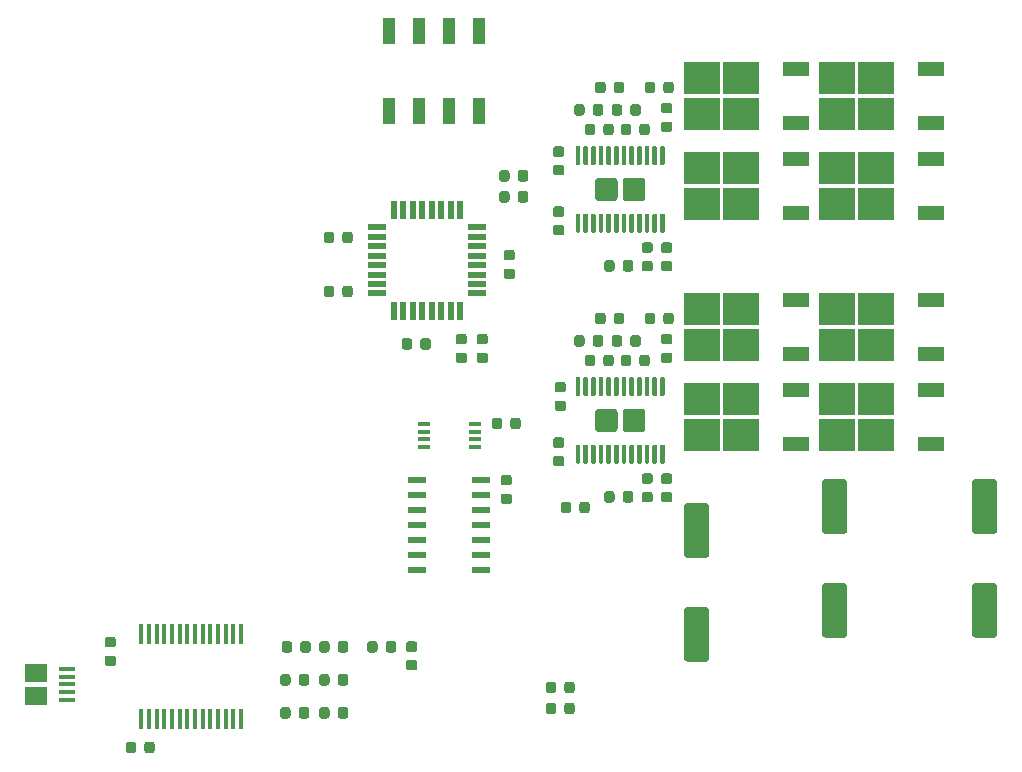
<source format=gbr>
G04 #@! TF.GenerationSoftware,KiCad,Pcbnew,(5.1.0)-1*
G04 #@! TF.CreationDate,2019-05-11T01:28:06-04:00*
G04 #@! TF.ProjectId,Bumblebee-dual-motor-driver,42756d62-6c65-4626-9565-2d6475616c2d,rev?*
G04 #@! TF.SameCoordinates,Original*
G04 #@! TF.FileFunction,Paste,Top*
G04 #@! TF.FilePolarity,Positive*
%FSLAX46Y46*%
G04 Gerber Fmt 4.6, Leading zero omitted, Abs format (unit mm)*
G04 Created by KiCad (PCBNEW (5.1.0)-1) date 2019-05-11 01:28:06*
%MOMM*%
%LPD*%
G04 APERTURE LIST*
%ADD10C,0.100000*%
%ADD11C,2.100000*%
%ADD12C,0.875000*%
%ADD13C,0.400000*%
%ADD14C,1.890000*%
%ADD15R,3.050000X2.750000*%
%ADD16R,2.200000X1.200000*%
%ADD17R,1.120000X2.160000*%
%ADD18R,0.550000X1.600000*%
%ADD19R,1.600000X0.550000*%
%ADD20R,0.450000X1.750000*%
%ADD21R,1.500000X0.600000*%
%ADD22R,1.100000X0.400000*%
%ADD23R,1.900000X1.500000*%
%ADD24R,1.350000X0.400000*%
G04 APERTURE END LIST*
D10*
G36*
X149287504Y-126561204D02*
G01*
X149311773Y-126564804D01*
X149335571Y-126570765D01*
X149358671Y-126579030D01*
X149380849Y-126589520D01*
X149401893Y-126602133D01*
X149421598Y-126616747D01*
X149439777Y-126633223D01*
X149456253Y-126651402D01*
X149470867Y-126671107D01*
X149483480Y-126692151D01*
X149493970Y-126714329D01*
X149502235Y-126737429D01*
X149508196Y-126761227D01*
X149511796Y-126785496D01*
X149513000Y-126810000D01*
X149513000Y-130910000D01*
X149511796Y-130934504D01*
X149508196Y-130958773D01*
X149502235Y-130982571D01*
X149493970Y-131005671D01*
X149483480Y-131027849D01*
X149470867Y-131048893D01*
X149456253Y-131068598D01*
X149439777Y-131086777D01*
X149421598Y-131103253D01*
X149401893Y-131117867D01*
X149380849Y-131130480D01*
X149358671Y-131140970D01*
X149335571Y-131149235D01*
X149311773Y-131155196D01*
X149287504Y-131158796D01*
X149263000Y-131160000D01*
X147663000Y-131160000D01*
X147638496Y-131158796D01*
X147614227Y-131155196D01*
X147590429Y-131149235D01*
X147567329Y-131140970D01*
X147545151Y-131130480D01*
X147524107Y-131117867D01*
X147504402Y-131103253D01*
X147486223Y-131086777D01*
X147469747Y-131068598D01*
X147455133Y-131048893D01*
X147442520Y-131027849D01*
X147432030Y-131005671D01*
X147423765Y-130982571D01*
X147417804Y-130958773D01*
X147414204Y-130934504D01*
X147413000Y-130910000D01*
X147413000Y-126810000D01*
X147414204Y-126785496D01*
X147417804Y-126761227D01*
X147423765Y-126737429D01*
X147432030Y-126714329D01*
X147442520Y-126692151D01*
X147455133Y-126671107D01*
X147469747Y-126651402D01*
X147486223Y-126633223D01*
X147504402Y-126616747D01*
X147524107Y-126602133D01*
X147545151Y-126589520D01*
X147567329Y-126579030D01*
X147590429Y-126570765D01*
X147614227Y-126564804D01*
X147638496Y-126561204D01*
X147663000Y-126560000D01*
X149263000Y-126560000D01*
X149287504Y-126561204D01*
X149287504Y-126561204D01*
G37*
D11*
X148463000Y-128860000D03*
D10*
G36*
X149287504Y-117761204D02*
G01*
X149311773Y-117764804D01*
X149335571Y-117770765D01*
X149358671Y-117779030D01*
X149380849Y-117789520D01*
X149401893Y-117802133D01*
X149421598Y-117816747D01*
X149439777Y-117833223D01*
X149456253Y-117851402D01*
X149470867Y-117871107D01*
X149483480Y-117892151D01*
X149493970Y-117914329D01*
X149502235Y-117937429D01*
X149508196Y-117961227D01*
X149511796Y-117985496D01*
X149513000Y-118010000D01*
X149513000Y-122110000D01*
X149511796Y-122134504D01*
X149508196Y-122158773D01*
X149502235Y-122182571D01*
X149493970Y-122205671D01*
X149483480Y-122227849D01*
X149470867Y-122248893D01*
X149456253Y-122268598D01*
X149439777Y-122286777D01*
X149421598Y-122303253D01*
X149401893Y-122317867D01*
X149380849Y-122330480D01*
X149358671Y-122340970D01*
X149335571Y-122349235D01*
X149311773Y-122355196D01*
X149287504Y-122358796D01*
X149263000Y-122360000D01*
X147663000Y-122360000D01*
X147638496Y-122358796D01*
X147614227Y-122355196D01*
X147590429Y-122349235D01*
X147567329Y-122340970D01*
X147545151Y-122330480D01*
X147524107Y-122317867D01*
X147504402Y-122303253D01*
X147486223Y-122286777D01*
X147469747Y-122268598D01*
X147455133Y-122248893D01*
X147442520Y-122227849D01*
X147432030Y-122205671D01*
X147423765Y-122182571D01*
X147417804Y-122158773D01*
X147414204Y-122134504D01*
X147413000Y-122110000D01*
X147413000Y-118010000D01*
X147414204Y-117985496D01*
X147417804Y-117961227D01*
X147423765Y-117937429D01*
X147432030Y-117914329D01*
X147442520Y-117892151D01*
X147455133Y-117871107D01*
X147469747Y-117851402D01*
X147486223Y-117833223D01*
X147504402Y-117816747D01*
X147524107Y-117802133D01*
X147545151Y-117789520D01*
X147567329Y-117779030D01*
X147590429Y-117770765D01*
X147614227Y-117764804D01*
X147638496Y-117761204D01*
X147663000Y-117760000D01*
X149263000Y-117760000D01*
X149287504Y-117761204D01*
X149287504Y-117761204D01*
G37*
D11*
X148463000Y-120060000D03*
D10*
G36*
X131024691Y-107222053D02*
G01*
X131045926Y-107225203D01*
X131066750Y-107230419D01*
X131086962Y-107237651D01*
X131106368Y-107246830D01*
X131124781Y-107257866D01*
X131142024Y-107270654D01*
X131157930Y-107285070D01*
X131172346Y-107300976D01*
X131185134Y-107318219D01*
X131196170Y-107336632D01*
X131205349Y-107356038D01*
X131212581Y-107376250D01*
X131217797Y-107397074D01*
X131220947Y-107418309D01*
X131222000Y-107439750D01*
X131222000Y-107952250D01*
X131220947Y-107973691D01*
X131217797Y-107994926D01*
X131212581Y-108015750D01*
X131205349Y-108035962D01*
X131196170Y-108055368D01*
X131185134Y-108073781D01*
X131172346Y-108091024D01*
X131157930Y-108106930D01*
X131142024Y-108121346D01*
X131124781Y-108134134D01*
X131106368Y-108145170D01*
X131086962Y-108154349D01*
X131066750Y-108161581D01*
X131045926Y-108166797D01*
X131024691Y-108169947D01*
X131003250Y-108171000D01*
X130565750Y-108171000D01*
X130544309Y-108169947D01*
X130523074Y-108166797D01*
X130502250Y-108161581D01*
X130482038Y-108154349D01*
X130462632Y-108145170D01*
X130444219Y-108134134D01*
X130426976Y-108121346D01*
X130411070Y-108106930D01*
X130396654Y-108091024D01*
X130383866Y-108073781D01*
X130372830Y-108055368D01*
X130363651Y-108035962D01*
X130356419Y-108015750D01*
X130351203Y-107994926D01*
X130348053Y-107973691D01*
X130347000Y-107952250D01*
X130347000Y-107439750D01*
X130348053Y-107418309D01*
X130351203Y-107397074D01*
X130356419Y-107376250D01*
X130363651Y-107356038D01*
X130372830Y-107336632D01*
X130383866Y-107318219D01*
X130396654Y-107300976D01*
X130411070Y-107285070D01*
X130426976Y-107270654D01*
X130444219Y-107257866D01*
X130462632Y-107246830D01*
X130482038Y-107237651D01*
X130502250Y-107230419D01*
X130523074Y-107225203D01*
X130544309Y-107222053D01*
X130565750Y-107221000D01*
X131003250Y-107221000D01*
X131024691Y-107222053D01*
X131024691Y-107222053D01*
G37*
D12*
X130784500Y-107696000D03*
D10*
G36*
X132599691Y-107222053D02*
G01*
X132620926Y-107225203D01*
X132641750Y-107230419D01*
X132661962Y-107237651D01*
X132681368Y-107246830D01*
X132699781Y-107257866D01*
X132717024Y-107270654D01*
X132732930Y-107285070D01*
X132747346Y-107300976D01*
X132760134Y-107318219D01*
X132771170Y-107336632D01*
X132780349Y-107356038D01*
X132787581Y-107376250D01*
X132792797Y-107397074D01*
X132795947Y-107418309D01*
X132797000Y-107439750D01*
X132797000Y-107952250D01*
X132795947Y-107973691D01*
X132792797Y-107994926D01*
X132787581Y-108015750D01*
X132780349Y-108035962D01*
X132771170Y-108055368D01*
X132760134Y-108073781D01*
X132747346Y-108091024D01*
X132732930Y-108106930D01*
X132717024Y-108121346D01*
X132699781Y-108134134D01*
X132681368Y-108145170D01*
X132661962Y-108154349D01*
X132641750Y-108161581D01*
X132620926Y-108166797D01*
X132599691Y-108169947D01*
X132578250Y-108171000D01*
X132140750Y-108171000D01*
X132119309Y-108169947D01*
X132098074Y-108166797D01*
X132077250Y-108161581D01*
X132057038Y-108154349D01*
X132037632Y-108145170D01*
X132019219Y-108134134D01*
X132001976Y-108121346D01*
X131986070Y-108106930D01*
X131971654Y-108091024D01*
X131958866Y-108073781D01*
X131947830Y-108055368D01*
X131938651Y-108035962D01*
X131931419Y-108015750D01*
X131926203Y-107994926D01*
X131923053Y-107973691D01*
X131922000Y-107952250D01*
X131922000Y-107439750D01*
X131923053Y-107418309D01*
X131926203Y-107397074D01*
X131931419Y-107376250D01*
X131938651Y-107356038D01*
X131947830Y-107336632D01*
X131958866Y-107318219D01*
X131971654Y-107300976D01*
X131986070Y-107285070D01*
X132001976Y-107270654D01*
X132019219Y-107257866D01*
X132037632Y-107246830D01*
X132057038Y-107237651D01*
X132077250Y-107230419D01*
X132098074Y-107225203D01*
X132119309Y-107222053D01*
X132140750Y-107221000D01*
X132578250Y-107221000D01*
X132599691Y-107222053D01*
X132599691Y-107222053D01*
G37*
D12*
X132359500Y-107696000D03*
D10*
G36*
X125499691Y-109520053D02*
G01*
X125520926Y-109523203D01*
X125541750Y-109528419D01*
X125561962Y-109535651D01*
X125581368Y-109544830D01*
X125599781Y-109555866D01*
X125617024Y-109568654D01*
X125632930Y-109583070D01*
X125647346Y-109598976D01*
X125660134Y-109616219D01*
X125671170Y-109634632D01*
X125680349Y-109654038D01*
X125687581Y-109674250D01*
X125692797Y-109695074D01*
X125695947Y-109716309D01*
X125697000Y-109737750D01*
X125697000Y-110175250D01*
X125695947Y-110196691D01*
X125692797Y-110217926D01*
X125687581Y-110238750D01*
X125680349Y-110258962D01*
X125671170Y-110278368D01*
X125660134Y-110296781D01*
X125647346Y-110314024D01*
X125632930Y-110329930D01*
X125617024Y-110344346D01*
X125599781Y-110357134D01*
X125581368Y-110368170D01*
X125561962Y-110377349D01*
X125541750Y-110384581D01*
X125520926Y-110389797D01*
X125499691Y-110392947D01*
X125478250Y-110394000D01*
X124965750Y-110394000D01*
X124944309Y-110392947D01*
X124923074Y-110389797D01*
X124902250Y-110384581D01*
X124882038Y-110377349D01*
X124862632Y-110368170D01*
X124844219Y-110357134D01*
X124826976Y-110344346D01*
X124811070Y-110329930D01*
X124796654Y-110314024D01*
X124783866Y-110296781D01*
X124772830Y-110278368D01*
X124763651Y-110258962D01*
X124756419Y-110238750D01*
X124751203Y-110217926D01*
X124748053Y-110196691D01*
X124747000Y-110175250D01*
X124747000Y-109737750D01*
X124748053Y-109716309D01*
X124751203Y-109695074D01*
X124756419Y-109674250D01*
X124763651Y-109654038D01*
X124772830Y-109634632D01*
X124783866Y-109616219D01*
X124796654Y-109598976D01*
X124811070Y-109583070D01*
X124826976Y-109568654D01*
X124844219Y-109555866D01*
X124862632Y-109544830D01*
X124882038Y-109535651D01*
X124902250Y-109528419D01*
X124923074Y-109523203D01*
X124944309Y-109520053D01*
X124965750Y-109519000D01*
X125478250Y-109519000D01*
X125499691Y-109520053D01*
X125499691Y-109520053D01*
G37*
D12*
X125222000Y-109956500D03*
D10*
G36*
X125499691Y-111095053D02*
G01*
X125520926Y-111098203D01*
X125541750Y-111103419D01*
X125561962Y-111110651D01*
X125581368Y-111119830D01*
X125599781Y-111130866D01*
X125617024Y-111143654D01*
X125632930Y-111158070D01*
X125647346Y-111173976D01*
X125660134Y-111191219D01*
X125671170Y-111209632D01*
X125680349Y-111229038D01*
X125687581Y-111249250D01*
X125692797Y-111270074D01*
X125695947Y-111291309D01*
X125697000Y-111312750D01*
X125697000Y-111750250D01*
X125695947Y-111771691D01*
X125692797Y-111792926D01*
X125687581Y-111813750D01*
X125680349Y-111833962D01*
X125671170Y-111853368D01*
X125660134Y-111871781D01*
X125647346Y-111889024D01*
X125632930Y-111904930D01*
X125617024Y-111919346D01*
X125599781Y-111932134D01*
X125581368Y-111943170D01*
X125561962Y-111952349D01*
X125541750Y-111959581D01*
X125520926Y-111964797D01*
X125499691Y-111967947D01*
X125478250Y-111969000D01*
X124965750Y-111969000D01*
X124944309Y-111967947D01*
X124923074Y-111964797D01*
X124902250Y-111959581D01*
X124882038Y-111952349D01*
X124862632Y-111943170D01*
X124844219Y-111932134D01*
X124826976Y-111919346D01*
X124811070Y-111904930D01*
X124796654Y-111889024D01*
X124783866Y-111871781D01*
X124772830Y-111853368D01*
X124763651Y-111833962D01*
X124756419Y-111813750D01*
X124751203Y-111792926D01*
X124748053Y-111771691D01*
X124747000Y-111750250D01*
X124747000Y-111312750D01*
X124748053Y-111291309D01*
X124751203Y-111270074D01*
X124756419Y-111249250D01*
X124763651Y-111229038D01*
X124772830Y-111209632D01*
X124783866Y-111191219D01*
X124796654Y-111173976D01*
X124811070Y-111158070D01*
X124826976Y-111143654D01*
X124844219Y-111130866D01*
X124862632Y-111119830D01*
X124882038Y-111110651D01*
X124902250Y-111103419D01*
X124923074Y-111098203D01*
X124944309Y-111095053D01*
X124965750Y-111094000D01*
X125478250Y-111094000D01*
X125499691Y-111095053D01*
X125499691Y-111095053D01*
G37*
D12*
X125222000Y-111531500D03*
D10*
G36*
X125372691Y-114219053D02*
G01*
X125393926Y-114222203D01*
X125414750Y-114227419D01*
X125434962Y-114234651D01*
X125454368Y-114243830D01*
X125472781Y-114254866D01*
X125490024Y-114267654D01*
X125505930Y-114282070D01*
X125520346Y-114297976D01*
X125533134Y-114315219D01*
X125544170Y-114333632D01*
X125553349Y-114353038D01*
X125560581Y-114373250D01*
X125565797Y-114394074D01*
X125568947Y-114415309D01*
X125570000Y-114436750D01*
X125570000Y-114874250D01*
X125568947Y-114895691D01*
X125565797Y-114916926D01*
X125560581Y-114937750D01*
X125553349Y-114957962D01*
X125544170Y-114977368D01*
X125533134Y-114995781D01*
X125520346Y-115013024D01*
X125505930Y-115028930D01*
X125490024Y-115043346D01*
X125472781Y-115056134D01*
X125454368Y-115067170D01*
X125434962Y-115076349D01*
X125414750Y-115083581D01*
X125393926Y-115088797D01*
X125372691Y-115091947D01*
X125351250Y-115093000D01*
X124838750Y-115093000D01*
X124817309Y-115091947D01*
X124796074Y-115088797D01*
X124775250Y-115083581D01*
X124755038Y-115076349D01*
X124735632Y-115067170D01*
X124717219Y-115056134D01*
X124699976Y-115043346D01*
X124684070Y-115028930D01*
X124669654Y-115013024D01*
X124656866Y-114995781D01*
X124645830Y-114977368D01*
X124636651Y-114957962D01*
X124629419Y-114937750D01*
X124624203Y-114916926D01*
X124621053Y-114895691D01*
X124620000Y-114874250D01*
X124620000Y-114436750D01*
X124621053Y-114415309D01*
X124624203Y-114394074D01*
X124629419Y-114373250D01*
X124636651Y-114353038D01*
X124645830Y-114333632D01*
X124656866Y-114315219D01*
X124669654Y-114297976D01*
X124684070Y-114282070D01*
X124699976Y-114267654D01*
X124717219Y-114254866D01*
X124735632Y-114243830D01*
X124755038Y-114234651D01*
X124775250Y-114227419D01*
X124796074Y-114222203D01*
X124817309Y-114219053D01*
X124838750Y-114218000D01*
X125351250Y-114218000D01*
X125372691Y-114219053D01*
X125372691Y-114219053D01*
G37*
D12*
X125095000Y-114655500D03*
D10*
G36*
X125372691Y-115794053D02*
G01*
X125393926Y-115797203D01*
X125414750Y-115802419D01*
X125434962Y-115809651D01*
X125454368Y-115818830D01*
X125472781Y-115829866D01*
X125490024Y-115842654D01*
X125505930Y-115857070D01*
X125520346Y-115872976D01*
X125533134Y-115890219D01*
X125544170Y-115908632D01*
X125553349Y-115928038D01*
X125560581Y-115948250D01*
X125565797Y-115969074D01*
X125568947Y-115990309D01*
X125570000Y-116011750D01*
X125570000Y-116449250D01*
X125568947Y-116470691D01*
X125565797Y-116491926D01*
X125560581Y-116512750D01*
X125553349Y-116532962D01*
X125544170Y-116552368D01*
X125533134Y-116570781D01*
X125520346Y-116588024D01*
X125505930Y-116603930D01*
X125490024Y-116618346D01*
X125472781Y-116631134D01*
X125454368Y-116642170D01*
X125434962Y-116651349D01*
X125414750Y-116658581D01*
X125393926Y-116663797D01*
X125372691Y-116666947D01*
X125351250Y-116668000D01*
X124838750Y-116668000D01*
X124817309Y-116666947D01*
X124796074Y-116663797D01*
X124775250Y-116658581D01*
X124755038Y-116651349D01*
X124735632Y-116642170D01*
X124717219Y-116631134D01*
X124699976Y-116618346D01*
X124684070Y-116603930D01*
X124669654Y-116588024D01*
X124656866Y-116570781D01*
X124645830Y-116552368D01*
X124636651Y-116532962D01*
X124629419Y-116512750D01*
X124624203Y-116491926D01*
X124621053Y-116470691D01*
X124620000Y-116449250D01*
X124620000Y-116011750D01*
X124621053Y-115990309D01*
X124624203Y-115969074D01*
X124629419Y-115948250D01*
X124636651Y-115928038D01*
X124645830Y-115908632D01*
X124656866Y-115890219D01*
X124669654Y-115872976D01*
X124684070Y-115857070D01*
X124699976Y-115842654D01*
X124717219Y-115829866D01*
X124735632Y-115818830D01*
X124755038Y-115809651D01*
X124775250Y-115802419D01*
X124796074Y-115797203D01*
X124817309Y-115794053D01*
X124838750Y-115793000D01*
X125351250Y-115793000D01*
X125372691Y-115794053D01*
X125372691Y-115794053D01*
G37*
D12*
X125095000Y-116230500D03*
D10*
G36*
X129551691Y-107222053D02*
G01*
X129572926Y-107225203D01*
X129593750Y-107230419D01*
X129613962Y-107237651D01*
X129633368Y-107246830D01*
X129651781Y-107257866D01*
X129669024Y-107270654D01*
X129684930Y-107285070D01*
X129699346Y-107300976D01*
X129712134Y-107318219D01*
X129723170Y-107336632D01*
X129732349Y-107356038D01*
X129739581Y-107376250D01*
X129744797Y-107397074D01*
X129747947Y-107418309D01*
X129749000Y-107439750D01*
X129749000Y-107952250D01*
X129747947Y-107973691D01*
X129744797Y-107994926D01*
X129739581Y-108015750D01*
X129732349Y-108035962D01*
X129723170Y-108055368D01*
X129712134Y-108073781D01*
X129699346Y-108091024D01*
X129684930Y-108106930D01*
X129669024Y-108121346D01*
X129651781Y-108134134D01*
X129633368Y-108145170D01*
X129613962Y-108154349D01*
X129593750Y-108161581D01*
X129572926Y-108166797D01*
X129551691Y-108169947D01*
X129530250Y-108171000D01*
X129092750Y-108171000D01*
X129071309Y-108169947D01*
X129050074Y-108166797D01*
X129029250Y-108161581D01*
X129009038Y-108154349D01*
X128989632Y-108145170D01*
X128971219Y-108134134D01*
X128953976Y-108121346D01*
X128938070Y-108106930D01*
X128923654Y-108091024D01*
X128910866Y-108073781D01*
X128899830Y-108055368D01*
X128890651Y-108035962D01*
X128883419Y-108015750D01*
X128878203Y-107994926D01*
X128875053Y-107973691D01*
X128874000Y-107952250D01*
X128874000Y-107439750D01*
X128875053Y-107418309D01*
X128878203Y-107397074D01*
X128883419Y-107376250D01*
X128890651Y-107356038D01*
X128899830Y-107336632D01*
X128910866Y-107318219D01*
X128923654Y-107300976D01*
X128938070Y-107285070D01*
X128953976Y-107270654D01*
X128971219Y-107257866D01*
X128989632Y-107246830D01*
X129009038Y-107237651D01*
X129029250Y-107230419D01*
X129050074Y-107225203D01*
X129071309Y-107222053D01*
X129092750Y-107221000D01*
X129530250Y-107221000D01*
X129551691Y-107222053D01*
X129551691Y-107222053D01*
G37*
D12*
X129311500Y-107696000D03*
D10*
G36*
X127976691Y-107222053D02*
G01*
X127997926Y-107225203D01*
X128018750Y-107230419D01*
X128038962Y-107237651D01*
X128058368Y-107246830D01*
X128076781Y-107257866D01*
X128094024Y-107270654D01*
X128109930Y-107285070D01*
X128124346Y-107300976D01*
X128137134Y-107318219D01*
X128148170Y-107336632D01*
X128157349Y-107356038D01*
X128164581Y-107376250D01*
X128169797Y-107397074D01*
X128172947Y-107418309D01*
X128174000Y-107439750D01*
X128174000Y-107952250D01*
X128172947Y-107973691D01*
X128169797Y-107994926D01*
X128164581Y-108015750D01*
X128157349Y-108035962D01*
X128148170Y-108055368D01*
X128137134Y-108073781D01*
X128124346Y-108091024D01*
X128109930Y-108106930D01*
X128094024Y-108121346D01*
X128076781Y-108134134D01*
X128058368Y-108145170D01*
X128038962Y-108154349D01*
X128018750Y-108161581D01*
X127997926Y-108166797D01*
X127976691Y-108169947D01*
X127955250Y-108171000D01*
X127517750Y-108171000D01*
X127496309Y-108169947D01*
X127475074Y-108166797D01*
X127454250Y-108161581D01*
X127434038Y-108154349D01*
X127414632Y-108145170D01*
X127396219Y-108134134D01*
X127378976Y-108121346D01*
X127363070Y-108106930D01*
X127348654Y-108091024D01*
X127335866Y-108073781D01*
X127324830Y-108055368D01*
X127315651Y-108035962D01*
X127308419Y-108015750D01*
X127303203Y-107994926D01*
X127300053Y-107973691D01*
X127299000Y-107952250D01*
X127299000Y-107439750D01*
X127300053Y-107418309D01*
X127303203Y-107397074D01*
X127308419Y-107376250D01*
X127315651Y-107356038D01*
X127324830Y-107336632D01*
X127335866Y-107318219D01*
X127348654Y-107300976D01*
X127363070Y-107285070D01*
X127378976Y-107270654D01*
X127396219Y-107257866D01*
X127414632Y-107246830D01*
X127434038Y-107237651D01*
X127454250Y-107230419D01*
X127475074Y-107225203D01*
X127496309Y-107222053D01*
X127517750Y-107221000D01*
X127955250Y-107221000D01*
X127976691Y-107222053D01*
X127976691Y-107222053D01*
G37*
D12*
X127736500Y-107696000D03*
D10*
G36*
X131837691Y-105571053D02*
G01*
X131858926Y-105574203D01*
X131879750Y-105579419D01*
X131899962Y-105586651D01*
X131919368Y-105595830D01*
X131937781Y-105606866D01*
X131955024Y-105619654D01*
X131970930Y-105634070D01*
X131985346Y-105649976D01*
X131998134Y-105667219D01*
X132009170Y-105685632D01*
X132018349Y-105705038D01*
X132025581Y-105725250D01*
X132030797Y-105746074D01*
X132033947Y-105767309D01*
X132035000Y-105788750D01*
X132035000Y-106301250D01*
X132033947Y-106322691D01*
X132030797Y-106343926D01*
X132025581Y-106364750D01*
X132018349Y-106384962D01*
X132009170Y-106404368D01*
X131998134Y-106422781D01*
X131985346Y-106440024D01*
X131970930Y-106455930D01*
X131955024Y-106470346D01*
X131937781Y-106483134D01*
X131919368Y-106494170D01*
X131899962Y-106503349D01*
X131879750Y-106510581D01*
X131858926Y-106515797D01*
X131837691Y-106518947D01*
X131816250Y-106520000D01*
X131378750Y-106520000D01*
X131357309Y-106518947D01*
X131336074Y-106515797D01*
X131315250Y-106510581D01*
X131295038Y-106503349D01*
X131275632Y-106494170D01*
X131257219Y-106483134D01*
X131239976Y-106470346D01*
X131224070Y-106455930D01*
X131209654Y-106440024D01*
X131196866Y-106422781D01*
X131185830Y-106404368D01*
X131176651Y-106384962D01*
X131169419Y-106364750D01*
X131164203Y-106343926D01*
X131161053Y-106322691D01*
X131160000Y-106301250D01*
X131160000Y-105788750D01*
X131161053Y-105767309D01*
X131164203Y-105746074D01*
X131169419Y-105725250D01*
X131176651Y-105705038D01*
X131185830Y-105685632D01*
X131196866Y-105667219D01*
X131209654Y-105649976D01*
X131224070Y-105634070D01*
X131239976Y-105619654D01*
X131257219Y-105606866D01*
X131275632Y-105595830D01*
X131295038Y-105586651D01*
X131315250Y-105579419D01*
X131336074Y-105574203D01*
X131357309Y-105571053D01*
X131378750Y-105570000D01*
X131816250Y-105570000D01*
X131837691Y-105571053D01*
X131837691Y-105571053D01*
G37*
D12*
X131597500Y-106045000D03*
D10*
G36*
X130262691Y-105571053D02*
G01*
X130283926Y-105574203D01*
X130304750Y-105579419D01*
X130324962Y-105586651D01*
X130344368Y-105595830D01*
X130362781Y-105606866D01*
X130380024Y-105619654D01*
X130395930Y-105634070D01*
X130410346Y-105649976D01*
X130423134Y-105667219D01*
X130434170Y-105685632D01*
X130443349Y-105705038D01*
X130450581Y-105725250D01*
X130455797Y-105746074D01*
X130458947Y-105767309D01*
X130460000Y-105788750D01*
X130460000Y-106301250D01*
X130458947Y-106322691D01*
X130455797Y-106343926D01*
X130450581Y-106364750D01*
X130443349Y-106384962D01*
X130434170Y-106404368D01*
X130423134Y-106422781D01*
X130410346Y-106440024D01*
X130395930Y-106455930D01*
X130380024Y-106470346D01*
X130362781Y-106483134D01*
X130344368Y-106494170D01*
X130324962Y-106503349D01*
X130304750Y-106510581D01*
X130283926Y-106515797D01*
X130262691Y-106518947D01*
X130241250Y-106520000D01*
X129803750Y-106520000D01*
X129782309Y-106518947D01*
X129761074Y-106515797D01*
X129740250Y-106510581D01*
X129720038Y-106503349D01*
X129700632Y-106494170D01*
X129682219Y-106483134D01*
X129664976Y-106470346D01*
X129649070Y-106455930D01*
X129634654Y-106440024D01*
X129621866Y-106422781D01*
X129610830Y-106404368D01*
X129601651Y-106384962D01*
X129594419Y-106364750D01*
X129589203Y-106343926D01*
X129586053Y-106322691D01*
X129585000Y-106301250D01*
X129585000Y-105788750D01*
X129586053Y-105767309D01*
X129589203Y-105746074D01*
X129594419Y-105725250D01*
X129601651Y-105705038D01*
X129610830Y-105685632D01*
X129621866Y-105667219D01*
X129634654Y-105649976D01*
X129649070Y-105634070D01*
X129664976Y-105619654D01*
X129682219Y-105606866D01*
X129700632Y-105595830D01*
X129720038Y-105586651D01*
X129740250Y-105579419D01*
X129761074Y-105574203D01*
X129782309Y-105571053D01*
X129803750Y-105570000D01*
X130241250Y-105570000D01*
X130262691Y-105571053D01*
X130262691Y-105571053D01*
G37*
D12*
X130022500Y-106045000D03*
D10*
G36*
X131202691Y-118779053D02*
G01*
X131223926Y-118782203D01*
X131244750Y-118787419D01*
X131264962Y-118794651D01*
X131284368Y-118803830D01*
X131302781Y-118814866D01*
X131320024Y-118827654D01*
X131335930Y-118842070D01*
X131350346Y-118857976D01*
X131363134Y-118875219D01*
X131374170Y-118893632D01*
X131383349Y-118913038D01*
X131390581Y-118933250D01*
X131395797Y-118954074D01*
X131398947Y-118975309D01*
X131400000Y-118996750D01*
X131400000Y-119509250D01*
X131398947Y-119530691D01*
X131395797Y-119551926D01*
X131390581Y-119572750D01*
X131383349Y-119592962D01*
X131374170Y-119612368D01*
X131363134Y-119630781D01*
X131350346Y-119648024D01*
X131335930Y-119663930D01*
X131320024Y-119678346D01*
X131302781Y-119691134D01*
X131284368Y-119702170D01*
X131264962Y-119711349D01*
X131244750Y-119718581D01*
X131223926Y-119723797D01*
X131202691Y-119726947D01*
X131181250Y-119728000D01*
X130743750Y-119728000D01*
X130722309Y-119726947D01*
X130701074Y-119723797D01*
X130680250Y-119718581D01*
X130660038Y-119711349D01*
X130640632Y-119702170D01*
X130622219Y-119691134D01*
X130604976Y-119678346D01*
X130589070Y-119663930D01*
X130574654Y-119648024D01*
X130561866Y-119630781D01*
X130550830Y-119612368D01*
X130541651Y-119592962D01*
X130534419Y-119572750D01*
X130529203Y-119551926D01*
X130526053Y-119530691D01*
X130525000Y-119509250D01*
X130525000Y-118996750D01*
X130526053Y-118975309D01*
X130529203Y-118954074D01*
X130534419Y-118933250D01*
X130541651Y-118913038D01*
X130550830Y-118893632D01*
X130561866Y-118875219D01*
X130574654Y-118857976D01*
X130589070Y-118842070D01*
X130604976Y-118827654D01*
X130622219Y-118814866D01*
X130640632Y-118803830D01*
X130660038Y-118794651D01*
X130680250Y-118787419D01*
X130701074Y-118782203D01*
X130722309Y-118779053D01*
X130743750Y-118778000D01*
X131181250Y-118778000D01*
X131202691Y-118779053D01*
X131202691Y-118779053D01*
G37*
D12*
X130962500Y-119253000D03*
D10*
G36*
X129627691Y-118779053D02*
G01*
X129648926Y-118782203D01*
X129669750Y-118787419D01*
X129689962Y-118794651D01*
X129709368Y-118803830D01*
X129727781Y-118814866D01*
X129745024Y-118827654D01*
X129760930Y-118842070D01*
X129775346Y-118857976D01*
X129788134Y-118875219D01*
X129799170Y-118893632D01*
X129808349Y-118913038D01*
X129815581Y-118933250D01*
X129820797Y-118954074D01*
X129823947Y-118975309D01*
X129825000Y-118996750D01*
X129825000Y-119509250D01*
X129823947Y-119530691D01*
X129820797Y-119551926D01*
X129815581Y-119572750D01*
X129808349Y-119592962D01*
X129799170Y-119612368D01*
X129788134Y-119630781D01*
X129775346Y-119648024D01*
X129760930Y-119663930D01*
X129745024Y-119678346D01*
X129727781Y-119691134D01*
X129709368Y-119702170D01*
X129689962Y-119711349D01*
X129669750Y-119718581D01*
X129648926Y-119723797D01*
X129627691Y-119726947D01*
X129606250Y-119728000D01*
X129168750Y-119728000D01*
X129147309Y-119726947D01*
X129126074Y-119723797D01*
X129105250Y-119718581D01*
X129085038Y-119711349D01*
X129065632Y-119702170D01*
X129047219Y-119691134D01*
X129029976Y-119678346D01*
X129014070Y-119663930D01*
X128999654Y-119648024D01*
X128986866Y-119630781D01*
X128975830Y-119612368D01*
X128966651Y-119592962D01*
X128959419Y-119572750D01*
X128954203Y-119551926D01*
X128951053Y-119530691D01*
X128950000Y-119509250D01*
X128950000Y-118996750D01*
X128951053Y-118975309D01*
X128954203Y-118954074D01*
X128959419Y-118933250D01*
X128966651Y-118913038D01*
X128975830Y-118893632D01*
X128986866Y-118875219D01*
X128999654Y-118857976D01*
X129014070Y-118842070D01*
X129029976Y-118827654D01*
X129047219Y-118814866D01*
X129065632Y-118803830D01*
X129085038Y-118794651D01*
X129105250Y-118787419D01*
X129126074Y-118782203D01*
X129147309Y-118779053D01*
X129168750Y-118778000D01*
X129606250Y-118778000D01*
X129627691Y-118779053D01*
X129627691Y-118779053D01*
G37*
D12*
X129387500Y-119253000D03*
D10*
G36*
X134516691Y-105456053D02*
G01*
X134537926Y-105459203D01*
X134558750Y-105464419D01*
X134578962Y-105471651D01*
X134598368Y-105480830D01*
X134616781Y-105491866D01*
X134634024Y-105504654D01*
X134649930Y-105519070D01*
X134664346Y-105534976D01*
X134677134Y-105552219D01*
X134688170Y-105570632D01*
X134697349Y-105590038D01*
X134704581Y-105610250D01*
X134709797Y-105631074D01*
X134712947Y-105652309D01*
X134714000Y-105673750D01*
X134714000Y-106111250D01*
X134712947Y-106132691D01*
X134709797Y-106153926D01*
X134704581Y-106174750D01*
X134697349Y-106194962D01*
X134688170Y-106214368D01*
X134677134Y-106232781D01*
X134664346Y-106250024D01*
X134649930Y-106265930D01*
X134634024Y-106280346D01*
X134616781Y-106293134D01*
X134598368Y-106304170D01*
X134578962Y-106313349D01*
X134558750Y-106320581D01*
X134537926Y-106325797D01*
X134516691Y-106328947D01*
X134495250Y-106330000D01*
X133982750Y-106330000D01*
X133961309Y-106328947D01*
X133940074Y-106325797D01*
X133919250Y-106320581D01*
X133899038Y-106313349D01*
X133879632Y-106304170D01*
X133861219Y-106293134D01*
X133843976Y-106280346D01*
X133828070Y-106265930D01*
X133813654Y-106250024D01*
X133800866Y-106232781D01*
X133789830Y-106214368D01*
X133780651Y-106194962D01*
X133773419Y-106174750D01*
X133768203Y-106153926D01*
X133765053Y-106132691D01*
X133764000Y-106111250D01*
X133764000Y-105673750D01*
X133765053Y-105652309D01*
X133768203Y-105631074D01*
X133773419Y-105610250D01*
X133780651Y-105590038D01*
X133789830Y-105570632D01*
X133800866Y-105552219D01*
X133813654Y-105534976D01*
X133828070Y-105519070D01*
X133843976Y-105504654D01*
X133861219Y-105491866D01*
X133879632Y-105480830D01*
X133899038Y-105471651D01*
X133919250Y-105464419D01*
X133940074Y-105459203D01*
X133961309Y-105456053D01*
X133982750Y-105455000D01*
X134495250Y-105455000D01*
X134516691Y-105456053D01*
X134516691Y-105456053D01*
G37*
D12*
X134239000Y-105892500D03*
D10*
G36*
X134516691Y-107031053D02*
G01*
X134537926Y-107034203D01*
X134558750Y-107039419D01*
X134578962Y-107046651D01*
X134598368Y-107055830D01*
X134616781Y-107066866D01*
X134634024Y-107079654D01*
X134649930Y-107094070D01*
X134664346Y-107109976D01*
X134677134Y-107127219D01*
X134688170Y-107145632D01*
X134697349Y-107165038D01*
X134704581Y-107185250D01*
X134709797Y-107206074D01*
X134712947Y-107227309D01*
X134714000Y-107248750D01*
X134714000Y-107686250D01*
X134712947Y-107707691D01*
X134709797Y-107728926D01*
X134704581Y-107749750D01*
X134697349Y-107769962D01*
X134688170Y-107789368D01*
X134677134Y-107807781D01*
X134664346Y-107825024D01*
X134649930Y-107840930D01*
X134634024Y-107855346D01*
X134616781Y-107868134D01*
X134598368Y-107879170D01*
X134578962Y-107888349D01*
X134558750Y-107895581D01*
X134537926Y-107900797D01*
X134516691Y-107903947D01*
X134495250Y-107905000D01*
X133982750Y-107905000D01*
X133961309Y-107903947D01*
X133940074Y-107900797D01*
X133919250Y-107895581D01*
X133899038Y-107888349D01*
X133879632Y-107879170D01*
X133861219Y-107868134D01*
X133843976Y-107855346D01*
X133828070Y-107840930D01*
X133813654Y-107825024D01*
X133800866Y-107807781D01*
X133789830Y-107789368D01*
X133780651Y-107769962D01*
X133773419Y-107749750D01*
X133768203Y-107728926D01*
X133765053Y-107707691D01*
X133764000Y-107686250D01*
X133764000Y-107248750D01*
X133765053Y-107227309D01*
X133768203Y-107206074D01*
X133773419Y-107185250D01*
X133780651Y-107165038D01*
X133789830Y-107145632D01*
X133800866Y-107127219D01*
X133813654Y-107109976D01*
X133828070Y-107094070D01*
X133843976Y-107079654D01*
X133861219Y-107066866D01*
X133879632Y-107055830D01*
X133899038Y-107046651D01*
X133919250Y-107039419D01*
X133940074Y-107034203D01*
X133961309Y-107031053D01*
X133982750Y-107030000D01*
X134495250Y-107030000D01*
X134516691Y-107031053D01*
X134516691Y-107031053D01*
G37*
D12*
X134239000Y-107467500D03*
D10*
G36*
X133056691Y-103666053D02*
G01*
X133077926Y-103669203D01*
X133098750Y-103674419D01*
X133118962Y-103681651D01*
X133138368Y-103690830D01*
X133156781Y-103701866D01*
X133174024Y-103714654D01*
X133189930Y-103729070D01*
X133204346Y-103744976D01*
X133217134Y-103762219D01*
X133228170Y-103780632D01*
X133237349Y-103800038D01*
X133244581Y-103820250D01*
X133249797Y-103841074D01*
X133252947Y-103862309D01*
X133254000Y-103883750D01*
X133254000Y-104396250D01*
X133252947Y-104417691D01*
X133249797Y-104438926D01*
X133244581Y-104459750D01*
X133237349Y-104479962D01*
X133228170Y-104499368D01*
X133217134Y-104517781D01*
X133204346Y-104535024D01*
X133189930Y-104550930D01*
X133174024Y-104565346D01*
X133156781Y-104578134D01*
X133138368Y-104589170D01*
X133118962Y-104598349D01*
X133098750Y-104605581D01*
X133077926Y-104610797D01*
X133056691Y-104613947D01*
X133035250Y-104615000D01*
X132597750Y-104615000D01*
X132576309Y-104613947D01*
X132555074Y-104610797D01*
X132534250Y-104605581D01*
X132514038Y-104598349D01*
X132494632Y-104589170D01*
X132476219Y-104578134D01*
X132458976Y-104565346D01*
X132443070Y-104550930D01*
X132428654Y-104535024D01*
X132415866Y-104517781D01*
X132404830Y-104499368D01*
X132395651Y-104479962D01*
X132388419Y-104459750D01*
X132383203Y-104438926D01*
X132380053Y-104417691D01*
X132379000Y-104396250D01*
X132379000Y-103883750D01*
X132380053Y-103862309D01*
X132383203Y-103841074D01*
X132388419Y-103820250D01*
X132395651Y-103800038D01*
X132404830Y-103780632D01*
X132415866Y-103762219D01*
X132428654Y-103744976D01*
X132443070Y-103729070D01*
X132458976Y-103714654D01*
X132476219Y-103701866D01*
X132494632Y-103690830D01*
X132514038Y-103681651D01*
X132534250Y-103674419D01*
X132555074Y-103669203D01*
X132576309Y-103666053D01*
X132597750Y-103665000D01*
X133035250Y-103665000D01*
X133056691Y-103666053D01*
X133056691Y-103666053D01*
G37*
D12*
X132816500Y-104140000D03*
D10*
G36*
X134631691Y-103666053D02*
G01*
X134652926Y-103669203D01*
X134673750Y-103674419D01*
X134693962Y-103681651D01*
X134713368Y-103690830D01*
X134731781Y-103701866D01*
X134749024Y-103714654D01*
X134764930Y-103729070D01*
X134779346Y-103744976D01*
X134792134Y-103762219D01*
X134803170Y-103780632D01*
X134812349Y-103800038D01*
X134819581Y-103820250D01*
X134824797Y-103841074D01*
X134827947Y-103862309D01*
X134829000Y-103883750D01*
X134829000Y-104396250D01*
X134827947Y-104417691D01*
X134824797Y-104438926D01*
X134819581Y-104459750D01*
X134812349Y-104479962D01*
X134803170Y-104499368D01*
X134792134Y-104517781D01*
X134779346Y-104535024D01*
X134764930Y-104550930D01*
X134749024Y-104565346D01*
X134731781Y-104578134D01*
X134713368Y-104589170D01*
X134693962Y-104598349D01*
X134673750Y-104605581D01*
X134652926Y-104610797D01*
X134631691Y-104613947D01*
X134610250Y-104615000D01*
X134172750Y-104615000D01*
X134151309Y-104613947D01*
X134130074Y-104610797D01*
X134109250Y-104605581D01*
X134089038Y-104598349D01*
X134069632Y-104589170D01*
X134051219Y-104578134D01*
X134033976Y-104565346D01*
X134018070Y-104550930D01*
X134003654Y-104535024D01*
X133990866Y-104517781D01*
X133979830Y-104499368D01*
X133970651Y-104479962D01*
X133963419Y-104459750D01*
X133958203Y-104438926D01*
X133955053Y-104417691D01*
X133954000Y-104396250D01*
X133954000Y-103883750D01*
X133955053Y-103862309D01*
X133958203Y-103841074D01*
X133963419Y-103820250D01*
X133970651Y-103800038D01*
X133979830Y-103780632D01*
X133990866Y-103762219D01*
X134003654Y-103744976D01*
X134018070Y-103729070D01*
X134033976Y-103714654D01*
X134051219Y-103701866D01*
X134069632Y-103690830D01*
X134089038Y-103681651D01*
X134109250Y-103674419D01*
X134130074Y-103669203D01*
X134151309Y-103666053D01*
X134172750Y-103665000D01*
X134610250Y-103665000D01*
X134631691Y-103666053D01*
X134631691Y-103666053D01*
G37*
D12*
X134391500Y-104140000D03*
D10*
G36*
X133986802Y-114851482D02*
G01*
X133996509Y-114852921D01*
X134006028Y-114855306D01*
X134015268Y-114858612D01*
X134024140Y-114862808D01*
X134032557Y-114867853D01*
X134040439Y-114873699D01*
X134047711Y-114880289D01*
X134054301Y-114887561D01*
X134060147Y-114895443D01*
X134065192Y-114903860D01*
X134069388Y-114912732D01*
X134072694Y-114921972D01*
X134075079Y-114931491D01*
X134076518Y-114941198D01*
X134077000Y-114951000D01*
X134077000Y-116326000D01*
X134076518Y-116335802D01*
X134075079Y-116345509D01*
X134072694Y-116355028D01*
X134069388Y-116364268D01*
X134065192Y-116373140D01*
X134060147Y-116381557D01*
X134054301Y-116389439D01*
X134047711Y-116396711D01*
X134040439Y-116403301D01*
X134032557Y-116409147D01*
X134024140Y-116414192D01*
X134015268Y-116418388D01*
X134006028Y-116421694D01*
X133996509Y-116424079D01*
X133986802Y-116425518D01*
X133977000Y-116426000D01*
X133777000Y-116426000D01*
X133767198Y-116425518D01*
X133757491Y-116424079D01*
X133747972Y-116421694D01*
X133738732Y-116418388D01*
X133729860Y-116414192D01*
X133721443Y-116409147D01*
X133713561Y-116403301D01*
X133706289Y-116396711D01*
X133699699Y-116389439D01*
X133693853Y-116381557D01*
X133688808Y-116373140D01*
X133684612Y-116364268D01*
X133681306Y-116355028D01*
X133678921Y-116345509D01*
X133677482Y-116335802D01*
X133677000Y-116326000D01*
X133677000Y-114951000D01*
X133677482Y-114941198D01*
X133678921Y-114931491D01*
X133681306Y-114921972D01*
X133684612Y-114912732D01*
X133688808Y-114903860D01*
X133693853Y-114895443D01*
X133699699Y-114887561D01*
X133706289Y-114880289D01*
X133713561Y-114873699D01*
X133721443Y-114867853D01*
X133729860Y-114862808D01*
X133738732Y-114858612D01*
X133747972Y-114855306D01*
X133757491Y-114852921D01*
X133767198Y-114851482D01*
X133777000Y-114851000D01*
X133977000Y-114851000D01*
X133986802Y-114851482D01*
X133986802Y-114851482D01*
G37*
D13*
X133877000Y-115638500D03*
D10*
G36*
X133336802Y-114851482D02*
G01*
X133346509Y-114852921D01*
X133356028Y-114855306D01*
X133365268Y-114858612D01*
X133374140Y-114862808D01*
X133382557Y-114867853D01*
X133390439Y-114873699D01*
X133397711Y-114880289D01*
X133404301Y-114887561D01*
X133410147Y-114895443D01*
X133415192Y-114903860D01*
X133419388Y-114912732D01*
X133422694Y-114921972D01*
X133425079Y-114931491D01*
X133426518Y-114941198D01*
X133427000Y-114951000D01*
X133427000Y-116326000D01*
X133426518Y-116335802D01*
X133425079Y-116345509D01*
X133422694Y-116355028D01*
X133419388Y-116364268D01*
X133415192Y-116373140D01*
X133410147Y-116381557D01*
X133404301Y-116389439D01*
X133397711Y-116396711D01*
X133390439Y-116403301D01*
X133382557Y-116409147D01*
X133374140Y-116414192D01*
X133365268Y-116418388D01*
X133356028Y-116421694D01*
X133346509Y-116424079D01*
X133336802Y-116425518D01*
X133327000Y-116426000D01*
X133127000Y-116426000D01*
X133117198Y-116425518D01*
X133107491Y-116424079D01*
X133097972Y-116421694D01*
X133088732Y-116418388D01*
X133079860Y-116414192D01*
X133071443Y-116409147D01*
X133063561Y-116403301D01*
X133056289Y-116396711D01*
X133049699Y-116389439D01*
X133043853Y-116381557D01*
X133038808Y-116373140D01*
X133034612Y-116364268D01*
X133031306Y-116355028D01*
X133028921Y-116345509D01*
X133027482Y-116335802D01*
X133027000Y-116326000D01*
X133027000Y-114951000D01*
X133027482Y-114941198D01*
X133028921Y-114931491D01*
X133031306Y-114921972D01*
X133034612Y-114912732D01*
X133038808Y-114903860D01*
X133043853Y-114895443D01*
X133049699Y-114887561D01*
X133056289Y-114880289D01*
X133063561Y-114873699D01*
X133071443Y-114867853D01*
X133079860Y-114862808D01*
X133088732Y-114858612D01*
X133097972Y-114855306D01*
X133107491Y-114852921D01*
X133117198Y-114851482D01*
X133127000Y-114851000D01*
X133327000Y-114851000D01*
X133336802Y-114851482D01*
X133336802Y-114851482D01*
G37*
D13*
X133227000Y-115638500D03*
D10*
G36*
X132686802Y-114851482D02*
G01*
X132696509Y-114852921D01*
X132706028Y-114855306D01*
X132715268Y-114858612D01*
X132724140Y-114862808D01*
X132732557Y-114867853D01*
X132740439Y-114873699D01*
X132747711Y-114880289D01*
X132754301Y-114887561D01*
X132760147Y-114895443D01*
X132765192Y-114903860D01*
X132769388Y-114912732D01*
X132772694Y-114921972D01*
X132775079Y-114931491D01*
X132776518Y-114941198D01*
X132777000Y-114951000D01*
X132777000Y-116326000D01*
X132776518Y-116335802D01*
X132775079Y-116345509D01*
X132772694Y-116355028D01*
X132769388Y-116364268D01*
X132765192Y-116373140D01*
X132760147Y-116381557D01*
X132754301Y-116389439D01*
X132747711Y-116396711D01*
X132740439Y-116403301D01*
X132732557Y-116409147D01*
X132724140Y-116414192D01*
X132715268Y-116418388D01*
X132706028Y-116421694D01*
X132696509Y-116424079D01*
X132686802Y-116425518D01*
X132677000Y-116426000D01*
X132477000Y-116426000D01*
X132467198Y-116425518D01*
X132457491Y-116424079D01*
X132447972Y-116421694D01*
X132438732Y-116418388D01*
X132429860Y-116414192D01*
X132421443Y-116409147D01*
X132413561Y-116403301D01*
X132406289Y-116396711D01*
X132399699Y-116389439D01*
X132393853Y-116381557D01*
X132388808Y-116373140D01*
X132384612Y-116364268D01*
X132381306Y-116355028D01*
X132378921Y-116345509D01*
X132377482Y-116335802D01*
X132377000Y-116326000D01*
X132377000Y-114951000D01*
X132377482Y-114941198D01*
X132378921Y-114931491D01*
X132381306Y-114921972D01*
X132384612Y-114912732D01*
X132388808Y-114903860D01*
X132393853Y-114895443D01*
X132399699Y-114887561D01*
X132406289Y-114880289D01*
X132413561Y-114873699D01*
X132421443Y-114867853D01*
X132429860Y-114862808D01*
X132438732Y-114858612D01*
X132447972Y-114855306D01*
X132457491Y-114852921D01*
X132467198Y-114851482D01*
X132477000Y-114851000D01*
X132677000Y-114851000D01*
X132686802Y-114851482D01*
X132686802Y-114851482D01*
G37*
D13*
X132577000Y-115638500D03*
D10*
G36*
X132036802Y-114851482D02*
G01*
X132046509Y-114852921D01*
X132056028Y-114855306D01*
X132065268Y-114858612D01*
X132074140Y-114862808D01*
X132082557Y-114867853D01*
X132090439Y-114873699D01*
X132097711Y-114880289D01*
X132104301Y-114887561D01*
X132110147Y-114895443D01*
X132115192Y-114903860D01*
X132119388Y-114912732D01*
X132122694Y-114921972D01*
X132125079Y-114931491D01*
X132126518Y-114941198D01*
X132127000Y-114951000D01*
X132127000Y-116326000D01*
X132126518Y-116335802D01*
X132125079Y-116345509D01*
X132122694Y-116355028D01*
X132119388Y-116364268D01*
X132115192Y-116373140D01*
X132110147Y-116381557D01*
X132104301Y-116389439D01*
X132097711Y-116396711D01*
X132090439Y-116403301D01*
X132082557Y-116409147D01*
X132074140Y-116414192D01*
X132065268Y-116418388D01*
X132056028Y-116421694D01*
X132046509Y-116424079D01*
X132036802Y-116425518D01*
X132027000Y-116426000D01*
X131827000Y-116426000D01*
X131817198Y-116425518D01*
X131807491Y-116424079D01*
X131797972Y-116421694D01*
X131788732Y-116418388D01*
X131779860Y-116414192D01*
X131771443Y-116409147D01*
X131763561Y-116403301D01*
X131756289Y-116396711D01*
X131749699Y-116389439D01*
X131743853Y-116381557D01*
X131738808Y-116373140D01*
X131734612Y-116364268D01*
X131731306Y-116355028D01*
X131728921Y-116345509D01*
X131727482Y-116335802D01*
X131727000Y-116326000D01*
X131727000Y-114951000D01*
X131727482Y-114941198D01*
X131728921Y-114931491D01*
X131731306Y-114921972D01*
X131734612Y-114912732D01*
X131738808Y-114903860D01*
X131743853Y-114895443D01*
X131749699Y-114887561D01*
X131756289Y-114880289D01*
X131763561Y-114873699D01*
X131771443Y-114867853D01*
X131779860Y-114862808D01*
X131788732Y-114858612D01*
X131797972Y-114855306D01*
X131807491Y-114852921D01*
X131817198Y-114851482D01*
X131827000Y-114851000D01*
X132027000Y-114851000D01*
X132036802Y-114851482D01*
X132036802Y-114851482D01*
G37*
D13*
X131927000Y-115638500D03*
D10*
G36*
X131386802Y-114851482D02*
G01*
X131396509Y-114852921D01*
X131406028Y-114855306D01*
X131415268Y-114858612D01*
X131424140Y-114862808D01*
X131432557Y-114867853D01*
X131440439Y-114873699D01*
X131447711Y-114880289D01*
X131454301Y-114887561D01*
X131460147Y-114895443D01*
X131465192Y-114903860D01*
X131469388Y-114912732D01*
X131472694Y-114921972D01*
X131475079Y-114931491D01*
X131476518Y-114941198D01*
X131477000Y-114951000D01*
X131477000Y-116326000D01*
X131476518Y-116335802D01*
X131475079Y-116345509D01*
X131472694Y-116355028D01*
X131469388Y-116364268D01*
X131465192Y-116373140D01*
X131460147Y-116381557D01*
X131454301Y-116389439D01*
X131447711Y-116396711D01*
X131440439Y-116403301D01*
X131432557Y-116409147D01*
X131424140Y-116414192D01*
X131415268Y-116418388D01*
X131406028Y-116421694D01*
X131396509Y-116424079D01*
X131386802Y-116425518D01*
X131377000Y-116426000D01*
X131177000Y-116426000D01*
X131167198Y-116425518D01*
X131157491Y-116424079D01*
X131147972Y-116421694D01*
X131138732Y-116418388D01*
X131129860Y-116414192D01*
X131121443Y-116409147D01*
X131113561Y-116403301D01*
X131106289Y-116396711D01*
X131099699Y-116389439D01*
X131093853Y-116381557D01*
X131088808Y-116373140D01*
X131084612Y-116364268D01*
X131081306Y-116355028D01*
X131078921Y-116345509D01*
X131077482Y-116335802D01*
X131077000Y-116326000D01*
X131077000Y-114951000D01*
X131077482Y-114941198D01*
X131078921Y-114931491D01*
X131081306Y-114921972D01*
X131084612Y-114912732D01*
X131088808Y-114903860D01*
X131093853Y-114895443D01*
X131099699Y-114887561D01*
X131106289Y-114880289D01*
X131113561Y-114873699D01*
X131121443Y-114867853D01*
X131129860Y-114862808D01*
X131138732Y-114858612D01*
X131147972Y-114855306D01*
X131157491Y-114852921D01*
X131167198Y-114851482D01*
X131177000Y-114851000D01*
X131377000Y-114851000D01*
X131386802Y-114851482D01*
X131386802Y-114851482D01*
G37*
D13*
X131277000Y-115638500D03*
D10*
G36*
X130736802Y-114851482D02*
G01*
X130746509Y-114852921D01*
X130756028Y-114855306D01*
X130765268Y-114858612D01*
X130774140Y-114862808D01*
X130782557Y-114867853D01*
X130790439Y-114873699D01*
X130797711Y-114880289D01*
X130804301Y-114887561D01*
X130810147Y-114895443D01*
X130815192Y-114903860D01*
X130819388Y-114912732D01*
X130822694Y-114921972D01*
X130825079Y-114931491D01*
X130826518Y-114941198D01*
X130827000Y-114951000D01*
X130827000Y-116326000D01*
X130826518Y-116335802D01*
X130825079Y-116345509D01*
X130822694Y-116355028D01*
X130819388Y-116364268D01*
X130815192Y-116373140D01*
X130810147Y-116381557D01*
X130804301Y-116389439D01*
X130797711Y-116396711D01*
X130790439Y-116403301D01*
X130782557Y-116409147D01*
X130774140Y-116414192D01*
X130765268Y-116418388D01*
X130756028Y-116421694D01*
X130746509Y-116424079D01*
X130736802Y-116425518D01*
X130727000Y-116426000D01*
X130527000Y-116426000D01*
X130517198Y-116425518D01*
X130507491Y-116424079D01*
X130497972Y-116421694D01*
X130488732Y-116418388D01*
X130479860Y-116414192D01*
X130471443Y-116409147D01*
X130463561Y-116403301D01*
X130456289Y-116396711D01*
X130449699Y-116389439D01*
X130443853Y-116381557D01*
X130438808Y-116373140D01*
X130434612Y-116364268D01*
X130431306Y-116355028D01*
X130428921Y-116345509D01*
X130427482Y-116335802D01*
X130427000Y-116326000D01*
X130427000Y-114951000D01*
X130427482Y-114941198D01*
X130428921Y-114931491D01*
X130431306Y-114921972D01*
X130434612Y-114912732D01*
X130438808Y-114903860D01*
X130443853Y-114895443D01*
X130449699Y-114887561D01*
X130456289Y-114880289D01*
X130463561Y-114873699D01*
X130471443Y-114867853D01*
X130479860Y-114862808D01*
X130488732Y-114858612D01*
X130497972Y-114855306D01*
X130507491Y-114852921D01*
X130517198Y-114851482D01*
X130527000Y-114851000D01*
X130727000Y-114851000D01*
X130736802Y-114851482D01*
X130736802Y-114851482D01*
G37*
D13*
X130627000Y-115638500D03*
D10*
G36*
X130086802Y-114851482D02*
G01*
X130096509Y-114852921D01*
X130106028Y-114855306D01*
X130115268Y-114858612D01*
X130124140Y-114862808D01*
X130132557Y-114867853D01*
X130140439Y-114873699D01*
X130147711Y-114880289D01*
X130154301Y-114887561D01*
X130160147Y-114895443D01*
X130165192Y-114903860D01*
X130169388Y-114912732D01*
X130172694Y-114921972D01*
X130175079Y-114931491D01*
X130176518Y-114941198D01*
X130177000Y-114951000D01*
X130177000Y-116326000D01*
X130176518Y-116335802D01*
X130175079Y-116345509D01*
X130172694Y-116355028D01*
X130169388Y-116364268D01*
X130165192Y-116373140D01*
X130160147Y-116381557D01*
X130154301Y-116389439D01*
X130147711Y-116396711D01*
X130140439Y-116403301D01*
X130132557Y-116409147D01*
X130124140Y-116414192D01*
X130115268Y-116418388D01*
X130106028Y-116421694D01*
X130096509Y-116424079D01*
X130086802Y-116425518D01*
X130077000Y-116426000D01*
X129877000Y-116426000D01*
X129867198Y-116425518D01*
X129857491Y-116424079D01*
X129847972Y-116421694D01*
X129838732Y-116418388D01*
X129829860Y-116414192D01*
X129821443Y-116409147D01*
X129813561Y-116403301D01*
X129806289Y-116396711D01*
X129799699Y-116389439D01*
X129793853Y-116381557D01*
X129788808Y-116373140D01*
X129784612Y-116364268D01*
X129781306Y-116355028D01*
X129778921Y-116345509D01*
X129777482Y-116335802D01*
X129777000Y-116326000D01*
X129777000Y-114951000D01*
X129777482Y-114941198D01*
X129778921Y-114931491D01*
X129781306Y-114921972D01*
X129784612Y-114912732D01*
X129788808Y-114903860D01*
X129793853Y-114895443D01*
X129799699Y-114887561D01*
X129806289Y-114880289D01*
X129813561Y-114873699D01*
X129821443Y-114867853D01*
X129829860Y-114862808D01*
X129838732Y-114858612D01*
X129847972Y-114855306D01*
X129857491Y-114852921D01*
X129867198Y-114851482D01*
X129877000Y-114851000D01*
X130077000Y-114851000D01*
X130086802Y-114851482D01*
X130086802Y-114851482D01*
G37*
D13*
X129977000Y-115638500D03*
D10*
G36*
X129436802Y-114851482D02*
G01*
X129446509Y-114852921D01*
X129456028Y-114855306D01*
X129465268Y-114858612D01*
X129474140Y-114862808D01*
X129482557Y-114867853D01*
X129490439Y-114873699D01*
X129497711Y-114880289D01*
X129504301Y-114887561D01*
X129510147Y-114895443D01*
X129515192Y-114903860D01*
X129519388Y-114912732D01*
X129522694Y-114921972D01*
X129525079Y-114931491D01*
X129526518Y-114941198D01*
X129527000Y-114951000D01*
X129527000Y-116326000D01*
X129526518Y-116335802D01*
X129525079Y-116345509D01*
X129522694Y-116355028D01*
X129519388Y-116364268D01*
X129515192Y-116373140D01*
X129510147Y-116381557D01*
X129504301Y-116389439D01*
X129497711Y-116396711D01*
X129490439Y-116403301D01*
X129482557Y-116409147D01*
X129474140Y-116414192D01*
X129465268Y-116418388D01*
X129456028Y-116421694D01*
X129446509Y-116424079D01*
X129436802Y-116425518D01*
X129427000Y-116426000D01*
X129227000Y-116426000D01*
X129217198Y-116425518D01*
X129207491Y-116424079D01*
X129197972Y-116421694D01*
X129188732Y-116418388D01*
X129179860Y-116414192D01*
X129171443Y-116409147D01*
X129163561Y-116403301D01*
X129156289Y-116396711D01*
X129149699Y-116389439D01*
X129143853Y-116381557D01*
X129138808Y-116373140D01*
X129134612Y-116364268D01*
X129131306Y-116355028D01*
X129128921Y-116345509D01*
X129127482Y-116335802D01*
X129127000Y-116326000D01*
X129127000Y-114951000D01*
X129127482Y-114941198D01*
X129128921Y-114931491D01*
X129131306Y-114921972D01*
X129134612Y-114912732D01*
X129138808Y-114903860D01*
X129143853Y-114895443D01*
X129149699Y-114887561D01*
X129156289Y-114880289D01*
X129163561Y-114873699D01*
X129171443Y-114867853D01*
X129179860Y-114862808D01*
X129188732Y-114858612D01*
X129197972Y-114855306D01*
X129207491Y-114852921D01*
X129217198Y-114851482D01*
X129227000Y-114851000D01*
X129427000Y-114851000D01*
X129436802Y-114851482D01*
X129436802Y-114851482D01*
G37*
D13*
X129327000Y-115638500D03*
D10*
G36*
X128786802Y-114851482D02*
G01*
X128796509Y-114852921D01*
X128806028Y-114855306D01*
X128815268Y-114858612D01*
X128824140Y-114862808D01*
X128832557Y-114867853D01*
X128840439Y-114873699D01*
X128847711Y-114880289D01*
X128854301Y-114887561D01*
X128860147Y-114895443D01*
X128865192Y-114903860D01*
X128869388Y-114912732D01*
X128872694Y-114921972D01*
X128875079Y-114931491D01*
X128876518Y-114941198D01*
X128877000Y-114951000D01*
X128877000Y-116326000D01*
X128876518Y-116335802D01*
X128875079Y-116345509D01*
X128872694Y-116355028D01*
X128869388Y-116364268D01*
X128865192Y-116373140D01*
X128860147Y-116381557D01*
X128854301Y-116389439D01*
X128847711Y-116396711D01*
X128840439Y-116403301D01*
X128832557Y-116409147D01*
X128824140Y-116414192D01*
X128815268Y-116418388D01*
X128806028Y-116421694D01*
X128796509Y-116424079D01*
X128786802Y-116425518D01*
X128777000Y-116426000D01*
X128577000Y-116426000D01*
X128567198Y-116425518D01*
X128557491Y-116424079D01*
X128547972Y-116421694D01*
X128538732Y-116418388D01*
X128529860Y-116414192D01*
X128521443Y-116409147D01*
X128513561Y-116403301D01*
X128506289Y-116396711D01*
X128499699Y-116389439D01*
X128493853Y-116381557D01*
X128488808Y-116373140D01*
X128484612Y-116364268D01*
X128481306Y-116355028D01*
X128478921Y-116345509D01*
X128477482Y-116335802D01*
X128477000Y-116326000D01*
X128477000Y-114951000D01*
X128477482Y-114941198D01*
X128478921Y-114931491D01*
X128481306Y-114921972D01*
X128484612Y-114912732D01*
X128488808Y-114903860D01*
X128493853Y-114895443D01*
X128499699Y-114887561D01*
X128506289Y-114880289D01*
X128513561Y-114873699D01*
X128521443Y-114867853D01*
X128529860Y-114862808D01*
X128538732Y-114858612D01*
X128547972Y-114855306D01*
X128557491Y-114852921D01*
X128567198Y-114851482D01*
X128577000Y-114851000D01*
X128777000Y-114851000D01*
X128786802Y-114851482D01*
X128786802Y-114851482D01*
G37*
D13*
X128677000Y-115638500D03*
D10*
G36*
X128136802Y-114851482D02*
G01*
X128146509Y-114852921D01*
X128156028Y-114855306D01*
X128165268Y-114858612D01*
X128174140Y-114862808D01*
X128182557Y-114867853D01*
X128190439Y-114873699D01*
X128197711Y-114880289D01*
X128204301Y-114887561D01*
X128210147Y-114895443D01*
X128215192Y-114903860D01*
X128219388Y-114912732D01*
X128222694Y-114921972D01*
X128225079Y-114931491D01*
X128226518Y-114941198D01*
X128227000Y-114951000D01*
X128227000Y-116326000D01*
X128226518Y-116335802D01*
X128225079Y-116345509D01*
X128222694Y-116355028D01*
X128219388Y-116364268D01*
X128215192Y-116373140D01*
X128210147Y-116381557D01*
X128204301Y-116389439D01*
X128197711Y-116396711D01*
X128190439Y-116403301D01*
X128182557Y-116409147D01*
X128174140Y-116414192D01*
X128165268Y-116418388D01*
X128156028Y-116421694D01*
X128146509Y-116424079D01*
X128136802Y-116425518D01*
X128127000Y-116426000D01*
X127927000Y-116426000D01*
X127917198Y-116425518D01*
X127907491Y-116424079D01*
X127897972Y-116421694D01*
X127888732Y-116418388D01*
X127879860Y-116414192D01*
X127871443Y-116409147D01*
X127863561Y-116403301D01*
X127856289Y-116396711D01*
X127849699Y-116389439D01*
X127843853Y-116381557D01*
X127838808Y-116373140D01*
X127834612Y-116364268D01*
X127831306Y-116355028D01*
X127828921Y-116345509D01*
X127827482Y-116335802D01*
X127827000Y-116326000D01*
X127827000Y-114951000D01*
X127827482Y-114941198D01*
X127828921Y-114931491D01*
X127831306Y-114921972D01*
X127834612Y-114912732D01*
X127838808Y-114903860D01*
X127843853Y-114895443D01*
X127849699Y-114887561D01*
X127856289Y-114880289D01*
X127863561Y-114873699D01*
X127871443Y-114867853D01*
X127879860Y-114862808D01*
X127888732Y-114858612D01*
X127897972Y-114855306D01*
X127907491Y-114852921D01*
X127917198Y-114851482D01*
X127927000Y-114851000D01*
X128127000Y-114851000D01*
X128136802Y-114851482D01*
X128136802Y-114851482D01*
G37*
D13*
X128027000Y-115638500D03*
D10*
G36*
X127486802Y-114851482D02*
G01*
X127496509Y-114852921D01*
X127506028Y-114855306D01*
X127515268Y-114858612D01*
X127524140Y-114862808D01*
X127532557Y-114867853D01*
X127540439Y-114873699D01*
X127547711Y-114880289D01*
X127554301Y-114887561D01*
X127560147Y-114895443D01*
X127565192Y-114903860D01*
X127569388Y-114912732D01*
X127572694Y-114921972D01*
X127575079Y-114931491D01*
X127576518Y-114941198D01*
X127577000Y-114951000D01*
X127577000Y-116326000D01*
X127576518Y-116335802D01*
X127575079Y-116345509D01*
X127572694Y-116355028D01*
X127569388Y-116364268D01*
X127565192Y-116373140D01*
X127560147Y-116381557D01*
X127554301Y-116389439D01*
X127547711Y-116396711D01*
X127540439Y-116403301D01*
X127532557Y-116409147D01*
X127524140Y-116414192D01*
X127515268Y-116418388D01*
X127506028Y-116421694D01*
X127496509Y-116424079D01*
X127486802Y-116425518D01*
X127477000Y-116426000D01*
X127277000Y-116426000D01*
X127267198Y-116425518D01*
X127257491Y-116424079D01*
X127247972Y-116421694D01*
X127238732Y-116418388D01*
X127229860Y-116414192D01*
X127221443Y-116409147D01*
X127213561Y-116403301D01*
X127206289Y-116396711D01*
X127199699Y-116389439D01*
X127193853Y-116381557D01*
X127188808Y-116373140D01*
X127184612Y-116364268D01*
X127181306Y-116355028D01*
X127178921Y-116345509D01*
X127177482Y-116335802D01*
X127177000Y-116326000D01*
X127177000Y-114951000D01*
X127177482Y-114941198D01*
X127178921Y-114931491D01*
X127181306Y-114921972D01*
X127184612Y-114912732D01*
X127188808Y-114903860D01*
X127193853Y-114895443D01*
X127199699Y-114887561D01*
X127206289Y-114880289D01*
X127213561Y-114873699D01*
X127221443Y-114867853D01*
X127229860Y-114862808D01*
X127238732Y-114858612D01*
X127247972Y-114855306D01*
X127257491Y-114852921D01*
X127267198Y-114851482D01*
X127277000Y-114851000D01*
X127477000Y-114851000D01*
X127486802Y-114851482D01*
X127486802Y-114851482D01*
G37*
D13*
X127377000Y-115638500D03*
D10*
G36*
X126836802Y-114851482D02*
G01*
X126846509Y-114852921D01*
X126856028Y-114855306D01*
X126865268Y-114858612D01*
X126874140Y-114862808D01*
X126882557Y-114867853D01*
X126890439Y-114873699D01*
X126897711Y-114880289D01*
X126904301Y-114887561D01*
X126910147Y-114895443D01*
X126915192Y-114903860D01*
X126919388Y-114912732D01*
X126922694Y-114921972D01*
X126925079Y-114931491D01*
X126926518Y-114941198D01*
X126927000Y-114951000D01*
X126927000Y-116326000D01*
X126926518Y-116335802D01*
X126925079Y-116345509D01*
X126922694Y-116355028D01*
X126919388Y-116364268D01*
X126915192Y-116373140D01*
X126910147Y-116381557D01*
X126904301Y-116389439D01*
X126897711Y-116396711D01*
X126890439Y-116403301D01*
X126882557Y-116409147D01*
X126874140Y-116414192D01*
X126865268Y-116418388D01*
X126856028Y-116421694D01*
X126846509Y-116424079D01*
X126836802Y-116425518D01*
X126827000Y-116426000D01*
X126627000Y-116426000D01*
X126617198Y-116425518D01*
X126607491Y-116424079D01*
X126597972Y-116421694D01*
X126588732Y-116418388D01*
X126579860Y-116414192D01*
X126571443Y-116409147D01*
X126563561Y-116403301D01*
X126556289Y-116396711D01*
X126549699Y-116389439D01*
X126543853Y-116381557D01*
X126538808Y-116373140D01*
X126534612Y-116364268D01*
X126531306Y-116355028D01*
X126528921Y-116345509D01*
X126527482Y-116335802D01*
X126527000Y-116326000D01*
X126527000Y-114951000D01*
X126527482Y-114941198D01*
X126528921Y-114931491D01*
X126531306Y-114921972D01*
X126534612Y-114912732D01*
X126538808Y-114903860D01*
X126543853Y-114895443D01*
X126549699Y-114887561D01*
X126556289Y-114880289D01*
X126563561Y-114873699D01*
X126571443Y-114867853D01*
X126579860Y-114862808D01*
X126588732Y-114858612D01*
X126597972Y-114855306D01*
X126607491Y-114852921D01*
X126617198Y-114851482D01*
X126627000Y-114851000D01*
X126827000Y-114851000D01*
X126836802Y-114851482D01*
X126836802Y-114851482D01*
G37*
D13*
X126727000Y-115638500D03*
D10*
G36*
X126836802Y-109126482D02*
G01*
X126846509Y-109127921D01*
X126856028Y-109130306D01*
X126865268Y-109133612D01*
X126874140Y-109137808D01*
X126882557Y-109142853D01*
X126890439Y-109148699D01*
X126897711Y-109155289D01*
X126904301Y-109162561D01*
X126910147Y-109170443D01*
X126915192Y-109178860D01*
X126919388Y-109187732D01*
X126922694Y-109196972D01*
X126925079Y-109206491D01*
X126926518Y-109216198D01*
X126927000Y-109226000D01*
X126927000Y-110601000D01*
X126926518Y-110610802D01*
X126925079Y-110620509D01*
X126922694Y-110630028D01*
X126919388Y-110639268D01*
X126915192Y-110648140D01*
X126910147Y-110656557D01*
X126904301Y-110664439D01*
X126897711Y-110671711D01*
X126890439Y-110678301D01*
X126882557Y-110684147D01*
X126874140Y-110689192D01*
X126865268Y-110693388D01*
X126856028Y-110696694D01*
X126846509Y-110699079D01*
X126836802Y-110700518D01*
X126827000Y-110701000D01*
X126627000Y-110701000D01*
X126617198Y-110700518D01*
X126607491Y-110699079D01*
X126597972Y-110696694D01*
X126588732Y-110693388D01*
X126579860Y-110689192D01*
X126571443Y-110684147D01*
X126563561Y-110678301D01*
X126556289Y-110671711D01*
X126549699Y-110664439D01*
X126543853Y-110656557D01*
X126538808Y-110648140D01*
X126534612Y-110639268D01*
X126531306Y-110630028D01*
X126528921Y-110620509D01*
X126527482Y-110610802D01*
X126527000Y-110601000D01*
X126527000Y-109226000D01*
X126527482Y-109216198D01*
X126528921Y-109206491D01*
X126531306Y-109196972D01*
X126534612Y-109187732D01*
X126538808Y-109178860D01*
X126543853Y-109170443D01*
X126549699Y-109162561D01*
X126556289Y-109155289D01*
X126563561Y-109148699D01*
X126571443Y-109142853D01*
X126579860Y-109137808D01*
X126588732Y-109133612D01*
X126597972Y-109130306D01*
X126607491Y-109127921D01*
X126617198Y-109126482D01*
X126627000Y-109126000D01*
X126827000Y-109126000D01*
X126836802Y-109126482D01*
X126836802Y-109126482D01*
G37*
D13*
X126727000Y-109913500D03*
D10*
G36*
X127486802Y-109126482D02*
G01*
X127496509Y-109127921D01*
X127506028Y-109130306D01*
X127515268Y-109133612D01*
X127524140Y-109137808D01*
X127532557Y-109142853D01*
X127540439Y-109148699D01*
X127547711Y-109155289D01*
X127554301Y-109162561D01*
X127560147Y-109170443D01*
X127565192Y-109178860D01*
X127569388Y-109187732D01*
X127572694Y-109196972D01*
X127575079Y-109206491D01*
X127576518Y-109216198D01*
X127577000Y-109226000D01*
X127577000Y-110601000D01*
X127576518Y-110610802D01*
X127575079Y-110620509D01*
X127572694Y-110630028D01*
X127569388Y-110639268D01*
X127565192Y-110648140D01*
X127560147Y-110656557D01*
X127554301Y-110664439D01*
X127547711Y-110671711D01*
X127540439Y-110678301D01*
X127532557Y-110684147D01*
X127524140Y-110689192D01*
X127515268Y-110693388D01*
X127506028Y-110696694D01*
X127496509Y-110699079D01*
X127486802Y-110700518D01*
X127477000Y-110701000D01*
X127277000Y-110701000D01*
X127267198Y-110700518D01*
X127257491Y-110699079D01*
X127247972Y-110696694D01*
X127238732Y-110693388D01*
X127229860Y-110689192D01*
X127221443Y-110684147D01*
X127213561Y-110678301D01*
X127206289Y-110671711D01*
X127199699Y-110664439D01*
X127193853Y-110656557D01*
X127188808Y-110648140D01*
X127184612Y-110639268D01*
X127181306Y-110630028D01*
X127178921Y-110620509D01*
X127177482Y-110610802D01*
X127177000Y-110601000D01*
X127177000Y-109226000D01*
X127177482Y-109216198D01*
X127178921Y-109206491D01*
X127181306Y-109196972D01*
X127184612Y-109187732D01*
X127188808Y-109178860D01*
X127193853Y-109170443D01*
X127199699Y-109162561D01*
X127206289Y-109155289D01*
X127213561Y-109148699D01*
X127221443Y-109142853D01*
X127229860Y-109137808D01*
X127238732Y-109133612D01*
X127247972Y-109130306D01*
X127257491Y-109127921D01*
X127267198Y-109126482D01*
X127277000Y-109126000D01*
X127477000Y-109126000D01*
X127486802Y-109126482D01*
X127486802Y-109126482D01*
G37*
D13*
X127377000Y-109913500D03*
D10*
G36*
X128136802Y-109126482D02*
G01*
X128146509Y-109127921D01*
X128156028Y-109130306D01*
X128165268Y-109133612D01*
X128174140Y-109137808D01*
X128182557Y-109142853D01*
X128190439Y-109148699D01*
X128197711Y-109155289D01*
X128204301Y-109162561D01*
X128210147Y-109170443D01*
X128215192Y-109178860D01*
X128219388Y-109187732D01*
X128222694Y-109196972D01*
X128225079Y-109206491D01*
X128226518Y-109216198D01*
X128227000Y-109226000D01*
X128227000Y-110601000D01*
X128226518Y-110610802D01*
X128225079Y-110620509D01*
X128222694Y-110630028D01*
X128219388Y-110639268D01*
X128215192Y-110648140D01*
X128210147Y-110656557D01*
X128204301Y-110664439D01*
X128197711Y-110671711D01*
X128190439Y-110678301D01*
X128182557Y-110684147D01*
X128174140Y-110689192D01*
X128165268Y-110693388D01*
X128156028Y-110696694D01*
X128146509Y-110699079D01*
X128136802Y-110700518D01*
X128127000Y-110701000D01*
X127927000Y-110701000D01*
X127917198Y-110700518D01*
X127907491Y-110699079D01*
X127897972Y-110696694D01*
X127888732Y-110693388D01*
X127879860Y-110689192D01*
X127871443Y-110684147D01*
X127863561Y-110678301D01*
X127856289Y-110671711D01*
X127849699Y-110664439D01*
X127843853Y-110656557D01*
X127838808Y-110648140D01*
X127834612Y-110639268D01*
X127831306Y-110630028D01*
X127828921Y-110620509D01*
X127827482Y-110610802D01*
X127827000Y-110601000D01*
X127827000Y-109226000D01*
X127827482Y-109216198D01*
X127828921Y-109206491D01*
X127831306Y-109196972D01*
X127834612Y-109187732D01*
X127838808Y-109178860D01*
X127843853Y-109170443D01*
X127849699Y-109162561D01*
X127856289Y-109155289D01*
X127863561Y-109148699D01*
X127871443Y-109142853D01*
X127879860Y-109137808D01*
X127888732Y-109133612D01*
X127897972Y-109130306D01*
X127907491Y-109127921D01*
X127917198Y-109126482D01*
X127927000Y-109126000D01*
X128127000Y-109126000D01*
X128136802Y-109126482D01*
X128136802Y-109126482D01*
G37*
D13*
X128027000Y-109913500D03*
D10*
G36*
X128786802Y-109126482D02*
G01*
X128796509Y-109127921D01*
X128806028Y-109130306D01*
X128815268Y-109133612D01*
X128824140Y-109137808D01*
X128832557Y-109142853D01*
X128840439Y-109148699D01*
X128847711Y-109155289D01*
X128854301Y-109162561D01*
X128860147Y-109170443D01*
X128865192Y-109178860D01*
X128869388Y-109187732D01*
X128872694Y-109196972D01*
X128875079Y-109206491D01*
X128876518Y-109216198D01*
X128877000Y-109226000D01*
X128877000Y-110601000D01*
X128876518Y-110610802D01*
X128875079Y-110620509D01*
X128872694Y-110630028D01*
X128869388Y-110639268D01*
X128865192Y-110648140D01*
X128860147Y-110656557D01*
X128854301Y-110664439D01*
X128847711Y-110671711D01*
X128840439Y-110678301D01*
X128832557Y-110684147D01*
X128824140Y-110689192D01*
X128815268Y-110693388D01*
X128806028Y-110696694D01*
X128796509Y-110699079D01*
X128786802Y-110700518D01*
X128777000Y-110701000D01*
X128577000Y-110701000D01*
X128567198Y-110700518D01*
X128557491Y-110699079D01*
X128547972Y-110696694D01*
X128538732Y-110693388D01*
X128529860Y-110689192D01*
X128521443Y-110684147D01*
X128513561Y-110678301D01*
X128506289Y-110671711D01*
X128499699Y-110664439D01*
X128493853Y-110656557D01*
X128488808Y-110648140D01*
X128484612Y-110639268D01*
X128481306Y-110630028D01*
X128478921Y-110620509D01*
X128477482Y-110610802D01*
X128477000Y-110601000D01*
X128477000Y-109226000D01*
X128477482Y-109216198D01*
X128478921Y-109206491D01*
X128481306Y-109196972D01*
X128484612Y-109187732D01*
X128488808Y-109178860D01*
X128493853Y-109170443D01*
X128499699Y-109162561D01*
X128506289Y-109155289D01*
X128513561Y-109148699D01*
X128521443Y-109142853D01*
X128529860Y-109137808D01*
X128538732Y-109133612D01*
X128547972Y-109130306D01*
X128557491Y-109127921D01*
X128567198Y-109126482D01*
X128577000Y-109126000D01*
X128777000Y-109126000D01*
X128786802Y-109126482D01*
X128786802Y-109126482D01*
G37*
D13*
X128677000Y-109913500D03*
D10*
G36*
X129436802Y-109126482D02*
G01*
X129446509Y-109127921D01*
X129456028Y-109130306D01*
X129465268Y-109133612D01*
X129474140Y-109137808D01*
X129482557Y-109142853D01*
X129490439Y-109148699D01*
X129497711Y-109155289D01*
X129504301Y-109162561D01*
X129510147Y-109170443D01*
X129515192Y-109178860D01*
X129519388Y-109187732D01*
X129522694Y-109196972D01*
X129525079Y-109206491D01*
X129526518Y-109216198D01*
X129527000Y-109226000D01*
X129527000Y-110601000D01*
X129526518Y-110610802D01*
X129525079Y-110620509D01*
X129522694Y-110630028D01*
X129519388Y-110639268D01*
X129515192Y-110648140D01*
X129510147Y-110656557D01*
X129504301Y-110664439D01*
X129497711Y-110671711D01*
X129490439Y-110678301D01*
X129482557Y-110684147D01*
X129474140Y-110689192D01*
X129465268Y-110693388D01*
X129456028Y-110696694D01*
X129446509Y-110699079D01*
X129436802Y-110700518D01*
X129427000Y-110701000D01*
X129227000Y-110701000D01*
X129217198Y-110700518D01*
X129207491Y-110699079D01*
X129197972Y-110696694D01*
X129188732Y-110693388D01*
X129179860Y-110689192D01*
X129171443Y-110684147D01*
X129163561Y-110678301D01*
X129156289Y-110671711D01*
X129149699Y-110664439D01*
X129143853Y-110656557D01*
X129138808Y-110648140D01*
X129134612Y-110639268D01*
X129131306Y-110630028D01*
X129128921Y-110620509D01*
X129127482Y-110610802D01*
X129127000Y-110601000D01*
X129127000Y-109226000D01*
X129127482Y-109216198D01*
X129128921Y-109206491D01*
X129131306Y-109196972D01*
X129134612Y-109187732D01*
X129138808Y-109178860D01*
X129143853Y-109170443D01*
X129149699Y-109162561D01*
X129156289Y-109155289D01*
X129163561Y-109148699D01*
X129171443Y-109142853D01*
X129179860Y-109137808D01*
X129188732Y-109133612D01*
X129197972Y-109130306D01*
X129207491Y-109127921D01*
X129217198Y-109126482D01*
X129227000Y-109126000D01*
X129427000Y-109126000D01*
X129436802Y-109126482D01*
X129436802Y-109126482D01*
G37*
D13*
X129327000Y-109913500D03*
D10*
G36*
X130086802Y-109126482D02*
G01*
X130096509Y-109127921D01*
X130106028Y-109130306D01*
X130115268Y-109133612D01*
X130124140Y-109137808D01*
X130132557Y-109142853D01*
X130140439Y-109148699D01*
X130147711Y-109155289D01*
X130154301Y-109162561D01*
X130160147Y-109170443D01*
X130165192Y-109178860D01*
X130169388Y-109187732D01*
X130172694Y-109196972D01*
X130175079Y-109206491D01*
X130176518Y-109216198D01*
X130177000Y-109226000D01*
X130177000Y-110601000D01*
X130176518Y-110610802D01*
X130175079Y-110620509D01*
X130172694Y-110630028D01*
X130169388Y-110639268D01*
X130165192Y-110648140D01*
X130160147Y-110656557D01*
X130154301Y-110664439D01*
X130147711Y-110671711D01*
X130140439Y-110678301D01*
X130132557Y-110684147D01*
X130124140Y-110689192D01*
X130115268Y-110693388D01*
X130106028Y-110696694D01*
X130096509Y-110699079D01*
X130086802Y-110700518D01*
X130077000Y-110701000D01*
X129877000Y-110701000D01*
X129867198Y-110700518D01*
X129857491Y-110699079D01*
X129847972Y-110696694D01*
X129838732Y-110693388D01*
X129829860Y-110689192D01*
X129821443Y-110684147D01*
X129813561Y-110678301D01*
X129806289Y-110671711D01*
X129799699Y-110664439D01*
X129793853Y-110656557D01*
X129788808Y-110648140D01*
X129784612Y-110639268D01*
X129781306Y-110630028D01*
X129778921Y-110620509D01*
X129777482Y-110610802D01*
X129777000Y-110601000D01*
X129777000Y-109226000D01*
X129777482Y-109216198D01*
X129778921Y-109206491D01*
X129781306Y-109196972D01*
X129784612Y-109187732D01*
X129788808Y-109178860D01*
X129793853Y-109170443D01*
X129799699Y-109162561D01*
X129806289Y-109155289D01*
X129813561Y-109148699D01*
X129821443Y-109142853D01*
X129829860Y-109137808D01*
X129838732Y-109133612D01*
X129847972Y-109130306D01*
X129857491Y-109127921D01*
X129867198Y-109126482D01*
X129877000Y-109126000D01*
X130077000Y-109126000D01*
X130086802Y-109126482D01*
X130086802Y-109126482D01*
G37*
D13*
X129977000Y-109913500D03*
D10*
G36*
X130736802Y-109126482D02*
G01*
X130746509Y-109127921D01*
X130756028Y-109130306D01*
X130765268Y-109133612D01*
X130774140Y-109137808D01*
X130782557Y-109142853D01*
X130790439Y-109148699D01*
X130797711Y-109155289D01*
X130804301Y-109162561D01*
X130810147Y-109170443D01*
X130815192Y-109178860D01*
X130819388Y-109187732D01*
X130822694Y-109196972D01*
X130825079Y-109206491D01*
X130826518Y-109216198D01*
X130827000Y-109226000D01*
X130827000Y-110601000D01*
X130826518Y-110610802D01*
X130825079Y-110620509D01*
X130822694Y-110630028D01*
X130819388Y-110639268D01*
X130815192Y-110648140D01*
X130810147Y-110656557D01*
X130804301Y-110664439D01*
X130797711Y-110671711D01*
X130790439Y-110678301D01*
X130782557Y-110684147D01*
X130774140Y-110689192D01*
X130765268Y-110693388D01*
X130756028Y-110696694D01*
X130746509Y-110699079D01*
X130736802Y-110700518D01*
X130727000Y-110701000D01*
X130527000Y-110701000D01*
X130517198Y-110700518D01*
X130507491Y-110699079D01*
X130497972Y-110696694D01*
X130488732Y-110693388D01*
X130479860Y-110689192D01*
X130471443Y-110684147D01*
X130463561Y-110678301D01*
X130456289Y-110671711D01*
X130449699Y-110664439D01*
X130443853Y-110656557D01*
X130438808Y-110648140D01*
X130434612Y-110639268D01*
X130431306Y-110630028D01*
X130428921Y-110620509D01*
X130427482Y-110610802D01*
X130427000Y-110601000D01*
X130427000Y-109226000D01*
X130427482Y-109216198D01*
X130428921Y-109206491D01*
X130431306Y-109196972D01*
X130434612Y-109187732D01*
X130438808Y-109178860D01*
X130443853Y-109170443D01*
X130449699Y-109162561D01*
X130456289Y-109155289D01*
X130463561Y-109148699D01*
X130471443Y-109142853D01*
X130479860Y-109137808D01*
X130488732Y-109133612D01*
X130497972Y-109130306D01*
X130507491Y-109127921D01*
X130517198Y-109126482D01*
X130527000Y-109126000D01*
X130727000Y-109126000D01*
X130736802Y-109126482D01*
X130736802Y-109126482D01*
G37*
D13*
X130627000Y-109913500D03*
D10*
G36*
X131386802Y-109126482D02*
G01*
X131396509Y-109127921D01*
X131406028Y-109130306D01*
X131415268Y-109133612D01*
X131424140Y-109137808D01*
X131432557Y-109142853D01*
X131440439Y-109148699D01*
X131447711Y-109155289D01*
X131454301Y-109162561D01*
X131460147Y-109170443D01*
X131465192Y-109178860D01*
X131469388Y-109187732D01*
X131472694Y-109196972D01*
X131475079Y-109206491D01*
X131476518Y-109216198D01*
X131477000Y-109226000D01*
X131477000Y-110601000D01*
X131476518Y-110610802D01*
X131475079Y-110620509D01*
X131472694Y-110630028D01*
X131469388Y-110639268D01*
X131465192Y-110648140D01*
X131460147Y-110656557D01*
X131454301Y-110664439D01*
X131447711Y-110671711D01*
X131440439Y-110678301D01*
X131432557Y-110684147D01*
X131424140Y-110689192D01*
X131415268Y-110693388D01*
X131406028Y-110696694D01*
X131396509Y-110699079D01*
X131386802Y-110700518D01*
X131377000Y-110701000D01*
X131177000Y-110701000D01*
X131167198Y-110700518D01*
X131157491Y-110699079D01*
X131147972Y-110696694D01*
X131138732Y-110693388D01*
X131129860Y-110689192D01*
X131121443Y-110684147D01*
X131113561Y-110678301D01*
X131106289Y-110671711D01*
X131099699Y-110664439D01*
X131093853Y-110656557D01*
X131088808Y-110648140D01*
X131084612Y-110639268D01*
X131081306Y-110630028D01*
X131078921Y-110620509D01*
X131077482Y-110610802D01*
X131077000Y-110601000D01*
X131077000Y-109226000D01*
X131077482Y-109216198D01*
X131078921Y-109206491D01*
X131081306Y-109196972D01*
X131084612Y-109187732D01*
X131088808Y-109178860D01*
X131093853Y-109170443D01*
X131099699Y-109162561D01*
X131106289Y-109155289D01*
X131113561Y-109148699D01*
X131121443Y-109142853D01*
X131129860Y-109137808D01*
X131138732Y-109133612D01*
X131147972Y-109130306D01*
X131157491Y-109127921D01*
X131167198Y-109126482D01*
X131177000Y-109126000D01*
X131377000Y-109126000D01*
X131386802Y-109126482D01*
X131386802Y-109126482D01*
G37*
D13*
X131277000Y-109913500D03*
D10*
G36*
X132036802Y-109126482D02*
G01*
X132046509Y-109127921D01*
X132056028Y-109130306D01*
X132065268Y-109133612D01*
X132074140Y-109137808D01*
X132082557Y-109142853D01*
X132090439Y-109148699D01*
X132097711Y-109155289D01*
X132104301Y-109162561D01*
X132110147Y-109170443D01*
X132115192Y-109178860D01*
X132119388Y-109187732D01*
X132122694Y-109196972D01*
X132125079Y-109206491D01*
X132126518Y-109216198D01*
X132127000Y-109226000D01*
X132127000Y-110601000D01*
X132126518Y-110610802D01*
X132125079Y-110620509D01*
X132122694Y-110630028D01*
X132119388Y-110639268D01*
X132115192Y-110648140D01*
X132110147Y-110656557D01*
X132104301Y-110664439D01*
X132097711Y-110671711D01*
X132090439Y-110678301D01*
X132082557Y-110684147D01*
X132074140Y-110689192D01*
X132065268Y-110693388D01*
X132056028Y-110696694D01*
X132046509Y-110699079D01*
X132036802Y-110700518D01*
X132027000Y-110701000D01*
X131827000Y-110701000D01*
X131817198Y-110700518D01*
X131807491Y-110699079D01*
X131797972Y-110696694D01*
X131788732Y-110693388D01*
X131779860Y-110689192D01*
X131771443Y-110684147D01*
X131763561Y-110678301D01*
X131756289Y-110671711D01*
X131749699Y-110664439D01*
X131743853Y-110656557D01*
X131738808Y-110648140D01*
X131734612Y-110639268D01*
X131731306Y-110630028D01*
X131728921Y-110620509D01*
X131727482Y-110610802D01*
X131727000Y-110601000D01*
X131727000Y-109226000D01*
X131727482Y-109216198D01*
X131728921Y-109206491D01*
X131731306Y-109196972D01*
X131734612Y-109187732D01*
X131738808Y-109178860D01*
X131743853Y-109170443D01*
X131749699Y-109162561D01*
X131756289Y-109155289D01*
X131763561Y-109148699D01*
X131771443Y-109142853D01*
X131779860Y-109137808D01*
X131788732Y-109133612D01*
X131797972Y-109130306D01*
X131807491Y-109127921D01*
X131817198Y-109126482D01*
X131827000Y-109126000D01*
X132027000Y-109126000D01*
X132036802Y-109126482D01*
X132036802Y-109126482D01*
G37*
D13*
X131927000Y-109913500D03*
D10*
G36*
X132686802Y-109126482D02*
G01*
X132696509Y-109127921D01*
X132706028Y-109130306D01*
X132715268Y-109133612D01*
X132724140Y-109137808D01*
X132732557Y-109142853D01*
X132740439Y-109148699D01*
X132747711Y-109155289D01*
X132754301Y-109162561D01*
X132760147Y-109170443D01*
X132765192Y-109178860D01*
X132769388Y-109187732D01*
X132772694Y-109196972D01*
X132775079Y-109206491D01*
X132776518Y-109216198D01*
X132777000Y-109226000D01*
X132777000Y-110601000D01*
X132776518Y-110610802D01*
X132775079Y-110620509D01*
X132772694Y-110630028D01*
X132769388Y-110639268D01*
X132765192Y-110648140D01*
X132760147Y-110656557D01*
X132754301Y-110664439D01*
X132747711Y-110671711D01*
X132740439Y-110678301D01*
X132732557Y-110684147D01*
X132724140Y-110689192D01*
X132715268Y-110693388D01*
X132706028Y-110696694D01*
X132696509Y-110699079D01*
X132686802Y-110700518D01*
X132677000Y-110701000D01*
X132477000Y-110701000D01*
X132467198Y-110700518D01*
X132457491Y-110699079D01*
X132447972Y-110696694D01*
X132438732Y-110693388D01*
X132429860Y-110689192D01*
X132421443Y-110684147D01*
X132413561Y-110678301D01*
X132406289Y-110671711D01*
X132399699Y-110664439D01*
X132393853Y-110656557D01*
X132388808Y-110648140D01*
X132384612Y-110639268D01*
X132381306Y-110630028D01*
X132378921Y-110620509D01*
X132377482Y-110610802D01*
X132377000Y-110601000D01*
X132377000Y-109226000D01*
X132377482Y-109216198D01*
X132378921Y-109206491D01*
X132381306Y-109196972D01*
X132384612Y-109187732D01*
X132388808Y-109178860D01*
X132393853Y-109170443D01*
X132399699Y-109162561D01*
X132406289Y-109155289D01*
X132413561Y-109148699D01*
X132421443Y-109142853D01*
X132429860Y-109137808D01*
X132438732Y-109133612D01*
X132447972Y-109130306D01*
X132457491Y-109127921D01*
X132467198Y-109126482D01*
X132477000Y-109126000D01*
X132677000Y-109126000D01*
X132686802Y-109126482D01*
X132686802Y-109126482D01*
G37*
D13*
X132577000Y-109913500D03*
D10*
G36*
X133336802Y-109126482D02*
G01*
X133346509Y-109127921D01*
X133356028Y-109130306D01*
X133365268Y-109133612D01*
X133374140Y-109137808D01*
X133382557Y-109142853D01*
X133390439Y-109148699D01*
X133397711Y-109155289D01*
X133404301Y-109162561D01*
X133410147Y-109170443D01*
X133415192Y-109178860D01*
X133419388Y-109187732D01*
X133422694Y-109196972D01*
X133425079Y-109206491D01*
X133426518Y-109216198D01*
X133427000Y-109226000D01*
X133427000Y-110601000D01*
X133426518Y-110610802D01*
X133425079Y-110620509D01*
X133422694Y-110630028D01*
X133419388Y-110639268D01*
X133415192Y-110648140D01*
X133410147Y-110656557D01*
X133404301Y-110664439D01*
X133397711Y-110671711D01*
X133390439Y-110678301D01*
X133382557Y-110684147D01*
X133374140Y-110689192D01*
X133365268Y-110693388D01*
X133356028Y-110696694D01*
X133346509Y-110699079D01*
X133336802Y-110700518D01*
X133327000Y-110701000D01*
X133127000Y-110701000D01*
X133117198Y-110700518D01*
X133107491Y-110699079D01*
X133097972Y-110696694D01*
X133088732Y-110693388D01*
X133079860Y-110689192D01*
X133071443Y-110684147D01*
X133063561Y-110678301D01*
X133056289Y-110671711D01*
X133049699Y-110664439D01*
X133043853Y-110656557D01*
X133038808Y-110648140D01*
X133034612Y-110639268D01*
X133031306Y-110630028D01*
X133028921Y-110620509D01*
X133027482Y-110610802D01*
X133027000Y-110601000D01*
X133027000Y-109226000D01*
X133027482Y-109216198D01*
X133028921Y-109206491D01*
X133031306Y-109196972D01*
X133034612Y-109187732D01*
X133038808Y-109178860D01*
X133043853Y-109170443D01*
X133049699Y-109162561D01*
X133056289Y-109155289D01*
X133063561Y-109148699D01*
X133071443Y-109142853D01*
X133079860Y-109137808D01*
X133088732Y-109133612D01*
X133097972Y-109130306D01*
X133107491Y-109127921D01*
X133117198Y-109126482D01*
X133127000Y-109126000D01*
X133327000Y-109126000D01*
X133336802Y-109126482D01*
X133336802Y-109126482D01*
G37*
D13*
X133227000Y-109913500D03*
D10*
G36*
X133986802Y-109126482D02*
G01*
X133996509Y-109127921D01*
X134006028Y-109130306D01*
X134015268Y-109133612D01*
X134024140Y-109137808D01*
X134032557Y-109142853D01*
X134040439Y-109148699D01*
X134047711Y-109155289D01*
X134054301Y-109162561D01*
X134060147Y-109170443D01*
X134065192Y-109178860D01*
X134069388Y-109187732D01*
X134072694Y-109196972D01*
X134075079Y-109206491D01*
X134076518Y-109216198D01*
X134077000Y-109226000D01*
X134077000Y-110601000D01*
X134076518Y-110610802D01*
X134075079Y-110620509D01*
X134072694Y-110630028D01*
X134069388Y-110639268D01*
X134065192Y-110648140D01*
X134060147Y-110656557D01*
X134054301Y-110664439D01*
X134047711Y-110671711D01*
X134040439Y-110678301D01*
X134032557Y-110684147D01*
X134024140Y-110689192D01*
X134015268Y-110693388D01*
X134006028Y-110696694D01*
X133996509Y-110699079D01*
X133986802Y-110700518D01*
X133977000Y-110701000D01*
X133777000Y-110701000D01*
X133767198Y-110700518D01*
X133757491Y-110699079D01*
X133747972Y-110696694D01*
X133738732Y-110693388D01*
X133729860Y-110689192D01*
X133721443Y-110684147D01*
X133713561Y-110678301D01*
X133706289Y-110671711D01*
X133699699Y-110664439D01*
X133693853Y-110656557D01*
X133688808Y-110648140D01*
X133684612Y-110639268D01*
X133681306Y-110630028D01*
X133678921Y-110620509D01*
X133677482Y-110610802D01*
X133677000Y-110601000D01*
X133677000Y-109226000D01*
X133677482Y-109216198D01*
X133678921Y-109206491D01*
X133681306Y-109196972D01*
X133684612Y-109187732D01*
X133688808Y-109178860D01*
X133693853Y-109170443D01*
X133699699Y-109162561D01*
X133706289Y-109155289D01*
X133713561Y-109148699D01*
X133721443Y-109142853D01*
X133729860Y-109137808D01*
X133738732Y-109133612D01*
X133747972Y-109130306D01*
X133757491Y-109127921D01*
X133767198Y-109126482D01*
X133777000Y-109126000D01*
X133977000Y-109126000D01*
X133986802Y-109126482D01*
X133986802Y-109126482D01*
G37*
D13*
X133877000Y-109913500D03*
D10*
G36*
X129851505Y-111812204D02*
G01*
X129875773Y-111815804D01*
X129899572Y-111821765D01*
X129922671Y-111830030D01*
X129944850Y-111840520D01*
X129965893Y-111853132D01*
X129985599Y-111867747D01*
X130003777Y-111884223D01*
X130020253Y-111902401D01*
X130034868Y-111922107D01*
X130047480Y-111943150D01*
X130057970Y-111965329D01*
X130066235Y-111988428D01*
X130072196Y-112012227D01*
X130075796Y-112036495D01*
X130077000Y-112060999D01*
X130077000Y-113491001D01*
X130075796Y-113515505D01*
X130072196Y-113539773D01*
X130066235Y-113563572D01*
X130057970Y-113586671D01*
X130047480Y-113608850D01*
X130034868Y-113629893D01*
X130020253Y-113649599D01*
X130003777Y-113667777D01*
X129985599Y-113684253D01*
X129965893Y-113698868D01*
X129944850Y-113711480D01*
X129922671Y-113721970D01*
X129899572Y-113730235D01*
X129875773Y-113736196D01*
X129851505Y-113739796D01*
X129827001Y-113741000D01*
X128436999Y-113741000D01*
X128412495Y-113739796D01*
X128388227Y-113736196D01*
X128364428Y-113730235D01*
X128341329Y-113721970D01*
X128319150Y-113711480D01*
X128298107Y-113698868D01*
X128278401Y-113684253D01*
X128260223Y-113667777D01*
X128243747Y-113649599D01*
X128229132Y-113629893D01*
X128216520Y-113608850D01*
X128206030Y-113586671D01*
X128197765Y-113563572D01*
X128191804Y-113539773D01*
X128188204Y-113515505D01*
X128187000Y-113491001D01*
X128187000Y-112060999D01*
X128188204Y-112036495D01*
X128191804Y-112012227D01*
X128197765Y-111988428D01*
X128206030Y-111965329D01*
X128216520Y-111943150D01*
X128229132Y-111922107D01*
X128243747Y-111902401D01*
X128260223Y-111884223D01*
X128278401Y-111867747D01*
X128298107Y-111853132D01*
X128319150Y-111840520D01*
X128341329Y-111830030D01*
X128364428Y-111821765D01*
X128388227Y-111815804D01*
X128412495Y-111812204D01*
X128436999Y-111811000D01*
X129827001Y-111811000D01*
X129851505Y-111812204D01*
X129851505Y-111812204D01*
G37*
D14*
X129132000Y-112776000D03*
D10*
G36*
X132191505Y-111812204D02*
G01*
X132215773Y-111815804D01*
X132239572Y-111821765D01*
X132262671Y-111830030D01*
X132284850Y-111840520D01*
X132305893Y-111853132D01*
X132325599Y-111867747D01*
X132343777Y-111884223D01*
X132360253Y-111902401D01*
X132374868Y-111922107D01*
X132387480Y-111943150D01*
X132397970Y-111965329D01*
X132406235Y-111988428D01*
X132412196Y-112012227D01*
X132415796Y-112036495D01*
X132417000Y-112060999D01*
X132417000Y-113491001D01*
X132415796Y-113515505D01*
X132412196Y-113539773D01*
X132406235Y-113563572D01*
X132397970Y-113586671D01*
X132387480Y-113608850D01*
X132374868Y-113629893D01*
X132360253Y-113649599D01*
X132343777Y-113667777D01*
X132325599Y-113684253D01*
X132305893Y-113698868D01*
X132284850Y-113711480D01*
X132262671Y-113721970D01*
X132239572Y-113730235D01*
X132215773Y-113736196D01*
X132191505Y-113739796D01*
X132167001Y-113741000D01*
X130776999Y-113741000D01*
X130752495Y-113739796D01*
X130728227Y-113736196D01*
X130704428Y-113730235D01*
X130681329Y-113721970D01*
X130659150Y-113711480D01*
X130638107Y-113698868D01*
X130618401Y-113684253D01*
X130600223Y-113667777D01*
X130583747Y-113649599D01*
X130569132Y-113629893D01*
X130556520Y-113608850D01*
X130546030Y-113586671D01*
X130537765Y-113563572D01*
X130531804Y-113539773D01*
X130528204Y-113515505D01*
X130527000Y-113491001D01*
X130527000Y-112060999D01*
X130528204Y-112036495D01*
X130531804Y-112012227D01*
X130537765Y-111988428D01*
X130546030Y-111965329D01*
X130556520Y-111943150D01*
X130569132Y-111922107D01*
X130583747Y-111902401D01*
X130600223Y-111884223D01*
X130618401Y-111867747D01*
X130638107Y-111853132D01*
X130659150Y-111840520D01*
X130681329Y-111830030D01*
X130704428Y-111821765D01*
X130728227Y-111815804D01*
X130752495Y-111812204D01*
X130776999Y-111811000D01*
X132167001Y-111811000D01*
X132191505Y-111812204D01*
X132191505Y-111812204D01*
G37*
D14*
X131472000Y-112776000D03*
D10*
G36*
X128662691Y-105571053D02*
G01*
X128683926Y-105574203D01*
X128704750Y-105579419D01*
X128724962Y-105586651D01*
X128744368Y-105595830D01*
X128762781Y-105606866D01*
X128780024Y-105619654D01*
X128795930Y-105634070D01*
X128810346Y-105649976D01*
X128823134Y-105667219D01*
X128834170Y-105685632D01*
X128843349Y-105705038D01*
X128850581Y-105725250D01*
X128855797Y-105746074D01*
X128858947Y-105767309D01*
X128860000Y-105788750D01*
X128860000Y-106301250D01*
X128858947Y-106322691D01*
X128855797Y-106343926D01*
X128850581Y-106364750D01*
X128843349Y-106384962D01*
X128834170Y-106404368D01*
X128823134Y-106422781D01*
X128810346Y-106440024D01*
X128795930Y-106455930D01*
X128780024Y-106470346D01*
X128762781Y-106483134D01*
X128744368Y-106494170D01*
X128724962Y-106503349D01*
X128704750Y-106510581D01*
X128683926Y-106515797D01*
X128662691Y-106518947D01*
X128641250Y-106520000D01*
X128203750Y-106520000D01*
X128182309Y-106518947D01*
X128161074Y-106515797D01*
X128140250Y-106510581D01*
X128120038Y-106503349D01*
X128100632Y-106494170D01*
X128082219Y-106483134D01*
X128064976Y-106470346D01*
X128049070Y-106455930D01*
X128034654Y-106440024D01*
X128021866Y-106422781D01*
X128010830Y-106404368D01*
X128001651Y-106384962D01*
X127994419Y-106364750D01*
X127989203Y-106343926D01*
X127986053Y-106322691D01*
X127985000Y-106301250D01*
X127985000Y-105788750D01*
X127986053Y-105767309D01*
X127989203Y-105746074D01*
X127994419Y-105725250D01*
X128001651Y-105705038D01*
X128010830Y-105685632D01*
X128021866Y-105667219D01*
X128034654Y-105649976D01*
X128049070Y-105634070D01*
X128064976Y-105619654D01*
X128082219Y-105606866D01*
X128100632Y-105595830D01*
X128120038Y-105586651D01*
X128140250Y-105579419D01*
X128161074Y-105574203D01*
X128182309Y-105571053D01*
X128203750Y-105570000D01*
X128641250Y-105570000D01*
X128662691Y-105571053D01*
X128662691Y-105571053D01*
G37*
D12*
X128422500Y-106045000D03*
D10*
G36*
X127087691Y-105571053D02*
G01*
X127108926Y-105574203D01*
X127129750Y-105579419D01*
X127149962Y-105586651D01*
X127169368Y-105595830D01*
X127187781Y-105606866D01*
X127205024Y-105619654D01*
X127220930Y-105634070D01*
X127235346Y-105649976D01*
X127248134Y-105667219D01*
X127259170Y-105685632D01*
X127268349Y-105705038D01*
X127275581Y-105725250D01*
X127280797Y-105746074D01*
X127283947Y-105767309D01*
X127285000Y-105788750D01*
X127285000Y-106301250D01*
X127283947Y-106322691D01*
X127280797Y-106343926D01*
X127275581Y-106364750D01*
X127268349Y-106384962D01*
X127259170Y-106404368D01*
X127248134Y-106422781D01*
X127235346Y-106440024D01*
X127220930Y-106455930D01*
X127205024Y-106470346D01*
X127187781Y-106483134D01*
X127169368Y-106494170D01*
X127149962Y-106503349D01*
X127129750Y-106510581D01*
X127108926Y-106515797D01*
X127087691Y-106518947D01*
X127066250Y-106520000D01*
X126628750Y-106520000D01*
X126607309Y-106518947D01*
X126586074Y-106515797D01*
X126565250Y-106510581D01*
X126545038Y-106503349D01*
X126525632Y-106494170D01*
X126507219Y-106483134D01*
X126489976Y-106470346D01*
X126474070Y-106455930D01*
X126459654Y-106440024D01*
X126446866Y-106422781D01*
X126435830Y-106404368D01*
X126426651Y-106384962D01*
X126419419Y-106364750D01*
X126414203Y-106343926D01*
X126411053Y-106322691D01*
X126410000Y-106301250D01*
X126410000Y-105788750D01*
X126411053Y-105767309D01*
X126414203Y-105746074D01*
X126419419Y-105725250D01*
X126426651Y-105705038D01*
X126435830Y-105685632D01*
X126446866Y-105667219D01*
X126459654Y-105649976D01*
X126474070Y-105634070D01*
X126489976Y-105619654D01*
X126507219Y-105606866D01*
X126525632Y-105595830D01*
X126545038Y-105586651D01*
X126565250Y-105579419D01*
X126586074Y-105574203D01*
X126607309Y-105571053D01*
X126628750Y-105570000D01*
X127066250Y-105570000D01*
X127087691Y-105571053D01*
X127087691Y-105571053D01*
G37*
D12*
X126847500Y-106045000D03*
D10*
G36*
X128865691Y-103666053D02*
G01*
X128886926Y-103669203D01*
X128907750Y-103674419D01*
X128927962Y-103681651D01*
X128947368Y-103690830D01*
X128965781Y-103701866D01*
X128983024Y-103714654D01*
X128998930Y-103729070D01*
X129013346Y-103744976D01*
X129026134Y-103762219D01*
X129037170Y-103780632D01*
X129046349Y-103800038D01*
X129053581Y-103820250D01*
X129058797Y-103841074D01*
X129061947Y-103862309D01*
X129063000Y-103883750D01*
X129063000Y-104396250D01*
X129061947Y-104417691D01*
X129058797Y-104438926D01*
X129053581Y-104459750D01*
X129046349Y-104479962D01*
X129037170Y-104499368D01*
X129026134Y-104517781D01*
X129013346Y-104535024D01*
X128998930Y-104550930D01*
X128983024Y-104565346D01*
X128965781Y-104578134D01*
X128947368Y-104589170D01*
X128927962Y-104598349D01*
X128907750Y-104605581D01*
X128886926Y-104610797D01*
X128865691Y-104613947D01*
X128844250Y-104615000D01*
X128406750Y-104615000D01*
X128385309Y-104613947D01*
X128364074Y-104610797D01*
X128343250Y-104605581D01*
X128323038Y-104598349D01*
X128303632Y-104589170D01*
X128285219Y-104578134D01*
X128267976Y-104565346D01*
X128252070Y-104550930D01*
X128237654Y-104535024D01*
X128224866Y-104517781D01*
X128213830Y-104499368D01*
X128204651Y-104479962D01*
X128197419Y-104459750D01*
X128192203Y-104438926D01*
X128189053Y-104417691D01*
X128188000Y-104396250D01*
X128188000Y-103883750D01*
X128189053Y-103862309D01*
X128192203Y-103841074D01*
X128197419Y-103820250D01*
X128204651Y-103800038D01*
X128213830Y-103780632D01*
X128224866Y-103762219D01*
X128237654Y-103744976D01*
X128252070Y-103729070D01*
X128267976Y-103714654D01*
X128285219Y-103701866D01*
X128303632Y-103690830D01*
X128323038Y-103681651D01*
X128343250Y-103674419D01*
X128364074Y-103669203D01*
X128385309Y-103666053D01*
X128406750Y-103665000D01*
X128844250Y-103665000D01*
X128865691Y-103666053D01*
X128865691Y-103666053D01*
G37*
D12*
X128625500Y-104140000D03*
D10*
G36*
X130440691Y-103666053D02*
G01*
X130461926Y-103669203D01*
X130482750Y-103674419D01*
X130502962Y-103681651D01*
X130522368Y-103690830D01*
X130540781Y-103701866D01*
X130558024Y-103714654D01*
X130573930Y-103729070D01*
X130588346Y-103744976D01*
X130601134Y-103762219D01*
X130612170Y-103780632D01*
X130621349Y-103800038D01*
X130628581Y-103820250D01*
X130633797Y-103841074D01*
X130636947Y-103862309D01*
X130638000Y-103883750D01*
X130638000Y-104396250D01*
X130636947Y-104417691D01*
X130633797Y-104438926D01*
X130628581Y-104459750D01*
X130621349Y-104479962D01*
X130612170Y-104499368D01*
X130601134Y-104517781D01*
X130588346Y-104535024D01*
X130573930Y-104550930D01*
X130558024Y-104565346D01*
X130540781Y-104578134D01*
X130522368Y-104589170D01*
X130502962Y-104598349D01*
X130482750Y-104605581D01*
X130461926Y-104610797D01*
X130440691Y-104613947D01*
X130419250Y-104615000D01*
X129981750Y-104615000D01*
X129960309Y-104613947D01*
X129939074Y-104610797D01*
X129918250Y-104605581D01*
X129898038Y-104598349D01*
X129878632Y-104589170D01*
X129860219Y-104578134D01*
X129842976Y-104565346D01*
X129827070Y-104550930D01*
X129812654Y-104535024D01*
X129799866Y-104517781D01*
X129788830Y-104499368D01*
X129779651Y-104479962D01*
X129772419Y-104459750D01*
X129767203Y-104438926D01*
X129764053Y-104417691D01*
X129763000Y-104396250D01*
X129763000Y-103883750D01*
X129764053Y-103862309D01*
X129767203Y-103841074D01*
X129772419Y-103820250D01*
X129779651Y-103800038D01*
X129788830Y-103780632D01*
X129799866Y-103762219D01*
X129812654Y-103744976D01*
X129827070Y-103729070D01*
X129842976Y-103714654D01*
X129860219Y-103701866D01*
X129878632Y-103690830D01*
X129898038Y-103681651D01*
X129918250Y-103674419D01*
X129939074Y-103669203D01*
X129960309Y-103666053D01*
X129981750Y-103665000D01*
X130419250Y-103665000D01*
X130440691Y-103666053D01*
X130440691Y-103666053D01*
G37*
D12*
X130200500Y-104140000D03*
D15*
X140545000Y-110997000D03*
X137195000Y-114047000D03*
X140545000Y-114047000D03*
X137195000Y-110997000D03*
D16*
X145170000Y-110242000D03*
X145170000Y-114802000D03*
D15*
X151975000Y-103377000D03*
X148625000Y-106427000D03*
X151975000Y-106427000D03*
X148625000Y-103377000D03*
D16*
X156600000Y-102622000D03*
X156600000Y-107182000D03*
D15*
X140545000Y-103377000D03*
X137195000Y-106427000D03*
X140545000Y-106427000D03*
X137195000Y-103377000D03*
D16*
X145170000Y-102622000D03*
X145170000Y-107182000D03*
D15*
X151975000Y-110997000D03*
X148625000Y-114047000D03*
X151975000Y-114047000D03*
X148625000Y-110997000D03*
D16*
X156600000Y-110242000D03*
X156600000Y-114802000D03*
D10*
G36*
X134516691Y-117267053D02*
G01*
X134537926Y-117270203D01*
X134558750Y-117275419D01*
X134578962Y-117282651D01*
X134598368Y-117291830D01*
X134616781Y-117302866D01*
X134634024Y-117315654D01*
X134649930Y-117330070D01*
X134664346Y-117345976D01*
X134677134Y-117363219D01*
X134688170Y-117381632D01*
X134697349Y-117401038D01*
X134704581Y-117421250D01*
X134709797Y-117442074D01*
X134712947Y-117463309D01*
X134714000Y-117484750D01*
X134714000Y-117922250D01*
X134712947Y-117943691D01*
X134709797Y-117964926D01*
X134704581Y-117985750D01*
X134697349Y-118005962D01*
X134688170Y-118025368D01*
X134677134Y-118043781D01*
X134664346Y-118061024D01*
X134649930Y-118076930D01*
X134634024Y-118091346D01*
X134616781Y-118104134D01*
X134598368Y-118115170D01*
X134578962Y-118124349D01*
X134558750Y-118131581D01*
X134537926Y-118136797D01*
X134516691Y-118139947D01*
X134495250Y-118141000D01*
X133982750Y-118141000D01*
X133961309Y-118139947D01*
X133940074Y-118136797D01*
X133919250Y-118131581D01*
X133899038Y-118124349D01*
X133879632Y-118115170D01*
X133861219Y-118104134D01*
X133843976Y-118091346D01*
X133828070Y-118076930D01*
X133813654Y-118061024D01*
X133800866Y-118043781D01*
X133789830Y-118025368D01*
X133780651Y-118005962D01*
X133773419Y-117985750D01*
X133768203Y-117964926D01*
X133765053Y-117943691D01*
X133764000Y-117922250D01*
X133764000Y-117484750D01*
X133765053Y-117463309D01*
X133768203Y-117442074D01*
X133773419Y-117421250D01*
X133780651Y-117401038D01*
X133789830Y-117381632D01*
X133800866Y-117363219D01*
X133813654Y-117345976D01*
X133828070Y-117330070D01*
X133843976Y-117315654D01*
X133861219Y-117302866D01*
X133879632Y-117291830D01*
X133899038Y-117282651D01*
X133919250Y-117275419D01*
X133940074Y-117270203D01*
X133961309Y-117267053D01*
X133982750Y-117266000D01*
X134495250Y-117266000D01*
X134516691Y-117267053D01*
X134516691Y-117267053D01*
G37*
D12*
X134239000Y-117703500D03*
D10*
G36*
X134516691Y-118842053D02*
G01*
X134537926Y-118845203D01*
X134558750Y-118850419D01*
X134578962Y-118857651D01*
X134598368Y-118866830D01*
X134616781Y-118877866D01*
X134634024Y-118890654D01*
X134649930Y-118905070D01*
X134664346Y-118920976D01*
X134677134Y-118938219D01*
X134688170Y-118956632D01*
X134697349Y-118976038D01*
X134704581Y-118996250D01*
X134709797Y-119017074D01*
X134712947Y-119038309D01*
X134714000Y-119059750D01*
X134714000Y-119497250D01*
X134712947Y-119518691D01*
X134709797Y-119539926D01*
X134704581Y-119560750D01*
X134697349Y-119580962D01*
X134688170Y-119600368D01*
X134677134Y-119618781D01*
X134664346Y-119636024D01*
X134649930Y-119651930D01*
X134634024Y-119666346D01*
X134616781Y-119679134D01*
X134598368Y-119690170D01*
X134578962Y-119699349D01*
X134558750Y-119706581D01*
X134537926Y-119711797D01*
X134516691Y-119714947D01*
X134495250Y-119716000D01*
X133982750Y-119716000D01*
X133961309Y-119714947D01*
X133940074Y-119711797D01*
X133919250Y-119706581D01*
X133899038Y-119699349D01*
X133879632Y-119690170D01*
X133861219Y-119679134D01*
X133843976Y-119666346D01*
X133828070Y-119651930D01*
X133813654Y-119636024D01*
X133800866Y-119618781D01*
X133789830Y-119600368D01*
X133780651Y-119580962D01*
X133773419Y-119560750D01*
X133768203Y-119539926D01*
X133765053Y-119518691D01*
X133764000Y-119497250D01*
X133764000Y-119059750D01*
X133765053Y-119038309D01*
X133768203Y-119017074D01*
X133773419Y-118996250D01*
X133780651Y-118976038D01*
X133789830Y-118956632D01*
X133800866Y-118938219D01*
X133813654Y-118920976D01*
X133828070Y-118905070D01*
X133843976Y-118890654D01*
X133861219Y-118877866D01*
X133879632Y-118866830D01*
X133899038Y-118857651D01*
X133919250Y-118850419D01*
X133940074Y-118845203D01*
X133961309Y-118842053D01*
X133982750Y-118841000D01*
X134495250Y-118841000D01*
X134516691Y-118842053D01*
X134516691Y-118842053D01*
G37*
D12*
X134239000Y-119278500D03*
D10*
G36*
X132865691Y-118842053D02*
G01*
X132886926Y-118845203D01*
X132907750Y-118850419D01*
X132927962Y-118857651D01*
X132947368Y-118866830D01*
X132965781Y-118877866D01*
X132983024Y-118890654D01*
X132998930Y-118905070D01*
X133013346Y-118920976D01*
X133026134Y-118938219D01*
X133037170Y-118956632D01*
X133046349Y-118976038D01*
X133053581Y-118996250D01*
X133058797Y-119017074D01*
X133061947Y-119038309D01*
X133063000Y-119059750D01*
X133063000Y-119497250D01*
X133061947Y-119518691D01*
X133058797Y-119539926D01*
X133053581Y-119560750D01*
X133046349Y-119580962D01*
X133037170Y-119600368D01*
X133026134Y-119618781D01*
X133013346Y-119636024D01*
X132998930Y-119651930D01*
X132983024Y-119666346D01*
X132965781Y-119679134D01*
X132947368Y-119690170D01*
X132927962Y-119699349D01*
X132907750Y-119706581D01*
X132886926Y-119711797D01*
X132865691Y-119714947D01*
X132844250Y-119716000D01*
X132331750Y-119716000D01*
X132310309Y-119714947D01*
X132289074Y-119711797D01*
X132268250Y-119706581D01*
X132248038Y-119699349D01*
X132228632Y-119690170D01*
X132210219Y-119679134D01*
X132192976Y-119666346D01*
X132177070Y-119651930D01*
X132162654Y-119636024D01*
X132149866Y-119618781D01*
X132138830Y-119600368D01*
X132129651Y-119580962D01*
X132122419Y-119560750D01*
X132117203Y-119539926D01*
X132114053Y-119518691D01*
X132113000Y-119497250D01*
X132113000Y-119059750D01*
X132114053Y-119038309D01*
X132117203Y-119017074D01*
X132122419Y-118996250D01*
X132129651Y-118976038D01*
X132138830Y-118956632D01*
X132149866Y-118938219D01*
X132162654Y-118920976D01*
X132177070Y-118905070D01*
X132192976Y-118890654D01*
X132210219Y-118877866D01*
X132228632Y-118866830D01*
X132248038Y-118857651D01*
X132268250Y-118850419D01*
X132289074Y-118845203D01*
X132310309Y-118842053D01*
X132331750Y-118841000D01*
X132844250Y-118841000D01*
X132865691Y-118842053D01*
X132865691Y-118842053D01*
G37*
D12*
X132588000Y-119278500D03*
D10*
G36*
X132865691Y-117267053D02*
G01*
X132886926Y-117270203D01*
X132907750Y-117275419D01*
X132927962Y-117282651D01*
X132947368Y-117291830D01*
X132965781Y-117302866D01*
X132983024Y-117315654D01*
X132998930Y-117330070D01*
X133013346Y-117345976D01*
X133026134Y-117363219D01*
X133037170Y-117381632D01*
X133046349Y-117401038D01*
X133053581Y-117421250D01*
X133058797Y-117442074D01*
X133061947Y-117463309D01*
X133063000Y-117484750D01*
X133063000Y-117922250D01*
X133061947Y-117943691D01*
X133058797Y-117964926D01*
X133053581Y-117985750D01*
X133046349Y-118005962D01*
X133037170Y-118025368D01*
X133026134Y-118043781D01*
X133013346Y-118061024D01*
X132998930Y-118076930D01*
X132983024Y-118091346D01*
X132965781Y-118104134D01*
X132947368Y-118115170D01*
X132927962Y-118124349D01*
X132907750Y-118131581D01*
X132886926Y-118136797D01*
X132865691Y-118139947D01*
X132844250Y-118141000D01*
X132331750Y-118141000D01*
X132310309Y-118139947D01*
X132289074Y-118136797D01*
X132268250Y-118131581D01*
X132248038Y-118124349D01*
X132228632Y-118115170D01*
X132210219Y-118104134D01*
X132192976Y-118091346D01*
X132177070Y-118076930D01*
X132162654Y-118061024D01*
X132149866Y-118043781D01*
X132138830Y-118025368D01*
X132129651Y-118005962D01*
X132122419Y-117985750D01*
X132117203Y-117964926D01*
X132114053Y-117943691D01*
X132113000Y-117922250D01*
X132113000Y-117484750D01*
X132114053Y-117463309D01*
X132117203Y-117442074D01*
X132122419Y-117421250D01*
X132129651Y-117401038D01*
X132138830Y-117381632D01*
X132149866Y-117363219D01*
X132162654Y-117345976D01*
X132177070Y-117330070D01*
X132192976Y-117315654D01*
X132210219Y-117302866D01*
X132228632Y-117291830D01*
X132248038Y-117282651D01*
X132268250Y-117275419D01*
X132289074Y-117270203D01*
X132310309Y-117267053D01*
X132331750Y-117266000D01*
X132844250Y-117266000D01*
X132865691Y-117267053D01*
X132865691Y-117267053D01*
G37*
D12*
X132588000Y-117703500D03*
D10*
G36*
X105878691Y-96808053D02*
G01*
X105899926Y-96811203D01*
X105920750Y-96816419D01*
X105940962Y-96823651D01*
X105960368Y-96832830D01*
X105978781Y-96843866D01*
X105996024Y-96856654D01*
X106011930Y-96871070D01*
X106026346Y-96886976D01*
X106039134Y-96904219D01*
X106050170Y-96922632D01*
X106059349Y-96942038D01*
X106066581Y-96962250D01*
X106071797Y-96983074D01*
X106074947Y-97004309D01*
X106076000Y-97025750D01*
X106076000Y-97538250D01*
X106074947Y-97559691D01*
X106071797Y-97580926D01*
X106066581Y-97601750D01*
X106059349Y-97621962D01*
X106050170Y-97641368D01*
X106039134Y-97659781D01*
X106026346Y-97677024D01*
X106011930Y-97692930D01*
X105996024Y-97707346D01*
X105978781Y-97720134D01*
X105960368Y-97731170D01*
X105940962Y-97740349D01*
X105920750Y-97747581D01*
X105899926Y-97752797D01*
X105878691Y-97755947D01*
X105857250Y-97757000D01*
X105419750Y-97757000D01*
X105398309Y-97755947D01*
X105377074Y-97752797D01*
X105356250Y-97747581D01*
X105336038Y-97740349D01*
X105316632Y-97731170D01*
X105298219Y-97720134D01*
X105280976Y-97707346D01*
X105265070Y-97692930D01*
X105250654Y-97677024D01*
X105237866Y-97659781D01*
X105226830Y-97641368D01*
X105217651Y-97621962D01*
X105210419Y-97601750D01*
X105205203Y-97580926D01*
X105202053Y-97559691D01*
X105201000Y-97538250D01*
X105201000Y-97025750D01*
X105202053Y-97004309D01*
X105205203Y-96983074D01*
X105210419Y-96962250D01*
X105217651Y-96942038D01*
X105226830Y-96922632D01*
X105237866Y-96904219D01*
X105250654Y-96886976D01*
X105265070Y-96871070D01*
X105280976Y-96856654D01*
X105298219Y-96843866D01*
X105316632Y-96832830D01*
X105336038Y-96823651D01*
X105356250Y-96816419D01*
X105377074Y-96811203D01*
X105398309Y-96808053D01*
X105419750Y-96807000D01*
X105857250Y-96807000D01*
X105878691Y-96808053D01*
X105878691Y-96808053D01*
G37*
D12*
X105638500Y-97282000D03*
D10*
G36*
X107453691Y-96808053D02*
G01*
X107474926Y-96811203D01*
X107495750Y-96816419D01*
X107515962Y-96823651D01*
X107535368Y-96832830D01*
X107553781Y-96843866D01*
X107571024Y-96856654D01*
X107586930Y-96871070D01*
X107601346Y-96886976D01*
X107614134Y-96904219D01*
X107625170Y-96922632D01*
X107634349Y-96942038D01*
X107641581Y-96962250D01*
X107646797Y-96983074D01*
X107649947Y-97004309D01*
X107651000Y-97025750D01*
X107651000Y-97538250D01*
X107649947Y-97559691D01*
X107646797Y-97580926D01*
X107641581Y-97601750D01*
X107634349Y-97621962D01*
X107625170Y-97641368D01*
X107614134Y-97659781D01*
X107601346Y-97677024D01*
X107586930Y-97692930D01*
X107571024Y-97707346D01*
X107553781Y-97720134D01*
X107535368Y-97731170D01*
X107515962Y-97740349D01*
X107495750Y-97747581D01*
X107474926Y-97752797D01*
X107453691Y-97755947D01*
X107432250Y-97757000D01*
X106994750Y-97757000D01*
X106973309Y-97755947D01*
X106952074Y-97752797D01*
X106931250Y-97747581D01*
X106911038Y-97740349D01*
X106891632Y-97731170D01*
X106873219Y-97720134D01*
X106855976Y-97707346D01*
X106840070Y-97692930D01*
X106825654Y-97677024D01*
X106812866Y-97659781D01*
X106801830Y-97641368D01*
X106792651Y-97621962D01*
X106785419Y-97601750D01*
X106780203Y-97580926D01*
X106777053Y-97559691D01*
X106776000Y-97538250D01*
X106776000Y-97025750D01*
X106777053Y-97004309D01*
X106780203Y-96983074D01*
X106785419Y-96962250D01*
X106792651Y-96942038D01*
X106801830Y-96922632D01*
X106812866Y-96904219D01*
X106825654Y-96886976D01*
X106840070Y-96871070D01*
X106855976Y-96856654D01*
X106873219Y-96843866D01*
X106891632Y-96832830D01*
X106911038Y-96823651D01*
X106931250Y-96816419D01*
X106952074Y-96811203D01*
X106973309Y-96808053D01*
X106994750Y-96807000D01*
X107432250Y-96807000D01*
X107453691Y-96808053D01*
X107453691Y-96808053D01*
G37*
D12*
X107213500Y-97282000D03*
D10*
G36*
X121181691Y-98344053D02*
G01*
X121202926Y-98347203D01*
X121223750Y-98352419D01*
X121243962Y-98359651D01*
X121263368Y-98368830D01*
X121281781Y-98379866D01*
X121299024Y-98392654D01*
X121314930Y-98407070D01*
X121329346Y-98422976D01*
X121342134Y-98440219D01*
X121353170Y-98458632D01*
X121362349Y-98478038D01*
X121369581Y-98498250D01*
X121374797Y-98519074D01*
X121377947Y-98540309D01*
X121379000Y-98561750D01*
X121379000Y-98999250D01*
X121377947Y-99020691D01*
X121374797Y-99041926D01*
X121369581Y-99062750D01*
X121362349Y-99082962D01*
X121353170Y-99102368D01*
X121342134Y-99120781D01*
X121329346Y-99138024D01*
X121314930Y-99153930D01*
X121299024Y-99168346D01*
X121281781Y-99181134D01*
X121263368Y-99192170D01*
X121243962Y-99201349D01*
X121223750Y-99208581D01*
X121202926Y-99213797D01*
X121181691Y-99216947D01*
X121160250Y-99218000D01*
X120647750Y-99218000D01*
X120626309Y-99216947D01*
X120605074Y-99213797D01*
X120584250Y-99208581D01*
X120564038Y-99201349D01*
X120544632Y-99192170D01*
X120526219Y-99181134D01*
X120508976Y-99168346D01*
X120493070Y-99153930D01*
X120478654Y-99138024D01*
X120465866Y-99120781D01*
X120454830Y-99102368D01*
X120445651Y-99082962D01*
X120438419Y-99062750D01*
X120433203Y-99041926D01*
X120430053Y-99020691D01*
X120429000Y-98999250D01*
X120429000Y-98561750D01*
X120430053Y-98540309D01*
X120433203Y-98519074D01*
X120438419Y-98498250D01*
X120445651Y-98478038D01*
X120454830Y-98458632D01*
X120465866Y-98440219D01*
X120478654Y-98422976D01*
X120493070Y-98407070D01*
X120508976Y-98392654D01*
X120526219Y-98379866D01*
X120544632Y-98368830D01*
X120564038Y-98359651D01*
X120584250Y-98352419D01*
X120605074Y-98347203D01*
X120626309Y-98344053D01*
X120647750Y-98343000D01*
X121160250Y-98343000D01*
X121181691Y-98344053D01*
X121181691Y-98344053D01*
G37*
D12*
X120904000Y-98780500D03*
D10*
G36*
X121181691Y-99919053D02*
G01*
X121202926Y-99922203D01*
X121223750Y-99927419D01*
X121243962Y-99934651D01*
X121263368Y-99943830D01*
X121281781Y-99954866D01*
X121299024Y-99967654D01*
X121314930Y-99982070D01*
X121329346Y-99997976D01*
X121342134Y-100015219D01*
X121353170Y-100033632D01*
X121362349Y-100053038D01*
X121369581Y-100073250D01*
X121374797Y-100094074D01*
X121377947Y-100115309D01*
X121379000Y-100136750D01*
X121379000Y-100574250D01*
X121377947Y-100595691D01*
X121374797Y-100616926D01*
X121369581Y-100637750D01*
X121362349Y-100657962D01*
X121353170Y-100677368D01*
X121342134Y-100695781D01*
X121329346Y-100713024D01*
X121314930Y-100728930D01*
X121299024Y-100743346D01*
X121281781Y-100756134D01*
X121263368Y-100767170D01*
X121243962Y-100776349D01*
X121223750Y-100783581D01*
X121202926Y-100788797D01*
X121181691Y-100791947D01*
X121160250Y-100793000D01*
X120647750Y-100793000D01*
X120626309Y-100791947D01*
X120605074Y-100788797D01*
X120584250Y-100783581D01*
X120564038Y-100776349D01*
X120544632Y-100767170D01*
X120526219Y-100756134D01*
X120508976Y-100743346D01*
X120493070Y-100728930D01*
X120478654Y-100713024D01*
X120465866Y-100695781D01*
X120454830Y-100677368D01*
X120445651Y-100657962D01*
X120438419Y-100637750D01*
X120433203Y-100616926D01*
X120430053Y-100595691D01*
X120429000Y-100574250D01*
X120429000Y-100136750D01*
X120430053Y-100115309D01*
X120433203Y-100094074D01*
X120438419Y-100073250D01*
X120445651Y-100053038D01*
X120454830Y-100033632D01*
X120465866Y-100015219D01*
X120478654Y-99997976D01*
X120493070Y-99982070D01*
X120508976Y-99967654D01*
X120526219Y-99954866D01*
X120544632Y-99943830D01*
X120564038Y-99934651D01*
X120584250Y-99927419D01*
X120605074Y-99922203D01*
X120626309Y-99919053D01*
X120647750Y-99918000D01*
X121160250Y-99918000D01*
X121181691Y-99919053D01*
X121181691Y-99919053D01*
G37*
D12*
X120904000Y-100355500D03*
D10*
G36*
X111136691Y-131479053D02*
G01*
X111157926Y-131482203D01*
X111178750Y-131487419D01*
X111198962Y-131494651D01*
X111218368Y-131503830D01*
X111236781Y-131514866D01*
X111254024Y-131527654D01*
X111269930Y-131542070D01*
X111284346Y-131557976D01*
X111297134Y-131575219D01*
X111308170Y-131593632D01*
X111317349Y-131613038D01*
X111324581Y-131633250D01*
X111329797Y-131654074D01*
X111332947Y-131675309D01*
X111334000Y-131696750D01*
X111334000Y-132209250D01*
X111332947Y-132230691D01*
X111329797Y-132251926D01*
X111324581Y-132272750D01*
X111317349Y-132292962D01*
X111308170Y-132312368D01*
X111297134Y-132330781D01*
X111284346Y-132348024D01*
X111269930Y-132363930D01*
X111254024Y-132378346D01*
X111236781Y-132391134D01*
X111218368Y-132402170D01*
X111198962Y-132411349D01*
X111178750Y-132418581D01*
X111157926Y-132423797D01*
X111136691Y-132426947D01*
X111115250Y-132428000D01*
X110677750Y-132428000D01*
X110656309Y-132426947D01*
X110635074Y-132423797D01*
X110614250Y-132418581D01*
X110594038Y-132411349D01*
X110574632Y-132402170D01*
X110556219Y-132391134D01*
X110538976Y-132378346D01*
X110523070Y-132363930D01*
X110508654Y-132348024D01*
X110495866Y-132330781D01*
X110484830Y-132312368D01*
X110475651Y-132292962D01*
X110468419Y-132272750D01*
X110463203Y-132251926D01*
X110460053Y-132230691D01*
X110459000Y-132209250D01*
X110459000Y-131696750D01*
X110460053Y-131675309D01*
X110463203Y-131654074D01*
X110468419Y-131633250D01*
X110475651Y-131613038D01*
X110484830Y-131593632D01*
X110495866Y-131575219D01*
X110508654Y-131557976D01*
X110523070Y-131542070D01*
X110538976Y-131527654D01*
X110556219Y-131514866D01*
X110574632Y-131503830D01*
X110594038Y-131494651D01*
X110614250Y-131487419D01*
X110635074Y-131482203D01*
X110656309Y-131479053D01*
X110677750Y-131478000D01*
X111115250Y-131478000D01*
X111136691Y-131479053D01*
X111136691Y-131479053D01*
G37*
D12*
X110896500Y-131953000D03*
D10*
G36*
X109561691Y-131479053D02*
G01*
X109582926Y-131482203D01*
X109603750Y-131487419D01*
X109623962Y-131494651D01*
X109643368Y-131503830D01*
X109661781Y-131514866D01*
X109679024Y-131527654D01*
X109694930Y-131542070D01*
X109709346Y-131557976D01*
X109722134Y-131575219D01*
X109733170Y-131593632D01*
X109742349Y-131613038D01*
X109749581Y-131633250D01*
X109754797Y-131654074D01*
X109757947Y-131675309D01*
X109759000Y-131696750D01*
X109759000Y-132209250D01*
X109757947Y-132230691D01*
X109754797Y-132251926D01*
X109749581Y-132272750D01*
X109742349Y-132292962D01*
X109733170Y-132312368D01*
X109722134Y-132330781D01*
X109709346Y-132348024D01*
X109694930Y-132363930D01*
X109679024Y-132378346D01*
X109661781Y-132391134D01*
X109643368Y-132402170D01*
X109623962Y-132411349D01*
X109603750Y-132418581D01*
X109582926Y-132423797D01*
X109561691Y-132426947D01*
X109540250Y-132428000D01*
X109102750Y-132428000D01*
X109081309Y-132426947D01*
X109060074Y-132423797D01*
X109039250Y-132418581D01*
X109019038Y-132411349D01*
X108999632Y-132402170D01*
X108981219Y-132391134D01*
X108963976Y-132378346D01*
X108948070Y-132363930D01*
X108933654Y-132348024D01*
X108920866Y-132330781D01*
X108909830Y-132312368D01*
X108900651Y-132292962D01*
X108893419Y-132272750D01*
X108888203Y-132251926D01*
X108885053Y-132230691D01*
X108884000Y-132209250D01*
X108884000Y-131696750D01*
X108885053Y-131675309D01*
X108888203Y-131654074D01*
X108893419Y-131633250D01*
X108900651Y-131613038D01*
X108909830Y-131593632D01*
X108920866Y-131575219D01*
X108933654Y-131557976D01*
X108948070Y-131542070D01*
X108963976Y-131527654D01*
X108981219Y-131514866D01*
X108999632Y-131503830D01*
X109019038Y-131494651D01*
X109039250Y-131487419D01*
X109060074Y-131482203D01*
X109081309Y-131479053D01*
X109102750Y-131478000D01*
X109540250Y-131478000D01*
X109561691Y-131479053D01*
X109561691Y-131479053D01*
G37*
D12*
X109321500Y-131953000D03*
D10*
G36*
X90689691Y-139988053D02*
G01*
X90710926Y-139991203D01*
X90731750Y-139996419D01*
X90751962Y-140003651D01*
X90771368Y-140012830D01*
X90789781Y-140023866D01*
X90807024Y-140036654D01*
X90822930Y-140051070D01*
X90837346Y-140066976D01*
X90850134Y-140084219D01*
X90861170Y-140102632D01*
X90870349Y-140122038D01*
X90877581Y-140142250D01*
X90882797Y-140163074D01*
X90885947Y-140184309D01*
X90887000Y-140205750D01*
X90887000Y-140718250D01*
X90885947Y-140739691D01*
X90882797Y-140760926D01*
X90877581Y-140781750D01*
X90870349Y-140801962D01*
X90861170Y-140821368D01*
X90850134Y-140839781D01*
X90837346Y-140857024D01*
X90822930Y-140872930D01*
X90807024Y-140887346D01*
X90789781Y-140900134D01*
X90771368Y-140911170D01*
X90751962Y-140920349D01*
X90731750Y-140927581D01*
X90710926Y-140932797D01*
X90689691Y-140935947D01*
X90668250Y-140937000D01*
X90230750Y-140937000D01*
X90209309Y-140935947D01*
X90188074Y-140932797D01*
X90167250Y-140927581D01*
X90147038Y-140920349D01*
X90127632Y-140911170D01*
X90109219Y-140900134D01*
X90091976Y-140887346D01*
X90076070Y-140872930D01*
X90061654Y-140857024D01*
X90048866Y-140839781D01*
X90037830Y-140821368D01*
X90028651Y-140801962D01*
X90021419Y-140781750D01*
X90016203Y-140760926D01*
X90013053Y-140739691D01*
X90012000Y-140718250D01*
X90012000Y-140205750D01*
X90013053Y-140184309D01*
X90016203Y-140163074D01*
X90021419Y-140142250D01*
X90028651Y-140122038D01*
X90037830Y-140102632D01*
X90048866Y-140084219D01*
X90061654Y-140066976D01*
X90076070Y-140051070D01*
X90091976Y-140036654D01*
X90109219Y-140023866D01*
X90127632Y-140012830D01*
X90147038Y-140003651D01*
X90167250Y-139996419D01*
X90188074Y-139991203D01*
X90209309Y-139988053D01*
X90230750Y-139987000D01*
X90668250Y-139987000D01*
X90689691Y-139988053D01*
X90689691Y-139988053D01*
G37*
D12*
X90449500Y-140462000D03*
D10*
G36*
X89114691Y-139988053D02*
G01*
X89135926Y-139991203D01*
X89156750Y-139996419D01*
X89176962Y-140003651D01*
X89196368Y-140012830D01*
X89214781Y-140023866D01*
X89232024Y-140036654D01*
X89247930Y-140051070D01*
X89262346Y-140066976D01*
X89275134Y-140084219D01*
X89286170Y-140102632D01*
X89295349Y-140122038D01*
X89302581Y-140142250D01*
X89307797Y-140163074D01*
X89310947Y-140184309D01*
X89312000Y-140205750D01*
X89312000Y-140718250D01*
X89310947Y-140739691D01*
X89307797Y-140760926D01*
X89302581Y-140781750D01*
X89295349Y-140801962D01*
X89286170Y-140821368D01*
X89275134Y-140839781D01*
X89262346Y-140857024D01*
X89247930Y-140872930D01*
X89232024Y-140887346D01*
X89214781Y-140900134D01*
X89196368Y-140911170D01*
X89176962Y-140920349D01*
X89156750Y-140927581D01*
X89135926Y-140932797D01*
X89114691Y-140935947D01*
X89093250Y-140937000D01*
X88655750Y-140937000D01*
X88634309Y-140935947D01*
X88613074Y-140932797D01*
X88592250Y-140927581D01*
X88572038Y-140920349D01*
X88552632Y-140911170D01*
X88534219Y-140900134D01*
X88516976Y-140887346D01*
X88501070Y-140872930D01*
X88486654Y-140857024D01*
X88473866Y-140839781D01*
X88462830Y-140821368D01*
X88453651Y-140801962D01*
X88446419Y-140781750D01*
X88441203Y-140760926D01*
X88438053Y-140739691D01*
X88437000Y-140718250D01*
X88437000Y-140205750D01*
X88438053Y-140184309D01*
X88441203Y-140163074D01*
X88446419Y-140142250D01*
X88453651Y-140122038D01*
X88462830Y-140102632D01*
X88473866Y-140084219D01*
X88486654Y-140066976D01*
X88501070Y-140051070D01*
X88516976Y-140036654D01*
X88534219Y-140023866D01*
X88552632Y-140012830D01*
X88572038Y-140003651D01*
X88592250Y-139996419D01*
X88613074Y-139991203D01*
X88634309Y-139988053D01*
X88655750Y-139987000D01*
X89093250Y-139987000D01*
X89114691Y-139988053D01*
X89114691Y-139988053D01*
G37*
D12*
X88874500Y-140462000D03*
D10*
G36*
X87399691Y-131110053D02*
G01*
X87420926Y-131113203D01*
X87441750Y-131118419D01*
X87461962Y-131125651D01*
X87481368Y-131134830D01*
X87499781Y-131145866D01*
X87517024Y-131158654D01*
X87532930Y-131173070D01*
X87547346Y-131188976D01*
X87560134Y-131206219D01*
X87571170Y-131224632D01*
X87580349Y-131244038D01*
X87587581Y-131264250D01*
X87592797Y-131285074D01*
X87595947Y-131306309D01*
X87597000Y-131327750D01*
X87597000Y-131765250D01*
X87595947Y-131786691D01*
X87592797Y-131807926D01*
X87587581Y-131828750D01*
X87580349Y-131848962D01*
X87571170Y-131868368D01*
X87560134Y-131886781D01*
X87547346Y-131904024D01*
X87532930Y-131919930D01*
X87517024Y-131934346D01*
X87499781Y-131947134D01*
X87481368Y-131958170D01*
X87461962Y-131967349D01*
X87441750Y-131974581D01*
X87420926Y-131979797D01*
X87399691Y-131982947D01*
X87378250Y-131984000D01*
X86865750Y-131984000D01*
X86844309Y-131982947D01*
X86823074Y-131979797D01*
X86802250Y-131974581D01*
X86782038Y-131967349D01*
X86762632Y-131958170D01*
X86744219Y-131947134D01*
X86726976Y-131934346D01*
X86711070Y-131919930D01*
X86696654Y-131904024D01*
X86683866Y-131886781D01*
X86672830Y-131868368D01*
X86663651Y-131848962D01*
X86656419Y-131828750D01*
X86651203Y-131807926D01*
X86648053Y-131786691D01*
X86647000Y-131765250D01*
X86647000Y-131327750D01*
X86648053Y-131306309D01*
X86651203Y-131285074D01*
X86656419Y-131264250D01*
X86663651Y-131244038D01*
X86672830Y-131224632D01*
X86683866Y-131206219D01*
X86696654Y-131188976D01*
X86711070Y-131173070D01*
X86726976Y-131158654D01*
X86744219Y-131145866D01*
X86762632Y-131134830D01*
X86782038Y-131125651D01*
X86802250Y-131118419D01*
X86823074Y-131113203D01*
X86844309Y-131110053D01*
X86865750Y-131109000D01*
X87378250Y-131109000D01*
X87399691Y-131110053D01*
X87399691Y-131110053D01*
G37*
D12*
X87122000Y-131546500D03*
D10*
G36*
X87399691Y-132685053D02*
G01*
X87420926Y-132688203D01*
X87441750Y-132693419D01*
X87461962Y-132700651D01*
X87481368Y-132709830D01*
X87499781Y-132720866D01*
X87517024Y-132733654D01*
X87532930Y-132748070D01*
X87547346Y-132763976D01*
X87560134Y-132781219D01*
X87571170Y-132799632D01*
X87580349Y-132819038D01*
X87587581Y-132839250D01*
X87592797Y-132860074D01*
X87595947Y-132881309D01*
X87597000Y-132902750D01*
X87597000Y-133340250D01*
X87595947Y-133361691D01*
X87592797Y-133382926D01*
X87587581Y-133403750D01*
X87580349Y-133423962D01*
X87571170Y-133443368D01*
X87560134Y-133461781D01*
X87547346Y-133479024D01*
X87532930Y-133494930D01*
X87517024Y-133509346D01*
X87499781Y-133522134D01*
X87481368Y-133533170D01*
X87461962Y-133542349D01*
X87441750Y-133549581D01*
X87420926Y-133554797D01*
X87399691Y-133557947D01*
X87378250Y-133559000D01*
X86865750Y-133559000D01*
X86844309Y-133557947D01*
X86823074Y-133554797D01*
X86802250Y-133549581D01*
X86782038Y-133542349D01*
X86762632Y-133533170D01*
X86744219Y-133522134D01*
X86726976Y-133509346D01*
X86711070Y-133494930D01*
X86696654Y-133479024D01*
X86683866Y-133461781D01*
X86672830Y-133443368D01*
X86663651Y-133423962D01*
X86656419Y-133403750D01*
X86651203Y-133382926D01*
X86648053Y-133361691D01*
X86647000Y-133340250D01*
X86647000Y-132902750D01*
X86648053Y-132881309D01*
X86651203Y-132860074D01*
X86656419Y-132839250D01*
X86663651Y-132819038D01*
X86672830Y-132799632D01*
X86683866Y-132781219D01*
X86696654Y-132763976D01*
X86711070Y-132748070D01*
X86726976Y-132733654D01*
X86744219Y-132720866D01*
X86762632Y-132709830D01*
X86782038Y-132700651D01*
X86802250Y-132693419D01*
X86823074Y-132688203D01*
X86844309Y-132685053D01*
X86865750Y-132684000D01*
X87378250Y-132684000D01*
X87399691Y-132685053D01*
X87399691Y-132685053D01*
G37*
D12*
X87122000Y-133121500D03*
D10*
G36*
X120927691Y-118969053D02*
G01*
X120948926Y-118972203D01*
X120969750Y-118977419D01*
X120989962Y-118984651D01*
X121009368Y-118993830D01*
X121027781Y-119004866D01*
X121045024Y-119017654D01*
X121060930Y-119032070D01*
X121075346Y-119047976D01*
X121088134Y-119065219D01*
X121099170Y-119083632D01*
X121108349Y-119103038D01*
X121115581Y-119123250D01*
X121120797Y-119144074D01*
X121123947Y-119165309D01*
X121125000Y-119186750D01*
X121125000Y-119624250D01*
X121123947Y-119645691D01*
X121120797Y-119666926D01*
X121115581Y-119687750D01*
X121108349Y-119707962D01*
X121099170Y-119727368D01*
X121088134Y-119745781D01*
X121075346Y-119763024D01*
X121060930Y-119778930D01*
X121045024Y-119793346D01*
X121027781Y-119806134D01*
X121009368Y-119817170D01*
X120989962Y-119826349D01*
X120969750Y-119833581D01*
X120948926Y-119838797D01*
X120927691Y-119841947D01*
X120906250Y-119843000D01*
X120393750Y-119843000D01*
X120372309Y-119841947D01*
X120351074Y-119838797D01*
X120330250Y-119833581D01*
X120310038Y-119826349D01*
X120290632Y-119817170D01*
X120272219Y-119806134D01*
X120254976Y-119793346D01*
X120239070Y-119778930D01*
X120224654Y-119763024D01*
X120211866Y-119745781D01*
X120200830Y-119727368D01*
X120191651Y-119707962D01*
X120184419Y-119687750D01*
X120179203Y-119666926D01*
X120176053Y-119645691D01*
X120175000Y-119624250D01*
X120175000Y-119186750D01*
X120176053Y-119165309D01*
X120179203Y-119144074D01*
X120184419Y-119123250D01*
X120191651Y-119103038D01*
X120200830Y-119083632D01*
X120211866Y-119065219D01*
X120224654Y-119047976D01*
X120239070Y-119032070D01*
X120254976Y-119017654D01*
X120272219Y-119004866D01*
X120290632Y-118993830D01*
X120310038Y-118984651D01*
X120330250Y-118977419D01*
X120351074Y-118972203D01*
X120372309Y-118969053D01*
X120393750Y-118968000D01*
X120906250Y-118968000D01*
X120927691Y-118969053D01*
X120927691Y-118969053D01*
G37*
D12*
X120650000Y-119405500D03*
D10*
G36*
X120927691Y-117394053D02*
G01*
X120948926Y-117397203D01*
X120969750Y-117402419D01*
X120989962Y-117409651D01*
X121009368Y-117418830D01*
X121027781Y-117429866D01*
X121045024Y-117442654D01*
X121060930Y-117457070D01*
X121075346Y-117472976D01*
X121088134Y-117490219D01*
X121099170Y-117508632D01*
X121108349Y-117528038D01*
X121115581Y-117548250D01*
X121120797Y-117569074D01*
X121123947Y-117590309D01*
X121125000Y-117611750D01*
X121125000Y-118049250D01*
X121123947Y-118070691D01*
X121120797Y-118091926D01*
X121115581Y-118112750D01*
X121108349Y-118132962D01*
X121099170Y-118152368D01*
X121088134Y-118170781D01*
X121075346Y-118188024D01*
X121060930Y-118203930D01*
X121045024Y-118218346D01*
X121027781Y-118231134D01*
X121009368Y-118242170D01*
X120989962Y-118251349D01*
X120969750Y-118258581D01*
X120948926Y-118263797D01*
X120927691Y-118266947D01*
X120906250Y-118268000D01*
X120393750Y-118268000D01*
X120372309Y-118266947D01*
X120351074Y-118263797D01*
X120330250Y-118258581D01*
X120310038Y-118251349D01*
X120290632Y-118242170D01*
X120272219Y-118231134D01*
X120254976Y-118218346D01*
X120239070Y-118203930D01*
X120224654Y-118188024D01*
X120211866Y-118170781D01*
X120200830Y-118152368D01*
X120191651Y-118132962D01*
X120184419Y-118112750D01*
X120179203Y-118091926D01*
X120176053Y-118070691D01*
X120175000Y-118049250D01*
X120175000Y-117611750D01*
X120176053Y-117590309D01*
X120179203Y-117569074D01*
X120184419Y-117548250D01*
X120191651Y-117528038D01*
X120200830Y-117508632D01*
X120211866Y-117490219D01*
X120224654Y-117472976D01*
X120239070Y-117457070D01*
X120254976Y-117442654D01*
X120272219Y-117429866D01*
X120290632Y-117418830D01*
X120310038Y-117409651D01*
X120330250Y-117402419D01*
X120351074Y-117397203D01*
X120372309Y-117394053D01*
X120393750Y-117393000D01*
X120906250Y-117393000D01*
X120927691Y-117394053D01*
X120927691Y-117394053D01*
G37*
D12*
X120650000Y-117830500D03*
D10*
G36*
X121677691Y-112556053D02*
G01*
X121698926Y-112559203D01*
X121719750Y-112564419D01*
X121739962Y-112571651D01*
X121759368Y-112580830D01*
X121777781Y-112591866D01*
X121795024Y-112604654D01*
X121810930Y-112619070D01*
X121825346Y-112634976D01*
X121838134Y-112652219D01*
X121849170Y-112670632D01*
X121858349Y-112690038D01*
X121865581Y-112710250D01*
X121870797Y-112731074D01*
X121873947Y-112752309D01*
X121875000Y-112773750D01*
X121875000Y-113286250D01*
X121873947Y-113307691D01*
X121870797Y-113328926D01*
X121865581Y-113349750D01*
X121858349Y-113369962D01*
X121849170Y-113389368D01*
X121838134Y-113407781D01*
X121825346Y-113425024D01*
X121810930Y-113440930D01*
X121795024Y-113455346D01*
X121777781Y-113468134D01*
X121759368Y-113479170D01*
X121739962Y-113488349D01*
X121719750Y-113495581D01*
X121698926Y-113500797D01*
X121677691Y-113503947D01*
X121656250Y-113505000D01*
X121218750Y-113505000D01*
X121197309Y-113503947D01*
X121176074Y-113500797D01*
X121155250Y-113495581D01*
X121135038Y-113488349D01*
X121115632Y-113479170D01*
X121097219Y-113468134D01*
X121079976Y-113455346D01*
X121064070Y-113440930D01*
X121049654Y-113425024D01*
X121036866Y-113407781D01*
X121025830Y-113389368D01*
X121016651Y-113369962D01*
X121009419Y-113349750D01*
X121004203Y-113328926D01*
X121001053Y-113307691D01*
X121000000Y-113286250D01*
X121000000Y-112773750D01*
X121001053Y-112752309D01*
X121004203Y-112731074D01*
X121009419Y-112710250D01*
X121016651Y-112690038D01*
X121025830Y-112670632D01*
X121036866Y-112652219D01*
X121049654Y-112634976D01*
X121064070Y-112619070D01*
X121079976Y-112604654D01*
X121097219Y-112591866D01*
X121115632Y-112580830D01*
X121135038Y-112571651D01*
X121155250Y-112564419D01*
X121176074Y-112559203D01*
X121197309Y-112556053D01*
X121218750Y-112555000D01*
X121656250Y-112555000D01*
X121677691Y-112556053D01*
X121677691Y-112556053D01*
G37*
D12*
X121437500Y-113030000D03*
D10*
G36*
X120102691Y-112556053D02*
G01*
X120123926Y-112559203D01*
X120144750Y-112564419D01*
X120164962Y-112571651D01*
X120184368Y-112580830D01*
X120202781Y-112591866D01*
X120220024Y-112604654D01*
X120235930Y-112619070D01*
X120250346Y-112634976D01*
X120263134Y-112652219D01*
X120274170Y-112670632D01*
X120283349Y-112690038D01*
X120290581Y-112710250D01*
X120295797Y-112731074D01*
X120298947Y-112752309D01*
X120300000Y-112773750D01*
X120300000Y-113286250D01*
X120298947Y-113307691D01*
X120295797Y-113328926D01*
X120290581Y-113349750D01*
X120283349Y-113369962D01*
X120274170Y-113389368D01*
X120263134Y-113407781D01*
X120250346Y-113425024D01*
X120235930Y-113440930D01*
X120220024Y-113455346D01*
X120202781Y-113468134D01*
X120184368Y-113479170D01*
X120164962Y-113488349D01*
X120144750Y-113495581D01*
X120123926Y-113500797D01*
X120102691Y-113503947D01*
X120081250Y-113505000D01*
X119643750Y-113505000D01*
X119622309Y-113503947D01*
X119601074Y-113500797D01*
X119580250Y-113495581D01*
X119560038Y-113488349D01*
X119540632Y-113479170D01*
X119522219Y-113468134D01*
X119504976Y-113455346D01*
X119489070Y-113440930D01*
X119474654Y-113425024D01*
X119461866Y-113407781D01*
X119450830Y-113389368D01*
X119441651Y-113369962D01*
X119434419Y-113349750D01*
X119429203Y-113328926D01*
X119426053Y-113307691D01*
X119425000Y-113286250D01*
X119425000Y-112773750D01*
X119426053Y-112752309D01*
X119429203Y-112731074D01*
X119434419Y-112710250D01*
X119441651Y-112690038D01*
X119450830Y-112670632D01*
X119461866Y-112652219D01*
X119474654Y-112634976D01*
X119489070Y-112619070D01*
X119504976Y-112604654D01*
X119522219Y-112591866D01*
X119540632Y-112580830D01*
X119560038Y-112571651D01*
X119580250Y-112564419D01*
X119601074Y-112559203D01*
X119622309Y-112556053D01*
X119643750Y-112555000D01*
X120081250Y-112555000D01*
X120102691Y-112556053D01*
X120102691Y-112556053D01*
G37*
D12*
X119862500Y-113030000D03*
D10*
G36*
X124674691Y-136686053D02*
G01*
X124695926Y-136689203D01*
X124716750Y-136694419D01*
X124736962Y-136701651D01*
X124756368Y-136710830D01*
X124774781Y-136721866D01*
X124792024Y-136734654D01*
X124807930Y-136749070D01*
X124822346Y-136764976D01*
X124835134Y-136782219D01*
X124846170Y-136800632D01*
X124855349Y-136820038D01*
X124862581Y-136840250D01*
X124867797Y-136861074D01*
X124870947Y-136882309D01*
X124872000Y-136903750D01*
X124872000Y-137416250D01*
X124870947Y-137437691D01*
X124867797Y-137458926D01*
X124862581Y-137479750D01*
X124855349Y-137499962D01*
X124846170Y-137519368D01*
X124835134Y-137537781D01*
X124822346Y-137555024D01*
X124807930Y-137570930D01*
X124792024Y-137585346D01*
X124774781Y-137598134D01*
X124756368Y-137609170D01*
X124736962Y-137618349D01*
X124716750Y-137625581D01*
X124695926Y-137630797D01*
X124674691Y-137633947D01*
X124653250Y-137635000D01*
X124215750Y-137635000D01*
X124194309Y-137633947D01*
X124173074Y-137630797D01*
X124152250Y-137625581D01*
X124132038Y-137618349D01*
X124112632Y-137609170D01*
X124094219Y-137598134D01*
X124076976Y-137585346D01*
X124061070Y-137570930D01*
X124046654Y-137555024D01*
X124033866Y-137537781D01*
X124022830Y-137519368D01*
X124013651Y-137499962D01*
X124006419Y-137479750D01*
X124001203Y-137458926D01*
X123998053Y-137437691D01*
X123997000Y-137416250D01*
X123997000Y-136903750D01*
X123998053Y-136882309D01*
X124001203Y-136861074D01*
X124006419Y-136840250D01*
X124013651Y-136820038D01*
X124022830Y-136800632D01*
X124033866Y-136782219D01*
X124046654Y-136764976D01*
X124061070Y-136749070D01*
X124076976Y-136734654D01*
X124094219Y-136721866D01*
X124112632Y-136710830D01*
X124132038Y-136701651D01*
X124152250Y-136694419D01*
X124173074Y-136689203D01*
X124194309Y-136686053D01*
X124215750Y-136685000D01*
X124653250Y-136685000D01*
X124674691Y-136686053D01*
X124674691Y-136686053D01*
G37*
D12*
X124434500Y-137160000D03*
D10*
G36*
X126249691Y-136686053D02*
G01*
X126270926Y-136689203D01*
X126291750Y-136694419D01*
X126311962Y-136701651D01*
X126331368Y-136710830D01*
X126349781Y-136721866D01*
X126367024Y-136734654D01*
X126382930Y-136749070D01*
X126397346Y-136764976D01*
X126410134Y-136782219D01*
X126421170Y-136800632D01*
X126430349Y-136820038D01*
X126437581Y-136840250D01*
X126442797Y-136861074D01*
X126445947Y-136882309D01*
X126447000Y-136903750D01*
X126447000Y-137416250D01*
X126445947Y-137437691D01*
X126442797Y-137458926D01*
X126437581Y-137479750D01*
X126430349Y-137499962D01*
X126421170Y-137519368D01*
X126410134Y-137537781D01*
X126397346Y-137555024D01*
X126382930Y-137570930D01*
X126367024Y-137585346D01*
X126349781Y-137598134D01*
X126331368Y-137609170D01*
X126311962Y-137618349D01*
X126291750Y-137625581D01*
X126270926Y-137630797D01*
X126249691Y-137633947D01*
X126228250Y-137635000D01*
X125790750Y-137635000D01*
X125769309Y-137633947D01*
X125748074Y-137630797D01*
X125727250Y-137625581D01*
X125707038Y-137618349D01*
X125687632Y-137609170D01*
X125669219Y-137598134D01*
X125651976Y-137585346D01*
X125636070Y-137570930D01*
X125621654Y-137555024D01*
X125608866Y-137537781D01*
X125597830Y-137519368D01*
X125588651Y-137499962D01*
X125581419Y-137479750D01*
X125576203Y-137458926D01*
X125573053Y-137437691D01*
X125572000Y-137416250D01*
X125572000Y-136903750D01*
X125573053Y-136882309D01*
X125576203Y-136861074D01*
X125581419Y-136840250D01*
X125588651Y-136820038D01*
X125597830Y-136800632D01*
X125608866Y-136782219D01*
X125621654Y-136764976D01*
X125636070Y-136749070D01*
X125651976Y-136734654D01*
X125669219Y-136721866D01*
X125687632Y-136710830D01*
X125707038Y-136701651D01*
X125727250Y-136694419D01*
X125748074Y-136689203D01*
X125769309Y-136686053D01*
X125790750Y-136685000D01*
X126228250Y-136685000D01*
X126249691Y-136686053D01*
X126249691Y-136686053D01*
G37*
D12*
X126009500Y-137160000D03*
D10*
G36*
X124674691Y-134908053D02*
G01*
X124695926Y-134911203D01*
X124716750Y-134916419D01*
X124736962Y-134923651D01*
X124756368Y-134932830D01*
X124774781Y-134943866D01*
X124792024Y-134956654D01*
X124807930Y-134971070D01*
X124822346Y-134986976D01*
X124835134Y-135004219D01*
X124846170Y-135022632D01*
X124855349Y-135042038D01*
X124862581Y-135062250D01*
X124867797Y-135083074D01*
X124870947Y-135104309D01*
X124872000Y-135125750D01*
X124872000Y-135638250D01*
X124870947Y-135659691D01*
X124867797Y-135680926D01*
X124862581Y-135701750D01*
X124855349Y-135721962D01*
X124846170Y-135741368D01*
X124835134Y-135759781D01*
X124822346Y-135777024D01*
X124807930Y-135792930D01*
X124792024Y-135807346D01*
X124774781Y-135820134D01*
X124756368Y-135831170D01*
X124736962Y-135840349D01*
X124716750Y-135847581D01*
X124695926Y-135852797D01*
X124674691Y-135855947D01*
X124653250Y-135857000D01*
X124215750Y-135857000D01*
X124194309Y-135855947D01*
X124173074Y-135852797D01*
X124152250Y-135847581D01*
X124132038Y-135840349D01*
X124112632Y-135831170D01*
X124094219Y-135820134D01*
X124076976Y-135807346D01*
X124061070Y-135792930D01*
X124046654Y-135777024D01*
X124033866Y-135759781D01*
X124022830Y-135741368D01*
X124013651Y-135721962D01*
X124006419Y-135701750D01*
X124001203Y-135680926D01*
X123998053Y-135659691D01*
X123997000Y-135638250D01*
X123997000Y-135125750D01*
X123998053Y-135104309D01*
X124001203Y-135083074D01*
X124006419Y-135062250D01*
X124013651Y-135042038D01*
X124022830Y-135022632D01*
X124033866Y-135004219D01*
X124046654Y-134986976D01*
X124061070Y-134971070D01*
X124076976Y-134956654D01*
X124094219Y-134943866D01*
X124112632Y-134932830D01*
X124132038Y-134923651D01*
X124152250Y-134916419D01*
X124173074Y-134911203D01*
X124194309Y-134908053D01*
X124215750Y-134907000D01*
X124653250Y-134907000D01*
X124674691Y-134908053D01*
X124674691Y-134908053D01*
G37*
D12*
X124434500Y-135382000D03*
D10*
G36*
X126249691Y-134908053D02*
G01*
X126270926Y-134911203D01*
X126291750Y-134916419D01*
X126311962Y-134923651D01*
X126331368Y-134932830D01*
X126349781Y-134943866D01*
X126367024Y-134956654D01*
X126382930Y-134971070D01*
X126397346Y-134986976D01*
X126410134Y-135004219D01*
X126421170Y-135022632D01*
X126430349Y-135042038D01*
X126437581Y-135062250D01*
X126442797Y-135083074D01*
X126445947Y-135104309D01*
X126447000Y-135125750D01*
X126447000Y-135638250D01*
X126445947Y-135659691D01*
X126442797Y-135680926D01*
X126437581Y-135701750D01*
X126430349Y-135721962D01*
X126421170Y-135741368D01*
X126410134Y-135759781D01*
X126397346Y-135777024D01*
X126382930Y-135792930D01*
X126367024Y-135807346D01*
X126349781Y-135820134D01*
X126331368Y-135831170D01*
X126311962Y-135840349D01*
X126291750Y-135847581D01*
X126270926Y-135852797D01*
X126249691Y-135855947D01*
X126228250Y-135857000D01*
X125790750Y-135857000D01*
X125769309Y-135855947D01*
X125748074Y-135852797D01*
X125727250Y-135847581D01*
X125707038Y-135840349D01*
X125687632Y-135831170D01*
X125669219Y-135820134D01*
X125651976Y-135807346D01*
X125636070Y-135792930D01*
X125621654Y-135777024D01*
X125608866Y-135759781D01*
X125597830Y-135741368D01*
X125588651Y-135721962D01*
X125581419Y-135701750D01*
X125576203Y-135680926D01*
X125573053Y-135659691D01*
X125572000Y-135638250D01*
X125572000Y-135125750D01*
X125573053Y-135104309D01*
X125576203Y-135083074D01*
X125581419Y-135062250D01*
X125588651Y-135042038D01*
X125597830Y-135022632D01*
X125608866Y-135004219D01*
X125621654Y-134986976D01*
X125636070Y-134971070D01*
X125651976Y-134956654D01*
X125669219Y-134943866D01*
X125687632Y-134932830D01*
X125707038Y-134923651D01*
X125727250Y-134916419D01*
X125748074Y-134911203D01*
X125769309Y-134908053D01*
X125790750Y-134907000D01*
X126228250Y-134907000D01*
X126249691Y-134908053D01*
X126249691Y-134908053D01*
G37*
D12*
X126009500Y-135382000D03*
D10*
G36*
X125944691Y-119668053D02*
G01*
X125965926Y-119671203D01*
X125986750Y-119676419D01*
X126006962Y-119683651D01*
X126026368Y-119692830D01*
X126044781Y-119703866D01*
X126062024Y-119716654D01*
X126077930Y-119731070D01*
X126092346Y-119746976D01*
X126105134Y-119764219D01*
X126116170Y-119782632D01*
X126125349Y-119802038D01*
X126132581Y-119822250D01*
X126137797Y-119843074D01*
X126140947Y-119864309D01*
X126142000Y-119885750D01*
X126142000Y-120398250D01*
X126140947Y-120419691D01*
X126137797Y-120440926D01*
X126132581Y-120461750D01*
X126125349Y-120481962D01*
X126116170Y-120501368D01*
X126105134Y-120519781D01*
X126092346Y-120537024D01*
X126077930Y-120552930D01*
X126062024Y-120567346D01*
X126044781Y-120580134D01*
X126026368Y-120591170D01*
X126006962Y-120600349D01*
X125986750Y-120607581D01*
X125965926Y-120612797D01*
X125944691Y-120615947D01*
X125923250Y-120617000D01*
X125485750Y-120617000D01*
X125464309Y-120615947D01*
X125443074Y-120612797D01*
X125422250Y-120607581D01*
X125402038Y-120600349D01*
X125382632Y-120591170D01*
X125364219Y-120580134D01*
X125346976Y-120567346D01*
X125331070Y-120552930D01*
X125316654Y-120537024D01*
X125303866Y-120519781D01*
X125292830Y-120501368D01*
X125283651Y-120481962D01*
X125276419Y-120461750D01*
X125271203Y-120440926D01*
X125268053Y-120419691D01*
X125267000Y-120398250D01*
X125267000Y-119885750D01*
X125268053Y-119864309D01*
X125271203Y-119843074D01*
X125276419Y-119822250D01*
X125283651Y-119802038D01*
X125292830Y-119782632D01*
X125303866Y-119764219D01*
X125316654Y-119746976D01*
X125331070Y-119731070D01*
X125346976Y-119716654D01*
X125364219Y-119703866D01*
X125382632Y-119692830D01*
X125402038Y-119683651D01*
X125422250Y-119676419D01*
X125443074Y-119671203D01*
X125464309Y-119668053D01*
X125485750Y-119667000D01*
X125923250Y-119667000D01*
X125944691Y-119668053D01*
X125944691Y-119668053D01*
G37*
D12*
X125704500Y-120142000D03*
D10*
G36*
X127519691Y-119668053D02*
G01*
X127540926Y-119671203D01*
X127561750Y-119676419D01*
X127581962Y-119683651D01*
X127601368Y-119692830D01*
X127619781Y-119703866D01*
X127637024Y-119716654D01*
X127652930Y-119731070D01*
X127667346Y-119746976D01*
X127680134Y-119764219D01*
X127691170Y-119782632D01*
X127700349Y-119802038D01*
X127707581Y-119822250D01*
X127712797Y-119843074D01*
X127715947Y-119864309D01*
X127717000Y-119885750D01*
X127717000Y-120398250D01*
X127715947Y-120419691D01*
X127712797Y-120440926D01*
X127707581Y-120461750D01*
X127700349Y-120481962D01*
X127691170Y-120501368D01*
X127680134Y-120519781D01*
X127667346Y-120537024D01*
X127652930Y-120552930D01*
X127637024Y-120567346D01*
X127619781Y-120580134D01*
X127601368Y-120591170D01*
X127581962Y-120600349D01*
X127561750Y-120607581D01*
X127540926Y-120612797D01*
X127519691Y-120615947D01*
X127498250Y-120617000D01*
X127060750Y-120617000D01*
X127039309Y-120615947D01*
X127018074Y-120612797D01*
X126997250Y-120607581D01*
X126977038Y-120600349D01*
X126957632Y-120591170D01*
X126939219Y-120580134D01*
X126921976Y-120567346D01*
X126906070Y-120552930D01*
X126891654Y-120537024D01*
X126878866Y-120519781D01*
X126867830Y-120501368D01*
X126858651Y-120481962D01*
X126851419Y-120461750D01*
X126846203Y-120440926D01*
X126843053Y-120419691D01*
X126842000Y-120398250D01*
X126842000Y-119885750D01*
X126843053Y-119864309D01*
X126846203Y-119843074D01*
X126851419Y-119822250D01*
X126858651Y-119802038D01*
X126867830Y-119782632D01*
X126878866Y-119764219D01*
X126891654Y-119746976D01*
X126906070Y-119731070D01*
X126921976Y-119716654D01*
X126939219Y-119703866D01*
X126957632Y-119692830D01*
X126977038Y-119683651D01*
X126997250Y-119676419D01*
X127018074Y-119671203D01*
X127039309Y-119668053D01*
X127060750Y-119667000D01*
X127498250Y-119667000D01*
X127519691Y-119668053D01*
X127519691Y-119668053D01*
G37*
D12*
X127279500Y-120142000D03*
D10*
G36*
X161987504Y-126561204D02*
G01*
X162011773Y-126564804D01*
X162035571Y-126570765D01*
X162058671Y-126579030D01*
X162080849Y-126589520D01*
X162101893Y-126602133D01*
X162121598Y-126616747D01*
X162139777Y-126633223D01*
X162156253Y-126651402D01*
X162170867Y-126671107D01*
X162183480Y-126692151D01*
X162193970Y-126714329D01*
X162202235Y-126737429D01*
X162208196Y-126761227D01*
X162211796Y-126785496D01*
X162213000Y-126810000D01*
X162213000Y-130910000D01*
X162211796Y-130934504D01*
X162208196Y-130958773D01*
X162202235Y-130982571D01*
X162193970Y-131005671D01*
X162183480Y-131027849D01*
X162170867Y-131048893D01*
X162156253Y-131068598D01*
X162139777Y-131086777D01*
X162121598Y-131103253D01*
X162101893Y-131117867D01*
X162080849Y-131130480D01*
X162058671Y-131140970D01*
X162035571Y-131149235D01*
X162011773Y-131155196D01*
X161987504Y-131158796D01*
X161963000Y-131160000D01*
X160363000Y-131160000D01*
X160338496Y-131158796D01*
X160314227Y-131155196D01*
X160290429Y-131149235D01*
X160267329Y-131140970D01*
X160245151Y-131130480D01*
X160224107Y-131117867D01*
X160204402Y-131103253D01*
X160186223Y-131086777D01*
X160169747Y-131068598D01*
X160155133Y-131048893D01*
X160142520Y-131027849D01*
X160132030Y-131005671D01*
X160123765Y-130982571D01*
X160117804Y-130958773D01*
X160114204Y-130934504D01*
X160113000Y-130910000D01*
X160113000Y-126810000D01*
X160114204Y-126785496D01*
X160117804Y-126761227D01*
X160123765Y-126737429D01*
X160132030Y-126714329D01*
X160142520Y-126692151D01*
X160155133Y-126671107D01*
X160169747Y-126651402D01*
X160186223Y-126633223D01*
X160204402Y-126616747D01*
X160224107Y-126602133D01*
X160245151Y-126589520D01*
X160267329Y-126579030D01*
X160290429Y-126570765D01*
X160314227Y-126564804D01*
X160338496Y-126561204D01*
X160363000Y-126560000D01*
X161963000Y-126560000D01*
X161987504Y-126561204D01*
X161987504Y-126561204D01*
G37*
D11*
X161163000Y-128860000D03*
D10*
G36*
X161987504Y-117761204D02*
G01*
X162011773Y-117764804D01*
X162035571Y-117770765D01*
X162058671Y-117779030D01*
X162080849Y-117789520D01*
X162101893Y-117802133D01*
X162121598Y-117816747D01*
X162139777Y-117833223D01*
X162156253Y-117851402D01*
X162170867Y-117871107D01*
X162183480Y-117892151D01*
X162193970Y-117914329D01*
X162202235Y-117937429D01*
X162208196Y-117961227D01*
X162211796Y-117985496D01*
X162213000Y-118010000D01*
X162213000Y-122110000D01*
X162211796Y-122134504D01*
X162208196Y-122158773D01*
X162202235Y-122182571D01*
X162193970Y-122205671D01*
X162183480Y-122227849D01*
X162170867Y-122248893D01*
X162156253Y-122268598D01*
X162139777Y-122286777D01*
X162121598Y-122303253D01*
X162101893Y-122317867D01*
X162080849Y-122330480D01*
X162058671Y-122340970D01*
X162035571Y-122349235D01*
X162011773Y-122355196D01*
X161987504Y-122358796D01*
X161963000Y-122360000D01*
X160363000Y-122360000D01*
X160338496Y-122358796D01*
X160314227Y-122355196D01*
X160290429Y-122349235D01*
X160267329Y-122340970D01*
X160245151Y-122330480D01*
X160224107Y-122317867D01*
X160204402Y-122303253D01*
X160186223Y-122286777D01*
X160169747Y-122268598D01*
X160155133Y-122248893D01*
X160142520Y-122227849D01*
X160132030Y-122205671D01*
X160123765Y-122182571D01*
X160117804Y-122158773D01*
X160114204Y-122134504D01*
X160113000Y-122110000D01*
X160113000Y-118010000D01*
X160114204Y-117985496D01*
X160117804Y-117961227D01*
X160123765Y-117937429D01*
X160132030Y-117914329D01*
X160142520Y-117892151D01*
X160155133Y-117871107D01*
X160169747Y-117851402D01*
X160186223Y-117833223D01*
X160204402Y-117816747D01*
X160224107Y-117802133D01*
X160245151Y-117789520D01*
X160267329Y-117779030D01*
X160290429Y-117770765D01*
X160314227Y-117764804D01*
X160338496Y-117761204D01*
X160363000Y-117760000D01*
X161963000Y-117760000D01*
X161987504Y-117761204D01*
X161987504Y-117761204D01*
G37*
D11*
X161163000Y-120060000D03*
D10*
G36*
X137603504Y-128593204D02*
G01*
X137627773Y-128596804D01*
X137651571Y-128602765D01*
X137674671Y-128611030D01*
X137696849Y-128621520D01*
X137717893Y-128634133D01*
X137737598Y-128648747D01*
X137755777Y-128665223D01*
X137772253Y-128683402D01*
X137786867Y-128703107D01*
X137799480Y-128724151D01*
X137809970Y-128746329D01*
X137818235Y-128769429D01*
X137824196Y-128793227D01*
X137827796Y-128817496D01*
X137829000Y-128842000D01*
X137829000Y-132942000D01*
X137827796Y-132966504D01*
X137824196Y-132990773D01*
X137818235Y-133014571D01*
X137809970Y-133037671D01*
X137799480Y-133059849D01*
X137786867Y-133080893D01*
X137772253Y-133100598D01*
X137755777Y-133118777D01*
X137737598Y-133135253D01*
X137717893Y-133149867D01*
X137696849Y-133162480D01*
X137674671Y-133172970D01*
X137651571Y-133181235D01*
X137627773Y-133187196D01*
X137603504Y-133190796D01*
X137579000Y-133192000D01*
X135979000Y-133192000D01*
X135954496Y-133190796D01*
X135930227Y-133187196D01*
X135906429Y-133181235D01*
X135883329Y-133172970D01*
X135861151Y-133162480D01*
X135840107Y-133149867D01*
X135820402Y-133135253D01*
X135802223Y-133118777D01*
X135785747Y-133100598D01*
X135771133Y-133080893D01*
X135758520Y-133059849D01*
X135748030Y-133037671D01*
X135739765Y-133014571D01*
X135733804Y-132990773D01*
X135730204Y-132966504D01*
X135729000Y-132942000D01*
X135729000Y-128842000D01*
X135730204Y-128817496D01*
X135733804Y-128793227D01*
X135739765Y-128769429D01*
X135748030Y-128746329D01*
X135758520Y-128724151D01*
X135771133Y-128703107D01*
X135785747Y-128683402D01*
X135802223Y-128665223D01*
X135820402Y-128648747D01*
X135840107Y-128634133D01*
X135861151Y-128621520D01*
X135883329Y-128611030D01*
X135906429Y-128602765D01*
X135930227Y-128596804D01*
X135954496Y-128593204D01*
X135979000Y-128592000D01*
X137579000Y-128592000D01*
X137603504Y-128593204D01*
X137603504Y-128593204D01*
G37*
D11*
X136779000Y-130892000D03*
D10*
G36*
X137603504Y-119793204D02*
G01*
X137627773Y-119796804D01*
X137651571Y-119802765D01*
X137674671Y-119811030D01*
X137696849Y-119821520D01*
X137717893Y-119834133D01*
X137737598Y-119848747D01*
X137755777Y-119865223D01*
X137772253Y-119883402D01*
X137786867Y-119903107D01*
X137799480Y-119924151D01*
X137809970Y-119946329D01*
X137818235Y-119969429D01*
X137824196Y-119993227D01*
X137827796Y-120017496D01*
X137829000Y-120042000D01*
X137829000Y-124142000D01*
X137827796Y-124166504D01*
X137824196Y-124190773D01*
X137818235Y-124214571D01*
X137809970Y-124237671D01*
X137799480Y-124259849D01*
X137786867Y-124280893D01*
X137772253Y-124300598D01*
X137755777Y-124318777D01*
X137737598Y-124335253D01*
X137717893Y-124349867D01*
X137696849Y-124362480D01*
X137674671Y-124372970D01*
X137651571Y-124381235D01*
X137627773Y-124387196D01*
X137603504Y-124390796D01*
X137579000Y-124392000D01*
X135979000Y-124392000D01*
X135954496Y-124390796D01*
X135930227Y-124387196D01*
X135906429Y-124381235D01*
X135883329Y-124372970D01*
X135861151Y-124362480D01*
X135840107Y-124349867D01*
X135820402Y-124335253D01*
X135802223Y-124318777D01*
X135785747Y-124300598D01*
X135771133Y-124280893D01*
X135758520Y-124259849D01*
X135748030Y-124237671D01*
X135739765Y-124214571D01*
X135733804Y-124190773D01*
X135730204Y-124166504D01*
X135729000Y-124142000D01*
X135729000Y-120042000D01*
X135730204Y-120017496D01*
X135733804Y-119993227D01*
X135739765Y-119969429D01*
X135748030Y-119946329D01*
X135758520Y-119924151D01*
X135771133Y-119903107D01*
X135785747Y-119883402D01*
X135802223Y-119865223D01*
X135820402Y-119848747D01*
X135840107Y-119834133D01*
X135861151Y-119821520D01*
X135883329Y-119811030D01*
X135906429Y-119802765D01*
X135930227Y-119796804D01*
X135954496Y-119793204D01*
X135979000Y-119792000D01*
X137579000Y-119792000D01*
X137603504Y-119793204D01*
X137603504Y-119793204D01*
G37*
D11*
X136779000Y-122092000D03*
D10*
G36*
X131202691Y-99221053D02*
G01*
X131223926Y-99224203D01*
X131244750Y-99229419D01*
X131264962Y-99236651D01*
X131284368Y-99245830D01*
X131302781Y-99256866D01*
X131320024Y-99269654D01*
X131335930Y-99284070D01*
X131350346Y-99299976D01*
X131363134Y-99317219D01*
X131374170Y-99335632D01*
X131383349Y-99355038D01*
X131390581Y-99375250D01*
X131395797Y-99396074D01*
X131398947Y-99417309D01*
X131400000Y-99438750D01*
X131400000Y-99951250D01*
X131398947Y-99972691D01*
X131395797Y-99993926D01*
X131390581Y-100014750D01*
X131383349Y-100034962D01*
X131374170Y-100054368D01*
X131363134Y-100072781D01*
X131350346Y-100090024D01*
X131335930Y-100105930D01*
X131320024Y-100120346D01*
X131302781Y-100133134D01*
X131284368Y-100144170D01*
X131264962Y-100153349D01*
X131244750Y-100160581D01*
X131223926Y-100165797D01*
X131202691Y-100168947D01*
X131181250Y-100170000D01*
X130743750Y-100170000D01*
X130722309Y-100168947D01*
X130701074Y-100165797D01*
X130680250Y-100160581D01*
X130660038Y-100153349D01*
X130640632Y-100144170D01*
X130622219Y-100133134D01*
X130604976Y-100120346D01*
X130589070Y-100105930D01*
X130574654Y-100090024D01*
X130561866Y-100072781D01*
X130550830Y-100054368D01*
X130541651Y-100034962D01*
X130534419Y-100014750D01*
X130529203Y-99993926D01*
X130526053Y-99972691D01*
X130525000Y-99951250D01*
X130525000Y-99438750D01*
X130526053Y-99417309D01*
X130529203Y-99396074D01*
X130534419Y-99375250D01*
X130541651Y-99355038D01*
X130550830Y-99335632D01*
X130561866Y-99317219D01*
X130574654Y-99299976D01*
X130589070Y-99284070D01*
X130604976Y-99269654D01*
X130622219Y-99256866D01*
X130640632Y-99245830D01*
X130660038Y-99236651D01*
X130680250Y-99229419D01*
X130701074Y-99224203D01*
X130722309Y-99221053D01*
X130743750Y-99220000D01*
X131181250Y-99220000D01*
X131202691Y-99221053D01*
X131202691Y-99221053D01*
G37*
D12*
X130962500Y-99695000D03*
D10*
G36*
X129627691Y-99221053D02*
G01*
X129648926Y-99224203D01*
X129669750Y-99229419D01*
X129689962Y-99236651D01*
X129709368Y-99245830D01*
X129727781Y-99256866D01*
X129745024Y-99269654D01*
X129760930Y-99284070D01*
X129775346Y-99299976D01*
X129788134Y-99317219D01*
X129799170Y-99335632D01*
X129808349Y-99355038D01*
X129815581Y-99375250D01*
X129820797Y-99396074D01*
X129823947Y-99417309D01*
X129825000Y-99438750D01*
X129825000Y-99951250D01*
X129823947Y-99972691D01*
X129820797Y-99993926D01*
X129815581Y-100014750D01*
X129808349Y-100034962D01*
X129799170Y-100054368D01*
X129788134Y-100072781D01*
X129775346Y-100090024D01*
X129760930Y-100105930D01*
X129745024Y-100120346D01*
X129727781Y-100133134D01*
X129709368Y-100144170D01*
X129689962Y-100153349D01*
X129669750Y-100160581D01*
X129648926Y-100165797D01*
X129627691Y-100168947D01*
X129606250Y-100170000D01*
X129168750Y-100170000D01*
X129147309Y-100168947D01*
X129126074Y-100165797D01*
X129105250Y-100160581D01*
X129085038Y-100153349D01*
X129065632Y-100144170D01*
X129047219Y-100133134D01*
X129029976Y-100120346D01*
X129014070Y-100105930D01*
X128999654Y-100090024D01*
X128986866Y-100072781D01*
X128975830Y-100054368D01*
X128966651Y-100034962D01*
X128959419Y-100014750D01*
X128954203Y-99993926D01*
X128951053Y-99972691D01*
X128950000Y-99951250D01*
X128950000Y-99438750D01*
X128951053Y-99417309D01*
X128954203Y-99396074D01*
X128959419Y-99375250D01*
X128966651Y-99355038D01*
X128975830Y-99335632D01*
X128986866Y-99317219D01*
X128999654Y-99299976D01*
X129014070Y-99284070D01*
X129029976Y-99269654D01*
X129047219Y-99256866D01*
X129065632Y-99245830D01*
X129085038Y-99236651D01*
X129105250Y-99229419D01*
X129126074Y-99224203D01*
X129147309Y-99221053D01*
X129168750Y-99220000D01*
X129606250Y-99220000D01*
X129627691Y-99221053D01*
X129627691Y-99221053D01*
G37*
D12*
X129387500Y-99695000D03*
D10*
G36*
X131837691Y-86013053D02*
G01*
X131858926Y-86016203D01*
X131879750Y-86021419D01*
X131899962Y-86028651D01*
X131919368Y-86037830D01*
X131937781Y-86048866D01*
X131955024Y-86061654D01*
X131970930Y-86076070D01*
X131985346Y-86091976D01*
X131998134Y-86109219D01*
X132009170Y-86127632D01*
X132018349Y-86147038D01*
X132025581Y-86167250D01*
X132030797Y-86188074D01*
X132033947Y-86209309D01*
X132035000Y-86230750D01*
X132035000Y-86743250D01*
X132033947Y-86764691D01*
X132030797Y-86785926D01*
X132025581Y-86806750D01*
X132018349Y-86826962D01*
X132009170Y-86846368D01*
X131998134Y-86864781D01*
X131985346Y-86882024D01*
X131970930Y-86897930D01*
X131955024Y-86912346D01*
X131937781Y-86925134D01*
X131919368Y-86936170D01*
X131899962Y-86945349D01*
X131879750Y-86952581D01*
X131858926Y-86957797D01*
X131837691Y-86960947D01*
X131816250Y-86962000D01*
X131378750Y-86962000D01*
X131357309Y-86960947D01*
X131336074Y-86957797D01*
X131315250Y-86952581D01*
X131295038Y-86945349D01*
X131275632Y-86936170D01*
X131257219Y-86925134D01*
X131239976Y-86912346D01*
X131224070Y-86897930D01*
X131209654Y-86882024D01*
X131196866Y-86864781D01*
X131185830Y-86846368D01*
X131176651Y-86826962D01*
X131169419Y-86806750D01*
X131164203Y-86785926D01*
X131161053Y-86764691D01*
X131160000Y-86743250D01*
X131160000Y-86230750D01*
X131161053Y-86209309D01*
X131164203Y-86188074D01*
X131169419Y-86167250D01*
X131176651Y-86147038D01*
X131185830Y-86127632D01*
X131196866Y-86109219D01*
X131209654Y-86091976D01*
X131224070Y-86076070D01*
X131239976Y-86061654D01*
X131257219Y-86048866D01*
X131275632Y-86037830D01*
X131295038Y-86028651D01*
X131315250Y-86021419D01*
X131336074Y-86016203D01*
X131357309Y-86013053D01*
X131378750Y-86012000D01*
X131816250Y-86012000D01*
X131837691Y-86013053D01*
X131837691Y-86013053D01*
G37*
D12*
X131597500Y-86487000D03*
D10*
G36*
X130262691Y-86013053D02*
G01*
X130283926Y-86016203D01*
X130304750Y-86021419D01*
X130324962Y-86028651D01*
X130344368Y-86037830D01*
X130362781Y-86048866D01*
X130380024Y-86061654D01*
X130395930Y-86076070D01*
X130410346Y-86091976D01*
X130423134Y-86109219D01*
X130434170Y-86127632D01*
X130443349Y-86147038D01*
X130450581Y-86167250D01*
X130455797Y-86188074D01*
X130458947Y-86209309D01*
X130460000Y-86230750D01*
X130460000Y-86743250D01*
X130458947Y-86764691D01*
X130455797Y-86785926D01*
X130450581Y-86806750D01*
X130443349Y-86826962D01*
X130434170Y-86846368D01*
X130423134Y-86864781D01*
X130410346Y-86882024D01*
X130395930Y-86897930D01*
X130380024Y-86912346D01*
X130362781Y-86925134D01*
X130344368Y-86936170D01*
X130324962Y-86945349D01*
X130304750Y-86952581D01*
X130283926Y-86957797D01*
X130262691Y-86960947D01*
X130241250Y-86962000D01*
X129803750Y-86962000D01*
X129782309Y-86960947D01*
X129761074Y-86957797D01*
X129740250Y-86952581D01*
X129720038Y-86945349D01*
X129700632Y-86936170D01*
X129682219Y-86925134D01*
X129664976Y-86912346D01*
X129649070Y-86897930D01*
X129634654Y-86882024D01*
X129621866Y-86864781D01*
X129610830Y-86846368D01*
X129601651Y-86826962D01*
X129594419Y-86806750D01*
X129589203Y-86785926D01*
X129586053Y-86764691D01*
X129585000Y-86743250D01*
X129585000Y-86230750D01*
X129586053Y-86209309D01*
X129589203Y-86188074D01*
X129594419Y-86167250D01*
X129601651Y-86147038D01*
X129610830Y-86127632D01*
X129621866Y-86109219D01*
X129634654Y-86091976D01*
X129649070Y-86076070D01*
X129664976Y-86061654D01*
X129682219Y-86048866D01*
X129700632Y-86037830D01*
X129720038Y-86028651D01*
X129740250Y-86021419D01*
X129761074Y-86016203D01*
X129782309Y-86013053D01*
X129803750Y-86012000D01*
X130241250Y-86012000D01*
X130262691Y-86013053D01*
X130262691Y-86013053D01*
G37*
D12*
X130022500Y-86487000D03*
D10*
G36*
X125372691Y-89581053D02*
G01*
X125393926Y-89584203D01*
X125414750Y-89589419D01*
X125434962Y-89596651D01*
X125454368Y-89605830D01*
X125472781Y-89616866D01*
X125490024Y-89629654D01*
X125505930Y-89644070D01*
X125520346Y-89659976D01*
X125533134Y-89677219D01*
X125544170Y-89695632D01*
X125553349Y-89715038D01*
X125560581Y-89735250D01*
X125565797Y-89756074D01*
X125568947Y-89777309D01*
X125570000Y-89798750D01*
X125570000Y-90236250D01*
X125568947Y-90257691D01*
X125565797Y-90278926D01*
X125560581Y-90299750D01*
X125553349Y-90319962D01*
X125544170Y-90339368D01*
X125533134Y-90357781D01*
X125520346Y-90375024D01*
X125505930Y-90390930D01*
X125490024Y-90405346D01*
X125472781Y-90418134D01*
X125454368Y-90429170D01*
X125434962Y-90438349D01*
X125414750Y-90445581D01*
X125393926Y-90450797D01*
X125372691Y-90453947D01*
X125351250Y-90455000D01*
X124838750Y-90455000D01*
X124817309Y-90453947D01*
X124796074Y-90450797D01*
X124775250Y-90445581D01*
X124755038Y-90438349D01*
X124735632Y-90429170D01*
X124717219Y-90418134D01*
X124699976Y-90405346D01*
X124684070Y-90390930D01*
X124669654Y-90375024D01*
X124656866Y-90357781D01*
X124645830Y-90339368D01*
X124636651Y-90319962D01*
X124629419Y-90299750D01*
X124624203Y-90278926D01*
X124621053Y-90257691D01*
X124620000Y-90236250D01*
X124620000Y-89798750D01*
X124621053Y-89777309D01*
X124624203Y-89756074D01*
X124629419Y-89735250D01*
X124636651Y-89715038D01*
X124645830Y-89695632D01*
X124656866Y-89677219D01*
X124669654Y-89659976D01*
X124684070Y-89644070D01*
X124699976Y-89629654D01*
X124717219Y-89616866D01*
X124735632Y-89605830D01*
X124755038Y-89596651D01*
X124775250Y-89589419D01*
X124796074Y-89584203D01*
X124817309Y-89581053D01*
X124838750Y-89580000D01*
X125351250Y-89580000D01*
X125372691Y-89581053D01*
X125372691Y-89581053D01*
G37*
D12*
X125095000Y-90017500D03*
D10*
G36*
X125372691Y-91156053D02*
G01*
X125393926Y-91159203D01*
X125414750Y-91164419D01*
X125434962Y-91171651D01*
X125454368Y-91180830D01*
X125472781Y-91191866D01*
X125490024Y-91204654D01*
X125505930Y-91219070D01*
X125520346Y-91234976D01*
X125533134Y-91252219D01*
X125544170Y-91270632D01*
X125553349Y-91290038D01*
X125560581Y-91310250D01*
X125565797Y-91331074D01*
X125568947Y-91352309D01*
X125570000Y-91373750D01*
X125570000Y-91811250D01*
X125568947Y-91832691D01*
X125565797Y-91853926D01*
X125560581Y-91874750D01*
X125553349Y-91894962D01*
X125544170Y-91914368D01*
X125533134Y-91932781D01*
X125520346Y-91950024D01*
X125505930Y-91965930D01*
X125490024Y-91980346D01*
X125472781Y-91993134D01*
X125454368Y-92004170D01*
X125434962Y-92013349D01*
X125414750Y-92020581D01*
X125393926Y-92025797D01*
X125372691Y-92028947D01*
X125351250Y-92030000D01*
X124838750Y-92030000D01*
X124817309Y-92028947D01*
X124796074Y-92025797D01*
X124775250Y-92020581D01*
X124755038Y-92013349D01*
X124735632Y-92004170D01*
X124717219Y-91993134D01*
X124699976Y-91980346D01*
X124684070Y-91965930D01*
X124669654Y-91950024D01*
X124656866Y-91932781D01*
X124645830Y-91914368D01*
X124636651Y-91894962D01*
X124629419Y-91874750D01*
X124624203Y-91853926D01*
X124621053Y-91832691D01*
X124620000Y-91811250D01*
X124620000Y-91373750D01*
X124621053Y-91352309D01*
X124624203Y-91331074D01*
X124629419Y-91310250D01*
X124636651Y-91290038D01*
X124645830Y-91270632D01*
X124656866Y-91252219D01*
X124669654Y-91234976D01*
X124684070Y-91219070D01*
X124699976Y-91204654D01*
X124717219Y-91191866D01*
X124735632Y-91180830D01*
X124755038Y-91171651D01*
X124775250Y-91164419D01*
X124796074Y-91159203D01*
X124817309Y-91156053D01*
X124838750Y-91155000D01*
X125351250Y-91155000D01*
X125372691Y-91156053D01*
X125372691Y-91156053D01*
G37*
D12*
X125095000Y-91592500D03*
D10*
G36*
X129551691Y-87664053D02*
G01*
X129572926Y-87667203D01*
X129593750Y-87672419D01*
X129613962Y-87679651D01*
X129633368Y-87688830D01*
X129651781Y-87699866D01*
X129669024Y-87712654D01*
X129684930Y-87727070D01*
X129699346Y-87742976D01*
X129712134Y-87760219D01*
X129723170Y-87778632D01*
X129732349Y-87798038D01*
X129739581Y-87818250D01*
X129744797Y-87839074D01*
X129747947Y-87860309D01*
X129749000Y-87881750D01*
X129749000Y-88394250D01*
X129747947Y-88415691D01*
X129744797Y-88436926D01*
X129739581Y-88457750D01*
X129732349Y-88477962D01*
X129723170Y-88497368D01*
X129712134Y-88515781D01*
X129699346Y-88533024D01*
X129684930Y-88548930D01*
X129669024Y-88563346D01*
X129651781Y-88576134D01*
X129633368Y-88587170D01*
X129613962Y-88596349D01*
X129593750Y-88603581D01*
X129572926Y-88608797D01*
X129551691Y-88611947D01*
X129530250Y-88613000D01*
X129092750Y-88613000D01*
X129071309Y-88611947D01*
X129050074Y-88608797D01*
X129029250Y-88603581D01*
X129009038Y-88596349D01*
X128989632Y-88587170D01*
X128971219Y-88576134D01*
X128953976Y-88563346D01*
X128938070Y-88548930D01*
X128923654Y-88533024D01*
X128910866Y-88515781D01*
X128899830Y-88497368D01*
X128890651Y-88477962D01*
X128883419Y-88457750D01*
X128878203Y-88436926D01*
X128875053Y-88415691D01*
X128874000Y-88394250D01*
X128874000Y-87881750D01*
X128875053Y-87860309D01*
X128878203Y-87839074D01*
X128883419Y-87818250D01*
X128890651Y-87798038D01*
X128899830Y-87778632D01*
X128910866Y-87760219D01*
X128923654Y-87742976D01*
X128938070Y-87727070D01*
X128953976Y-87712654D01*
X128971219Y-87699866D01*
X128989632Y-87688830D01*
X129009038Y-87679651D01*
X129029250Y-87672419D01*
X129050074Y-87667203D01*
X129071309Y-87664053D01*
X129092750Y-87663000D01*
X129530250Y-87663000D01*
X129551691Y-87664053D01*
X129551691Y-87664053D01*
G37*
D12*
X129311500Y-88138000D03*
D10*
G36*
X127976691Y-87664053D02*
G01*
X127997926Y-87667203D01*
X128018750Y-87672419D01*
X128038962Y-87679651D01*
X128058368Y-87688830D01*
X128076781Y-87699866D01*
X128094024Y-87712654D01*
X128109930Y-87727070D01*
X128124346Y-87742976D01*
X128137134Y-87760219D01*
X128148170Y-87778632D01*
X128157349Y-87798038D01*
X128164581Y-87818250D01*
X128169797Y-87839074D01*
X128172947Y-87860309D01*
X128174000Y-87881750D01*
X128174000Y-88394250D01*
X128172947Y-88415691D01*
X128169797Y-88436926D01*
X128164581Y-88457750D01*
X128157349Y-88477962D01*
X128148170Y-88497368D01*
X128137134Y-88515781D01*
X128124346Y-88533024D01*
X128109930Y-88548930D01*
X128094024Y-88563346D01*
X128076781Y-88576134D01*
X128058368Y-88587170D01*
X128038962Y-88596349D01*
X128018750Y-88603581D01*
X127997926Y-88608797D01*
X127976691Y-88611947D01*
X127955250Y-88613000D01*
X127517750Y-88613000D01*
X127496309Y-88611947D01*
X127475074Y-88608797D01*
X127454250Y-88603581D01*
X127434038Y-88596349D01*
X127414632Y-88587170D01*
X127396219Y-88576134D01*
X127378976Y-88563346D01*
X127363070Y-88548930D01*
X127348654Y-88533024D01*
X127335866Y-88515781D01*
X127324830Y-88497368D01*
X127315651Y-88477962D01*
X127308419Y-88457750D01*
X127303203Y-88436926D01*
X127300053Y-88415691D01*
X127299000Y-88394250D01*
X127299000Y-87881750D01*
X127300053Y-87860309D01*
X127303203Y-87839074D01*
X127308419Y-87818250D01*
X127315651Y-87798038D01*
X127324830Y-87778632D01*
X127335866Y-87760219D01*
X127348654Y-87742976D01*
X127363070Y-87727070D01*
X127378976Y-87712654D01*
X127396219Y-87699866D01*
X127414632Y-87688830D01*
X127434038Y-87679651D01*
X127454250Y-87672419D01*
X127475074Y-87667203D01*
X127496309Y-87664053D01*
X127517750Y-87663000D01*
X127955250Y-87663000D01*
X127976691Y-87664053D01*
X127976691Y-87664053D01*
G37*
D12*
X127736500Y-88138000D03*
D10*
G36*
X131024691Y-87664053D02*
G01*
X131045926Y-87667203D01*
X131066750Y-87672419D01*
X131086962Y-87679651D01*
X131106368Y-87688830D01*
X131124781Y-87699866D01*
X131142024Y-87712654D01*
X131157930Y-87727070D01*
X131172346Y-87742976D01*
X131185134Y-87760219D01*
X131196170Y-87778632D01*
X131205349Y-87798038D01*
X131212581Y-87818250D01*
X131217797Y-87839074D01*
X131220947Y-87860309D01*
X131222000Y-87881750D01*
X131222000Y-88394250D01*
X131220947Y-88415691D01*
X131217797Y-88436926D01*
X131212581Y-88457750D01*
X131205349Y-88477962D01*
X131196170Y-88497368D01*
X131185134Y-88515781D01*
X131172346Y-88533024D01*
X131157930Y-88548930D01*
X131142024Y-88563346D01*
X131124781Y-88576134D01*
X131106368Y-88587170D01*
X131086962Y-88596349D01*
X131066750Y-88603581D01*
X131045926Y-88608797D01*
X131024691Y-88611947D01*
X131003250Y-88613000D01*
X130565750Y-88613000D01*
X130544309Y-88611947D01*
X130523074Y-88608797D01*
X130502250Y-88603581D01*
X130482038Y-88596349D01*
X130462632Y-88587170D01*
X130444219Y-88576134D01*
X130426976Y-88563346D01*
X130411070Y-88548930D01*
X130396654Y-88533024D01*
X130383866Y-88515781D01*
X130372830Y-88497368D01*
X130363651Y-88477962D01*
X130356419Y-88457750D01*
X130351203Y-88436926D01*
X130348053Y-88415691D01*
X130347000Y-88394250D01*
X130347000Y-87881750D01*
X130348053Y-87860309D01*
X130351203Y-87839074D01*
X130356419Y-87818250D01*
X130363651Y-87798038D01*
X130372830Y-87778632D01*
X130383866Y-87760219D01*
X130396654Y-87742976D01*
X130411070Y-87727070D01*
X130426976Y-87712654D01*
X130444219Y-87699866D01*
X130462632Y-87688830D01*
X130482038Y-87679651D01*
X130502250Y-87672419D01*
X130523074Y-87667203D01*
X130544309Y-87664053D01*
X130565750Y-87663000D01*
X131003250Y-87663000D01*
X131024691Y-87664053D01*
X131024691Y-87664053D01*
G37*
D12*
X130784500Y-88138000D03*
D10*
G36*
X132599691Y-87664053D02*
G01*
X132620926Y-87667203D01*
X132641750Y-87672419D01*
X132661962Y-87679651D01*
X132681368Y-87688830D01*
X132699781Y-87699866D01*
X132717024Y-87712654D01*
X132732930Y-87727070D01*
X132747346Y-87742976D01*
X132760134Y-87760219D01*
X132771170Y-87778632D01*
X132780349Y-87798038D01*
X132787581Y-87818250D01*
X132792797Y-87839074D01*
X132795947Y-87860309D01*
X132797000Y-87881750D01*
X132797000Y-88394250D01*
X132795947Y-88415691D01*
X132792797Y-88436926D01*
X132787581Y-88457750D01*
X132780349Y-88477962D01*
X132771170Y-88497368D01*
X132760134Y-88515781D01*
X132747346Y-88533024D01*
X132732930Y-88548930D01*
X132717024Y-88563346D01*
X132699781Y-88576134D01*
X132681368Y-88587170D01*
X132661962Y-88596349D01*
X132641750Y-88603581D01*
X132620926Y-88608797D01*
X132599691Y-88611947D01*
X132578250Y-88613000D01*
X132140750Y-88613000D01*
X132119309Y-88611947D01*
X132098074Y-88608797D01*
X132077250Y-88603581D01*
X132057038Y-88596349D01*
X132037632Y-88587170D01*
X132019219Y-88576134D01*
X132001976Y-88563346D01*
X131986070Y-88548930D01*
X131971654Y-88533024D01*
X131958866Y-88515781D01*
X131947830Y-88497368D01*
X131938651Y-88477962D01*
X131931419Y-88457750D01*
X131926203Y-88436926D01*
X131923053Y-88415691D01*
X131922000Y-88394250D01*
X131922000Y-87881750D01*
X131923053Y-87860309D01*
X131926203Y-87839074D01*
X131931419Y-87818250D01*
X131938651Y-87798038D01*
X131947830Y-87778632D01*
X131958866Y-87760219D01*
X131971654Y-87742976D01*
X131986070Y-87727070D01*
X132001976Y-87712654D01*
X132019219Y-87699866D01*
X132037632Y-87688830D01*
X132057038Y-87679651D01*
X132077250Y-87672419D01*
X132098074Y-87667203D01*
X132119309Y-87664053D01*
X132140750Y-87663000D01*
X132578250Y-87663000D01*
X132599691Y-87664053D01*
X132599691Y-87664053D01*
G37*
D12*
X132359500Y-88138000D03*
D10*
G36*
X125372691Y-94661053D02*
G01*
X125393926Y-94664203D01*
X125414750Y-94669419D01*
X125434962Y-94676651D01*
X125454368Y-94685830D01*
X125472781Y-94696866D01*
X125490024Y-94709654D01*
X125505930Y-94724070D01*
X125520346Y-94739976D01*
X125533134Y-94757219D01*
X125544170Y-94775632D01*
X125553349Y-94795038D01*
X125560581Y-94815250D01*
X125565797Y-94836074D01*
X125568947Y-94857309D01*
X125570000Y-94878750D01*
X125570000Y-95316250D01*
X125568947Y-95337691D01*
X125565797Y-95358926D01*
X125560581Y-95379750D01*
X125553349Y-95399962D01*
X125544170Y-95419368D01*
X125533134Y-95437781D01*
X125520346Y-95455024D01*
X125505930Y-95470930D01*
X125490024Y-95485346D01*
X125472781Y-95498134D01*
X125454368Y-95509170D01*
X125434962Y-95518349D01*
X125414750Y-95525581D01*
X125393926Y-95530797D01*
X125372691Y-95533947D01*
X125351250Y-95535000D01*
X124838750Y-95535000D01*
X124817309Y-95533947D01*
X124796074Y-95530797D01*
X124775250Y-95525581D01*
X124755038Y-95518349D01*
X124735632Y-95509170D01*
X124717219Y-95498134D01*
X124699976Y-95485346D01*
X124684070Y-95470930D01*
X124669654Y-95455024D01*
X124656866Y-95437781D01*
X124645830Y-95419368D01*
X124636651Y-95399962D01*
X124629419Y-95379750D01*
X124624203Y-95358926D01*
X124621053Y-95337691D01*
X124620000Y-95316250D01*
X124620000Y-94878750D01*
X124621053Y-94857309D01*
X124624203Y-94836074D01*
X124629419Y-94815250D01*
X124636651Y-94795038D01*
X124645830Y-94775632D01*
X124656866Y-94757219D01*
X124669654Y-94739976D01*
X124684070Y-94724070D01*
X124699976Y-94709654D01*
X124717219Y-94696866D01*
X124735632Y-94685830D01*
X124755038Y-94676651D01*
X124775250Y-94669419D01*
X124796074Y-94664203D01*
X124817309Y-94661053D01*
X124838750Y-94660000D01*
X125351250Y-94660000D01*
X125372691Y-94661053D01*
X125372691Y-94661053D01*
G37*
D12*
X125095000Y-95097500D03*
D10*
G36*
X125372691Y-96236053D02*
G01*
X125393926Y-96239203D01*
X125414750Y-96244419D01*
X125434962Y-96251651D01*
X125454368Y-96260830D01*
X125472781Y-96271866D01*
X125490024Y-96284654D01*
X125505930Y-96299070D01*
X125520346Y-96314976D01*
X125533134Y-96332219D01*
X125544170Y-96350632D01*
X125553349Y-96370038D01*
X125560581Y-96390250D01*
X125565797Y-96411074D01*
X125568947Y-96432309D01*
X125570000Y-96453750D01*
X125570000Y-96891250D01*
X125568947Y-96912691D01*
X125565797Y-96933926D01*
X125560581Y-96954750D01*
X125553349Y-96974962D01*
X125544170Y-96994368D01*
X125533134Y-97012781D01*
X125520346Y-97030024D01*
X125505930Y-97045930D01*
X125490024Y-97060346D01*
X125472781Y-97073134D01*
X125454368Y-97084170D01*
X125434962Y-97093349D01*
X125414750Y-97100581D01*
X125393926Y-97105797D01*
X125372691Y-97108947D01*
X125351250Y-97110000D01*
X124838750Y-97110000D01*
X124817309Y-97108947D01*
X124796074Y-97105797D01*
X124775250Y-97100581D01*
X124755038Y-97093349D01*
X124735632Y-97084170D01*
X124717219Y-97073134D01*
X124699976Y-97060346D01*
X124684070Y-97045930D01*
X124669654Y-97030024D01*
X124656866Y-97012781D01*
X124645830Y-96994368D01*
X124636651Y-96974962D01*
X124629419Y-96954750D01*
X124624203Y-96933926D01*
X124621053Y-96912691D01*
X124620000Y-96891250D01*
X124620000Y-96453750D01*
X124621053Y-96432309D01*
X124624203Y-96411074D01*
X124629419Y-96390250D01*
X124636651Y-96370038D01*
X124645830Y-96350632D01*
X124656866Y-96332219D01*
X124669654Y-96314976D01*
X124684070Y-96299070D01*
X124699976Y-96284654D01*
X124717219Y-96271866D01*
X124735632Y-96260830D01*
X124755038Y-96251651D01*
X124775250Y-96244419D01*
X124796074Y-96239203D01*
X124817309Y-96236053D01*
X124838750Y-96235000D01*
X125351250Y-96235000D01*
X125372691Y-96236053D01*
X125372691Y-96236053D01*
G37*
D12*
X125095000Y-96672500D03*
D10*
G36*
X105497691Y-137067053D02*
G01*
X105518926Y-137070203D01*
X105539750Y-137075419D01*
X105559962Y-137082651D01*
X105579368Y-137091830D01*
X105597781Y-137102866D01*
X105615024Y-137115654D01*
X105630930Y-137130070D01*
X105645346Y-137145976D01*
X105658134Y-137163219D01*
X105669170Y-137181632D01*
X105678349Y-137201038D01*
X105685581Y-137221250D01*
X105690797Y-137242074D01*
X105693947Y-137263309D01*
X105695000Y-137284750D01*
X105695000Y-137797250D01*
X105693947Y-137818691D01*
X105690797Y-137839926D01*
X105685581Y-137860750D01*
X105678349Y-137880962D01*
X105669170Y-137900368D01*
X105658134Y-137918781D01*
X105645346Y-137936024D01*
X105630930Y-137951930D01*
X105615024Y-137966346D01*
X105597781Y-137979134D01*
X105579368Y-137990170D01*
X105559962Y-137999349D01*
X105539750Y-138006581D01*
X105518926Y-138011797D01*
X105497691Y-138014947D01*
X105476250Y-138016000D01*
X105038750Y-138016000D01*
X105017309Y-138014947D01*
X104996074Y-138011797D01*
X104975250Y-138006581D01*
X104955038Y-137999349D01*
X104935632Y-137990170D01*
X104917219Y-137979134D01*
X104899976Y-137966346D01*
X104884070Y-137951930D01*
X104869654Y-137936024D01*
X104856866Y-137918781D01*
X104845830Y-137900368D01*
X104836651Y-137880962D01*
X104829419Y-137860750D01*
X104824203Y-137839926D01*
X104821053Y-137818691D01*
X104820000Y-137797250D01*
X104820000Y-137284750D01*
X104821053Y-137263309D01*
X104824203Y-137242074D01*
X104829419Y-137221250D01*
X104836651Y-137201038D01*
X104845830Y-137181632D01*
X104856866Y-137163219D01*
X104869654Y-137145976D01*
X104884070Y-137130070D01*
X104899976Y-137115654D01*
X104917219Y-137102866D01*
X104935632Y-137091830D01*
X104955038Y-137082651D01*
X104975250Y-137075419D01*
X104996074Y-137070203D01*
X105017309Y-137067053D01*
X105038750Y-137066000D01*
X105476250Y-137066000D01*
X105497691Y-137067053D01*
X105497691Y-137067053D01*
G37*
D12*
X105257500Y-137541000D03*
D10*
G36*
X107072691Y-137067053D02*
G01*
X107093926Y-137070203D01*
X107114750Y-137075419D01*
X107134962Y-137082651D01*
X107154368Y-137091830D01*
X107172781Y-137102866D01*
X107190024Y-137115654D01*
X107205930Y-137130070D01*
X107220346Y-137145976D01*
X107233134Y-137163219D01*
X107244170Y-137181632D01*
X107253349Y-137201038D01*
X107260581Y-137221250D01*
X107265797Y-137242074D01*
X107268947Y-137263309D01*
X107270000Y-137284750D01*
X107270000Y-137797250D01*
X107268947Y-137818691D01*
X107265797Y-137839926D01*
X107260581Y-137860750D01*
X107253349Y-137880962D01*
X107244170Y-137900368D01*
X107233134Y-137918781D01*
X107220346Y-137936024D01*
X107205930Y-137951930D01*
X107190024Y-137966346D01*
X107172781Y-137979134D01*
X107154368Y-137990170D01*
X107134962Y-137999349D01*
X107114750Y-138006581D01*
X107093926Y-138011797D01*
X107072691Y-138014947D01*
X107051250Y-138016000D01*
X106613750Y-138016000D01*
X106592309Y-138014947D01*
X106571074Y-138011797D01*
X106550250Y-138006581D01*
X106530038Y-137999349D01*
X106510632Y-137990170D01*
X106492219Y-137979134D01*
X106474976Y-137966346D01*
X106459070Y-137951930D01*
X106444654Y-137936024D01*
X106431866Y-137918781D01*
X106420830Y-137900368D01*
X106411651Y-137880962D01*
X106404419Y-137860750D01*
X106399203Y-137839926D01*
X106396053Y-137818691D01*
X106395000Y-137797250D01*
X106395000Y-137284750D01*
X106396053Y-137263309D01*
X106399203Y-137242074D01*
X106404419Y-137221250D01*
X106411651Y-137201038D01*
X106420830Y-137181632D01*
X106431866Y-137163219D01*
X106444654Y-137145976D01*
X106459070Y-137130070D01*
X106474976Y-137115654D01*
X106492219Y-137102866D01*
X106510632Y-137091830D01*
X106530038Y-137082651D01*
X106550250Y-137075419D01*
X106571074Y-137070203D01*
X106592309Y-137067053D01*
X106613750Y-137066000D01*
X107051250Y-137066000D01*
X107072691Y-137067053D01*
X107072691Y-137067053D01*
G37*
D12*
X106832500Y-137541000D03*
D10*
G36*
X105497691Y-134273053D02*
G01*
X105518926Y-134276203D01*
X105539750Y-134281419D01*
X105559962Y-134288651D01*
X105579368Y-134297830D01*
X105597781Y-134308866D01*
X105615024Y-134321654D01*
X105630930Y-134336070D01*
X105645346Y-134351976D01*
X105658134Y-134369219D01*
X105669170Y-134387632D01*
X105678349Y-134407038D01*
X105685581Y-134427250D01*
X105690797Y-134448074D01*
X105693947Y-134469309D01*
X105695000Y-134490750D01*
X105695000Y-135003250D01*
X105693947Y-135024691D01*
X105690797Y-135045926D01*
X105685581Y-135066750D01*
X105678349Y-135086962D01*
X105669170Y-135106368D01*
X105658134Y-135124781D01*
X105645346Y-135142024D01*
X105630930Y-135157930D01*
X105615024Y-135172346D01*
X105597781Y-135185134D01*
X105579368Y-135196170D01*
X105559962Y-135205349D01*
X105539750Y-135212581D01*
X105518926Y-135217797D01*
X105497691Y-135220947D01*
X105476250Y-135222000D01*
X105038750Y-135222000D01*
X105017309Y-135220947D01*
X104996074Y-135217797D01*
X104975250Y-135212581D01*
X104955038Y-135205349D01*
X104935632Y-135196170D01*
X104917219Y-135185134D01*
X104899976Y-135172346D01*
X104884070Y-135157930D01*
X104869654Y-135142024D01*
X104856866Y-135124781D01*
X104845830Y-135106368D01*
X104836651Y-135086962D01*
X104829419Y-135066750D01*
X104824203Y-135045926D01*
X104821053Y-135024691D01*
X104820000Y-135003250D01*
X104820000Y-134490750D01*
X104821053Y-134469309D01*
X104824203Y-134448074D01*
X104829419Y-134427250D01*
X104836651Y-134407038D01*
X104845830Y-134387632D01*
X104856866Y-134369219D01*
X104869654Y-134351976D01*
X104884070Y-134336070D01*
X104899976Y-134321654D01*
X104917219Y-134308866D01*
X104935632Y-134297830D01*
X104955038Y-134288651D01*
X104975250Y-134281419D01*
X104996074Y-134276203D01*
X105017309Y-134273053D01*
X105038750Y-134272000D01*
X105476250Y-134272000D01*
X105497691Y-134273053D01*
X105497691Y-134273053D01*
G37*
D12*
X105257500Y-134747000D03*
D10*
G36*
X107072691Y-134273053D02*
G01*
X107093926Y-134276203D01*
X107114750Y-134281419D01*
X107134962Y-134288651D01*
X107154368Y-134297830D01*
X107172781Y-134308866D01*
X107190024Y-134321654D01*
X107205930Y-134336070D01*
X107220346Y-134351976D01*
X107233134Y-134369219D01*
X107244170Y-134387632D01*
X107253349Y-134407038D01*
X107260581Y-134427250D01*
X107265797Y-134448074D01*
X107268947Y-134469309D01*
X107270000Y-134490750D01*
X107270000Y-135003250D01*
X107268947Y-135024691D01*
X107265797Y-135045926D01*
X107260581Y-135066750D01*
X107253349Y-135086962D01*
X107244170Y-135106368D01*
X107233134Y-135124781D01*
X107220346Y-135142024D01*
X107205930Y-135157930D01*
X107190024Y-135172346D01*
X107172781Y-135185134D01*
X107154368Y-135196170D01*
X107134962Y-135205349D01*
X107114750Y-135212581D01*
X107093926Y-135217797D01*
X107072691Y-135220947D01*
X107051250Y-135222000D01*
X106613750Y-135222000D01*
X106592309Y-135220947D01*
X106571074Y-135217797D01*
X106550250Y-135212581D01*
X106530038Y-135205349D01*
X106510632Y-135196170D01*
X106492219Y-135185134D01*
X106474976Y-135172346D01*
X106459070Y-135157930D01*
X106444654Y-135142024D01*
X106431866Y-135124781D01*
X106420830Y-135106368D01*
X106411651Y-135086962D01*
X106404419Y-135066750D01*
X106399203Y-135045926D01*
X106396053Y-135024691D01*
X106395000Y-135003250D01*
X106395000Y-134490750D01*
X106396053Y-134469309D01*
X106399203Y-134448074D01*
X106404419Y-134427250D01*
X106411651Y-134407038D01*
X106420830Y-134387632D01*
X106431866Y-134369219D01*
X106444654Y-134351976D01*
X106459070Y-134336070D01*
X106474976Y-134321654D01*
X106492219Y-134308866D01*
X106510632Y-134297830D01*
X106530038Y-134288651D01*
X106550250Y-134281419D01*
X106571074Y-134276203D01*
X106592309Y-134273053D01*
X106613750Y-134272000D01*
X107051250Y-134272000D01*
X107072691Y-134273053D01*
X107072691Y-134273053D01*
G37*
D12*
X106832500Y-134747000D03*
D10*
G36*
X122312691Y-93379053D02*
G01*
X122333926Y-93382203D01*
X122354750Y-93387419D01*
X122374962Y-93394651D01*
X122394368Y-93403830D01*
X122412781Y-93414866D01*
X122430024Y-93427654D01*
X122445930Y-93442070D01*
X122460346Y-93457976D01*
X122473134Y-93475219D01*
X122484170Y-93493632D01*
X122493349Y-93513038D01*
X122500581Y-93533250D01*
X122505797Y-93554074D01*
X122508947Y-93575309D01*
X122510000Y-93596750D01*
X122510000Y-94109250D01*
X122508947Y-94130691D01*
X122505797Y-94151926D01*
X122500581Y-94172750D01*
X122493349Y-94192962D01*
X122484170Y-94212368D01*
X122473134Y-94230781D01*
X122460346Y-94248024D01*
X122445930Y-94263930D01*
X122430024Y-94278346D01*
X122412781Y-94291134D01*
X122394368Y-94302170D01*
X122374962Y-94311349D01*
X122354750Y-94318581D01*
X122333926Y-94323797D01*
X122312691Y-94326947D01*
X122291250Y-94328000D01*
X121853750Y-94328000D01*
X121832309Y-94326947D01*
X121811074Y-94323797D01*
X121790250Y-94318581D01*
X121770038Y-94311349D01*
X121750632Y-94302170D01*
X121732219Y-94291134D01*
X121714976Y-94278346D01*
X121699070Y-94263930D01*
X121684654Y-94248024D01*
X121671866Y-94230781D01*
X121660830Y-94212368D01*
X121651651Y-94192962D01*
X121644419Y-94172750D01*
X121639203Y-94151926D01*
X121636053Y-94130691D01*
X121635000Y-94109250D01*
X121635000Y-93596750D01*
X121636053Y-93575309D01*
X121639203Y-93554074D01*
X121644419Y-93533250D01*
X121651651Y-93513038D01*
X121660830Y-93493632D01*
X121671866Y-93475219D01*
X121684654Y-93457976D01*
X121699070Y-93442070D01*
X121714976Y-93427654D01*
X121732219Y-93414866D01*
X121750632Y-93403830D01*
X121770038Y-93394651D01*
X121790250Y-93387419D01*
X121811074Y-93382203D01*
X121832309Y-93379053D01*
X121853750Y-93378000D01*
X122291250Y-93378000D01*
X122312691Y-93379053D01*
X122312691Y-93379053D01*
G37*
D12*
X122072500Y-93853000D03*
D10*
G36*
X120737691Y-93379053D02*
G01*
X120758926Y-93382203D01*
X120779750Y-93387419D01*
X120799962Y-93394651D01*
X120819368Y-93403830D01*
X120837781Y-93414866D01*
X120855024Y-93427654D01*
X120870930Y-93442070D01*
X120885346Y-93457976D01*
X120898134Y-93475219D01*
X120909170Y-93493632D01*
X120918349Y-93513038D01*
X120925581Y-93533250D01*
X120930797Y-93554074D01*
X120933947Y-93575309D01*
X120935000Y-93596750D01*
X120935000Y-94109250D01*
X120933947Y-94130691D01*
X120930797Y-94151926D01*
X120925581Y-94172750D01*
X120918349Y-94192962D01*
X120909170Y-94212368D01*
X120898134Y-94230781D01*
X120885346Y-94248024D01*
X120870930Y-94263930D01*
X120855024Y-94278346D01*
X120837781Y-94291134D01*
X120819368Y-94302170D01*
X120799962Y-94311349D01*
X120779750Y-94318581D01*
X120758926Y-94323797D01*
X120737691Y-94326947D01*
X120716250Y-94328000D01*
X120278750Y-94328000D01*
X120257309Y-94326947D01*
X120236074Y-94323797D01*
X120215250Y-94318581D01*
X120195038Y-94311349D01*
X120175632Y-94302170D01*
X120157219Y-94291134D01*
X120139976Y-94278346D01*
X120124070Y-94263930D01*
X120109654Y-94248024D01*
X120096866Y-94230781D01*
X120085830Y-94212368D01*
X120076651Y-94192962D01*
X120069419Y-94172750D01*
X120064203Y-94151926D01*
X120061053Y-94130691D01*
X120060000Y-94109250D01*
X120060000Y-93596750D01*
X120061053Y-93575309D01*
X120064203Y-93554074D01*
X120069419Y-93533250D01*
X120076651Y-93513038D01*
X120085830Y-93493632D01*
X120096866Y-93475219D01*
X120109654Y-93457976D01*
X120124070Y-93442070D01*
X120139976Y-93427654D01*
X120157219Y-93414866D01*
X120175632Y-93403830D01*
X120195038Y-93394651D01*
X120215250Y-93387419D01*
X120236074Y-93382203D01*
X120257309Y-93379053D01*
X120278750Y-93378000D01*
X120716250Y-93378000D01*
X120737691Y-93379053D01*
X120737691Y-93379053D01*
G37*
D12*
X120497500Y-93853000D03*
D10*
G36*
X117117691Y-105456053D02*
G01*
X117138926Y-105459203D01*
X117159750Y-105464419D01*
X117179962Y-105471651D01*
X117199368Y-105480830D01*
X117217781Y-105491866D01*
X117235024Y-105504654D01*
X117250930Y-105519070D01*
X117265346Y-105534976D01*
X117278134Y-105552219D01*
X117289170Y-105570632D01*
X117298349Y-105590038D01*
X117305581Y-105610250D01*
X117310797Y-105631074D01*
X117313947Y-105652309D01*
X117315000Y-105673750D01*
X117315000Y-106111250D01*
X117313947Y-106132691D01*
X117310797Y-106153926D01*
X117305581Y-106174750D01*
X117298349Y-106194962D01*
X117289170Y-106214368D01*
X117278134Y-106232781D01*
X117265346Y-106250024D01*
X117250930Y-106265930D01*
X117235024Y-106280346D01*
X117217781Y-106293134D01*
X117199368Y-106304170D01*
X117179962Y-106313349D01*
X117159750Y-106320581D01*
X117138926Y-106325797D01*
X117117691Y-106328947D01*
X117096250Y-106330000D01*
X116583750Y-106330000D01*
X116562309Y-106328947D01*
X116541074Y-106325797D01*
X116520250Y-106320581D01*
X116500038Y-106313349D01*
X116480632Y-106304170D01*
X116462219Y-106293134D01*
X116444976Y-106280346D01*
X116429070Y-106265930D01*
X116414654Y-106250024D01*
X116401866Y-106232781D01*
X116390830Y-106214368D01*
X116381651Y-106194962D01*
X116374419Y-106174750D01*
X116369203Y-106153926D01*
X116366053Y-106132691D01*
X116365000Y-106111250D01*
X116365000Y-105673750D01*
X116366053Y-105652309D01*
X116369203Y-105631074D01*
X116374419Y-105610250D01*
X116381651Y-105590038D01*
X116390830Y-105570632D01*
X116401866Y-105552219D01*
X116414654Y-105534976D01*
X116429070Y-105519070D01*
X116444976Y-105504654D01*
X116462219Y-105491866D01*
X116480632Y-105480830D01*
X116500038Y-105471651D01*
X116520250Y-105464419D01*
X116541074Y-105459203D01*
X116562309Y-105456053D01*
X116583750Y-105455000D01*
X117096250Y-105455000D01*
X117117691Y-105456053D01*
X117117691Y-105456053D01*
G37*
D12*
X116840000Y-105892500D03*
D10*
G36*
X117117691Y-107031053D02*
G01*
X117138926Y-107034203D01*
X117159750Y-107039419D01*
X117179962Y-107046651D01*
X117199368Y-107055830D01*
X117217781Y-107066866D01*
X117235024Y-107079654D01*
X117250930Y-107094070D01*
X117265346Y-107109976D01*
X117278134Y-107127219D01*
X117289170Y-107145632D01*
X117298349Y-107165038D01*
X117305581Y-107185250D01*
X117310797Y-107206074D01*
X117313947Y-107227309D01*
X117315000Y-107248750D01*
X117315000Y-107686250D01*
X117313947Y-107707691D01*
X117310797Y-107728926D01*
X117305581Y-107749750D01*
X117298349Y-107769962D01*
X117289170Y-107789368D01*
X117278134Y-107807781D01*
X117265346Y-107825024D01*
X117250930Y-107840930D01*
X117235024Y-107855346D01*
X117217781Y-107868134D01*
X117199368Y-107879170D01*
X117179962Y-107888349D01*
X117159750Y-107895581D01*
X117138926Y-107900797D01*
X117117691Y-107903947D01*
X117096250Y-107905000D01*
X116583750Y-107905000D01*
X116562309Y-107903947D01*
X116541074Y-107900797D01*
X116520250Y-107895581D01*
X116500038Y-107888349D01*
X116480632Y-107879170D01*
X116462219Y-107868134D01*
X116444976Y-107855346D01*
X116429070Y-107840930D01*
X116414654Y-107825024D01*
X116401866Y-107807781D01*
X116390830Y-107789368D01*
X116381651Y-107769962D01*
X116374419Y-107749750D01*
X116369203Y-107728926D01*
X116366053Y-107707691D01*
X116365000Y-107686250D01*
X116365000Y-107248750D01*
X116366053Y-107227309D01*
X116369203Y-107206074D01*
X116374419Y-107185250D01*
X116381651Y-107165038D01*
X116390830Y-107145632D01*
X116401866Y-107127219D01*
X116414654Y-107109976D01*
X116429070Y-107094070D01*
X116444976Y-107079654D01*
X116462219Y-107066866D01*
X116480632Y-107055830D01*
X116500038Y-107046651D01*
X116520250Y-107039419D01*
X116541074Y-107034203D01*
X116562309Y-107031053D01*
X116583750Y-107030000D01*
X117096250Y-107030000D01*
X117117691Y-107031053D01*
X117117691Y-107031053D01*
G37*
D12*
X116840000Y-107467500D03*
D15*
X140545000Y-83819000D03*
X137195000Y-86869000D03*
X140545000Y-86869000D03*
X137195000Y-83819000D03*
D16*
X145170000Y-83064000D03*
X145170000Y-87624000D03*
D15*
X151975000Y-83819000D03*
X148625000Y-86869000D03*
X151975000Y-86869000D03*
X148625000Y-83819000D03*
D16*
X156600000Y-83064000D03*
X156600000Y-87624000D03*
D15*
X140545000Y-91439000D03*
X137195000Y-94489000D03*
X140545000Y-94489000D03*
X137195000Y-91439000D03*
D16*
X145170000Y-90684000D03*
X145170000Y-95244000D03*
D15*
X151975000Y-91439000D03*
X148625000Y-94489000D03*
X151975000Y-94489000D03*
X148625000Y-91439000D03*
D16*
X156600000Y-90684000D03*
X156600000Y-95244000D03*
D10*
G36*
X103897691Y-131479053D02*
G01*
X103918926Y-131482203D01*
X103939750Y-131487419D01*
X103959962Y-131494651D01*
X103979368Y-131503830D01*
X103997781Y-131514866D01*
X104015024Y-131527654D01*
X104030930Y-131542070D01*
X104045346Y-131557976D01*
X104058134Y-131575219D01*
X104069170Y-131593632D01*
X104078349Y-131613038D01*
X104085581Y-131633250D01*
X104090797Y-131654074D01*
X104093947Y-131675309D01*
X104095000Y-131696750D01*
X104095000Y-132209250D01*
X104093947Y-132230691D01*
X104090797Y-132251926D01*
X104085581Y-132272750D01*
X104078349Y-132292962D01*
X104069170Y-132312368D01*
X104058134Y-132330781D01*
X104045346Y-132348024D01*
X104030930Y-132363930D01*
X104015024Y-132378346D01*
X103997781Y-132391134D01*
X103979368Y-132402170D01*
X103959962Y-132411349D01*
X103939750Y-132418581D01*
X103918926Y-132423797D01*
X103897691Y-132426947D01*
X103876250Y-132428000D01*
X103438750Y-132428000D01*
X103417309Y-132426947D01*
X103396074Y-132423797D01*
X103375250Y-132418581D01*
X103355038Y-132411349D01*
X103335632Y-132402170D01*
X103317219Y-132391134D01*
X103299976Y-132378346D01*
X103284070Y-132363930D01*
X103269654Y-132348024D01*
X103256866Y-132330781D01*
X103245830Y-132312368D01*
X103236651Y-132292962D01*
X103229419Y-132272750D01*
X103224203Y-132251926D01*
X103221053Y-132230691D01*
X103220000Y-132209250D01*
X103220000Y-131696750D01*
X103221053Y-131675309D01*
X103224203Y-131654074D01*
X103229419Y-131633250D01*
X103236651Y-131613038D01*
X103245830Y-131593632D01*
X103256866Y-131575219D01*
X103269654Y-131557976D01*
X103284070Y-131542070D01*
X103299976Y-131527654D01*
X103317219Y-131514866D01*
X103335632Y-131503830D01*
X103355038Y-131494651D01*
X103375250Y-131487419D01*
X103396074Y-131482203D01*
X103417309Y-131479053D01*
X103438750Y-131478000D01*
X103876250Y-131478000D01*
X103897691Y-131479053D01*
X103897691Y-131479053D01*
G37*
D12*
X103657500Y-131953000D03*
D10*
G36*
X102322691Y-131479053D02*
G01*
X102343926Y-131482203D01*
X102364750Y-131487419D01*
X102384962Y-131494651D01*
X102404368Y-131503830D01*
X102422781Y-131514866D01*
X102440024Y-131527654D01*
X102455930Y-131542070D01*
X102470346Y-131557976D01*
X102483134Y-131575219D01*
X102494170Y-131593632D01*
X102503349Y-131613038D01*
X102510581Y-131633250D01*
X102515797Y-131654074D01*
X102518947Y-131675309D01*
X102520000Y-131696750D01*
X102520000Y-132209250D01*
X102518947Y-132230691D01*
X102515797Y-132251926D01*
X102510581Y-132272750D01*
X102503349Y-132292962D01*
X102494170Y-132312368D01*
X102483134Y-132330781D01*
X102470346Y-132348024D01*
X102455930Y-132363930D01*
X102440024Y-132378346D01*
X102422781Y-132391134D01*
X102404368Y-132402170D01*
X102384962Y-132411349D01*
X102364750Y-132418581D01*
X102343926Y-132423797D01*
X102322691Y-132426947D01*
X102301250Y-132428000D01*
X101863750Y-132428000D01*
X101842309Y-132426947D01*
X101821074Y-132423797D01*
X101800250Y-132418581D01*
X101780038Y-132411349D01*
X101760632Y-132402170D01*
X101742219Y-132391134D01*
X101724976Y-132378346D01*
X101709070Y-132363930D01*
X101694654Y-132348024D01*
X101681866Y-132330781D01*
X101670830Y-132312368D01*
X101661651Y-132292962D01*
X101654419Y-132272750D01*
X101649203Y-132251926D01*
X101646053Y-132230691D01*
X101645000Y-132209250D01*
X101645000Y-131696750D01*
X101646053Y-131675309D01*
X101649203Y-131654074D01*
X101654419Y-131633250D01*
X101661651Y-131613038D01*
X101670830Y-131593632D01*
X101681866Y-131575219D01*
X101694654Y-131557976D01*
X101709070Y-131542070D01*
X101724976Y-131527654D01*
X101742219Y-131514866D01*
X101760632Y-131503830D01*
X101780038Y-131494651D01*
X101800250Y-131487419D01*
X101821074Y-131482203D01*
X101842309Y-131479053D01*
X101863750Y-131478000D01*
X102301250Y-131478000D01*
X102322691Y-131479053D01*
X102322691Y-131479053D01*
G37*
D12*
X102082500Y-131953000D03*
D10*
G36*
X107072691Y-131479053D02*
G01*
X107093926Y-131482203D01*
X107114750Y-131487419D01*
X107134962Y-131494651D01*
X107154368Y-131503830D01*
X107172781Y-131514866D01*
X107190024Y-131527654D01*
X107205930Y-131542070D01*
X107220346Y-131557976D01*
X107233134Y-131575219D01*
X107244170Y-131593632D01*
X107253349Y-131613038D01*
X107260581Y-131633250D01*
X107265797Y-131654074D01*
X107268947Y-131675309D01*
X107270000Y-131696750D01*
X107270000Y-132209250D01*
X107268947Y-132230691D01*
X107265797Y-132251926D01*
X107260581Y-132272750D01*
X107253349Y-132292962D01*
X107244170Y-132312368D01*
X107233134Y-132330781D01*
X107220346Y-132348024D01*
X107205930Y-132363930D01*
X107190024Y-132378346D01*
X107172781Y-132391134D01*
X107154368Y-132402170D01*
X107134962Y-132411349D01*
X107114750Y-132418581D01*
X107093926Y-132423797D01*
X107072691Y-132426947D01*
X107051250Y-132428000D01*
X106613750Y-132428000D01*
X106592309Y-132426947D01*
X106571074Y-132423797D01*
X106550250Y-132418581D01*
X106530038Y-132411349D01*
X106510632Y-132402170D01*
X106492219Y-132391134D01*
X106474976Y-132378346D01*
X106459070Y-132363930D01*
X106444654Y-132348024D01*
X106431866Y-132330781D01*
X106420830Y-132312368D01*
X106411651Y-132292962D01*
X106404419Y-132272750D01*
X106399203Y-132251926D01*
X106396053Y-132230691D01*
X106395000Y-132209250D01*
X106395000Y-131696750D01*
X106396053Y-131675309D01*
X106399203Y-131654074D01*
X106404419Y-131633250D01*
X106411651Y-131613038D01*
X106420830Y-131593632D01*
X106431866Y-131575219D01*
X106444654Y-131557976D01*
X106459070Y-131542070D01*
X106474976Y-131527654D01*
X106492219Y-131514866D01*
X106510632Y-131503830D01*
X106530038Y-131494651D01*
X106550250Y-131487419D01*
X106571074Y-131482203D01*
X106592309Y-131479053D01*
X106613750Y-131478000D01*
X107051250Y-131478000D01*
X107072691Y-131479053D01*
X107072691Y-131479053D01*
G37*
D12*
X106832500Y-131953000D03*
D10*
G36*
X105497691Y-131479053D02*
G01*
X105518926Y-131482203D01*
X105539750Y-131487419D01*
X105559962Y-131494651D01*
X105579368Y-131503830D01*
X105597781Y-131514866D01*
X105615024Y-131527654D01*
X105630930Y-131542070D01*
X105645346Y-131557976D01*
X105658134Y-131575219D01*
X105669170Y-131593632D01*
X105678349Y-131613038D01*
X105685581Y-131633250D01*
X105690797Y-131654074D01*
X105693947Y-131675309D01*
X105695000Y-131696750D01*
X105695000Y-132209250D01*
X105693947Y-132230691D01*
X105690797Y-132251926D01*
X105685581Y-132272750D01*
X105678349Y-132292962D01*
X105669170Y-132312368D01*
X105658134Y-132330781D01*
X105645346Y-132348024D01*
X105630930Y-132363930D01*
X105615024Y-132378346D01*
X105597781Y-132391134D01*
X105579368Y-132402170D01*
X105559962Y-132411349D01*
X105539750Y-132418581D01*
X105518926Y-132423797D01*
X105497691Y-132426947D01*
X105476250Y-132428000D01*
X105038750Y-132428000D01*
X105017309Y-132426947D01*
X104996074Y-132423797D01*
X104975250Y-132418581D01*
X104955038Y-132411349D01*
X104935632Y-132402170D01*
X104917219Y-132391134D01*
X104899976Y-132378346D01*
X104884070Y-132363930D01*
X104869654Y-132348024D01*
X104856866Y-132330781D01*
X104845830Y-132312368D01*
X104836651Y-132292962D01*
X104829419Y-132272750D01*
X104824203Y-132251926D01*
X104821053Y-132230691D01*
X104820000Y-132209250D01*
X104820000Y-131696750D01*
X104821053Y-131675309D01*
X104824203Y-131654074D01*
X104829419Y-131633250D01*
X104836651Y-131613038D01*
X104845830Y-131593632D01*
X104856866Y-131575219D01*
X104869654Y-131557976D01*
X104884070Y-131542070D01*
X104899976Y-131527654D01*
X104917219Y-131514866D01*
X104935632Y-131503830D01*
X104955038Y-131494651D01*
X104975250Y-131487419D01*
X104996074Y-131482203D01*
X105017309Y-131479053D01*
X105038750Y-131478000D01*
X105476250Y-131478000D01*
X105497691Y-131479053D01*
X105497691Y-131479053D01*
G37*
D12*
X105257500Y-131953000D03*
D10*
G36*
X112926691Y-131491053D02*
G01*
X112947926Y-131494203D01*
X112968750Y-131499419D01*
X112988962Y-131506651D01*
X113008368Y-131515830D01*
X113026781Y-131526866D01*
X113044024Y-131539654D01*
X113059930Y-131554070D01*
X113074346Y-131569976D01*
X113087134Y-131587219D01*
X113098170Y-131605632D01*
X113107349Y-131625038D01*
X113114581Y-131645250D01*
X113119797Y-131666074D01*
X113122947Y-131687309D01*
X113124000Y-131708750D01*
X113124000Y-132146250D01*
X113122947Y-132167691D01*
X113119797Y-132188926D01*
X113114581Y-132209750D01*
X113107349Y-132229962D01*
X113098170Y-132249368D01*
X113087134Y-132267781D01*
X113074346Y-132285024D01*
X113059930Y-132300930D01*
X113044024Y-132315346D01*
X113026781Y-132328134D01*
X113008368Y-132339170D01*
X112988962Y-132348349D01*
X112968750Y-132355581D01*
X112947926Y-132360797D01*
X112926691Y-132363947D01*
X112905250Y-132365000D01*
X112392750Y-132365000D01*
X112371309Y-132363947D01*
X112350074Y-132360797D01*
X112329250Y-132355581D01*
X112309038Y-132348349D01*
X112289632Y-132339170D01*
X112271219Y-132328134D01*
X112253976Y-132315346D01*
X112238070Y-132300930D01*
X112223654Y-132285024D01*
X112210866Y-132267781D01*
X112199830Y-132249368D01*
X112190651Y-132229962D01*
X112183419Y-132209750D01*
X112178203Y-132188926D01*
X112175053Y-132167691D01*
X112174000Y-132146250D01*
X112174000Y-131708750D01*
X112175053Y-131687309D01*
X112178203Y-131666074D01*
X112183419Y-131645250D01*
X112190651Y-131625038D01*
X112199830Y-131605632D01*
X112210866Y-131587219D01*
X112223654Y-131569976D01*
X112238070Y-131554070D01*
X112253976Y-131539654D01*
X112271219Y-131526866D01*
X112289632Y-131515830D01*
X112309038Y-131506651D01*
X112329250Y-131499419D01*
X112350074Y-131494203D01*
X112371309Y-131491053D01*
X112392750Y-131490000D01*
X112905250Y-131490000D01*
X112926691Y-131491053D01*
X112926691Y-131491053D01*
G37*
D12*
X112649000Y-131927500D03*
D10*
G36*
X112926691Y-133066053D02*
G01*
X112947926Y-133069203D01*
X112968750Y-133074419D01*
X112988962Y-133081651D01*
X113008368Y-133090830D01*
X113026781Y-133101866D01*
X113044024Y-133114654D01*
X113059930Y-133129070D01*
X113074346Y-133144976D01*
X113087134Y-133162219D01*
X113098170Y-133180632D01*
X113107349Y-133200038D01*
X113114581Y-133220250D01*
X113119797Y-133241074D01*
X113122947Y-133262309D01*
X113124000Y-133283750D01*
X113124000Y-133721250D01*
X113122947Y-133742691D01*
X113119797Y-133763926D01*
X113114581Y-133784750D01*
X113107349Y-133804962D01*
X113098170Y-133824368D01*
X113087134Y-133842781D01*
X113074346Y-133860024D01*
X113059930Y-133875930D01*
X113044024Y-133890346D01*
X113026781Y-133903134D01*
X113008368Y-133914170D01*
X112988962Y-133923349D01*
X112968750Y-133930581D01*
X112947926Y-133935797D01*
X112926691Y-133938947D01*
X112905250Y-133940000D01*
X112392750Y-133940000D01*
X112371309Y-133938947D01*
X112350074Y-133935797D01*
X112329250Y-133930581D01*
X112309038Y-133923349D01*
X112289632Y-133914170D01*
X112271219Y-133903134D01*
X112253976Y-133890346D01*
X112238070Y-133875930D01*
X112223654Y-133860024D01*
X112210866Y-133842781D01*
X112199830Y-133824368D01*
X112190651Y-133804962D01*
X112183419Y-133784750D01*
X112178203Y-133763926D01*
X112175053Y-133742691D01*
X112174000Y-133721250D01*
X112174000Y-133283750D01*
X112175053Y-133262309D01*
X112178203Y-133241074D01*
X112183419Y-133220250D01*
X112190651Y-133200038D01*
X112199830Y-133180632D01*
X112210866Y-133162219D01*
X112223654Y-133144976D01*
X112238070Y-133129070D01*
X112253976Y-133114654D01*
X112271219Y-133101866D01*
X112289632Y-133090830D01*
X112309038Y-133081651D01*
X112329250Y-133074419D01*
X112350074Y-133069203D01*
X112371309Y-133066053D01*
X112392750Y-133065000D01*
X112905250Y-133065000D01*
X112926691Y-133066053D01*
X112926691Y-133066053D01*
G37*
D12*
X112649000Y-133502500D03*
D10*
G36*
X112482691Y-105825053D02*
G01*
X112503926Y-105828203D01*
X112524750Y-105833419D01*
X112544962Y-105840651D01*
X112564368Y-105849830D01*
X112582781Y-105860866D01*
X112600024Y-105873654D01*
X112615930Y-105888070D01*
X112630346Y-105903976D01*
X112643134Y-105921219D01*
X112654170Y-105939632D01*
X112663349Y-105959038D01*
X112670581Y-105979250D01*
X112675797Y-106000074D01*
X112678947Y-106021309D01*
X112680000Y-106042750D01*
X112680000Y-106555250D01*
X112678947Y-106576691D01*
X112675797Y-106597926D01*
X112670581Y-106618750D01*
X112663349Y-106638962D01*
X112654170Y-106658368D01*
X112643134Y-106676781D01*
X112630346Y-106694024D01*
X112615930Y-106709930D01*
X112600024Y-106724346D01*
X112582781Y-106737134D01*
X112564368Y-106748170D01*
X112544962Y-106757349D01*
X112524750Y-106764581D01*
X112503926Y-106769797D01*
X112482691Y-106772947D01*
X112461250Y-106774000D01*
X112023750Y-106774000D01*
X112002309Y-106772947D01*
X111981074Y-106769797D01*
X111960250Y-106764581D01*
X111940038Y-106757349D01*
X111920632Y-106748170D01*
X111902219Y-106737134D01*
X111884976Y-106724346D01*
X111869070Y-106709930D01*
X111854654Y-106694024D01*
X111841866Y-106676781D01*
X111830830Y-106658368D01*
X111821651Y-106638962D01*
X111814419Y-106618750D01*
X111809203Y-106597926D01*
X111806053Y-106576691D01*
X111805000Y-106555250D01*
X111805000Y-106042750D01*
X111806053Y-106021309D01*
X111809203Y-106000074D01*
X111814419Y-105979250D01*
X111821651Y-105959038D01*
X111830830Y-105939632D01*
X111841866Y-105921219D01*
X111854654Y-105903976D01*
X111869070Y-105888070D01*
X111884976Y-105873654D01*
X111902219Y-105860866D01*
X111920632Y-105849830D01*
X111940038Y-105840651D01*
X111960250Y-105833419D01*
X111981074Y-105828203D01*
X112002309Y-105825053D01*
X112023750Y-105824000D01*
X112461250Y-105824000D01*
X112482691Y-105825053D01*
X112482691Y-105825053D01*
G37*
D12*
X112242500Y-106299000D03*
D10*
G36*
X114057691Y-105825053D02*
G01*
X114078926Y-105828203D01*
X114099750Y-105833419D01*
X114119962Y-105840651D01*
X114139368Y-105849830D01*
X114157781Y-105860866D01*
X114175024Y-105873654D01*
X114190930Y-105888070D01*
X114205346Y-105903976D01*
X114218134Y-105921219D01*
X114229170Y-105939632D01*
X114238349Y-105959038D01*
X114245581Y-105979250D01*
X114250797Y-106000074D01*
X114253947Y-106021309D01*
X114255000Y-106042750D01*
X114255000Y-106555250D01*
X114253947Y-106576691D01*
X114250797Y-106597926D01*
X114245581Y-106618750D01*
X114238349Y-106638962D01*
X114229170Y-106658368D01*
X114218134Y-106676781D01*
X114205346Y-106694024D01*
X114190930Y-106709930D01*
X114175024Y-106724346D01*
X114157781Y-106737134D01*
X114139368Y-106748170D01*
X114119962Y-106757349D01*
X114099750Y-106764581D01*
X114078926Y-106769797D01*
X114057691Y-106772947D01*
X114036250Y-106774000D01*
X113598750Y-106774000D01*
X113577309Y-106772947D01*
X113556074Y-106769797D01*
X113535250Y-106764581D01*
X113515038Y-106757349D01*
X113495632Y-106748170D01*
X113477219Y-106737134D01*
X113459976Y-106724346D01*
X113444070Y-106709930D01*
X113429654Y-106694024D01*
X113416866Y-106676781D01*
X113405830Y-106658368D01*
X113396651Y-106638962D01*
X113389419Y-106618750D01*
X113384203Y-106597926D01*
X113381053Y-106576691D01*
X113380000Y-106555250D01*
X113380000Y-106042750D01*
X113381053Y-106021309D01*
X113384203Y-106000074D01*
X113389419Y-105979250D01*
X113396651Y-105959038D01*
X113405830Y-105939632D01*
X113416866Y-105921219D01*
X113429654Y-105903976D01*
X113444070Y-105888070D01*
X113459976Y-105873654D01*
X113477219Y-105860866D01*
X113495632Y-105849830D01*
X113515038Y-105840651D01*
X113535250Y-105833419D01*
X113556074Y-105828203D01*
X113577309Y-105825053D01*
X113598750Y-105824000D01*
X114036250Y-105824000D01*
X114057691Y-105825053D01*
X114057691Y-105825053D01*
G37*
D12*
X113817500Y-106299000D03*
D10*
G36*
X107453691Y-101380053D02*
G01*
X107474926Y-101383203D01*
X107495750Y-101388419D01*
X107515962Y-101395651D01*
X107535368Y-101404830D01*
X107553781Y-101415866D01*
X107571024Y-101428654D01*
X107586930Y-101443070D01*
X107601346Y-101458976D01*
X107614134Y-101476219D01*
X107625170Y-101494632D01*
X107634349Y-101514038D01*
X107641581Y-101534250D01*
X107646797Y-101555074D01*
X107649947Y-101576309D01*
X107651000Y-101597750D01*
X107651000Y-102110250D01*
X107649947Y-102131691D01*
X107646797Y-102152926D01*
X107641581Y-102173750D01*
X107634349Y-102193962D01*
X107625170Y-102213368D01*
X107614134Y-102231781D01*
X107601346Y-102249024D01*
X107586930Y-102264930D01*
X107571024Y-102279346D01*
X107553781Y-102292134D01*
X107535368Y-102303170D01*
X107515962Y-102312349D01*
X107495750Y-102319581D01*
X107474926Y-102324797D01*
X107453691Y-102327947D01*
X107432250Y-102329000D01*
X106994750Y-102329000D01*
X106973309Y-102327947D01*
X106952074Y-102324797D01*
X106931250Y-102319581D01*
X106911038Y-102312349D01*
X106891632Y-102303170D01*
X106873219Y-102292134D01*
X106855976Y-102279346D01*
X106840070Y-102264930D01*
X106825654Y-102249024D01*
X106812866Y-102231781D01*
X106801830Y-102213368D01*
X106792651Y-102193962D01*
X106785419Y-102173750D01*
X106780203Y-102152926D01*
X106777053Y-102131691D01*
X106776000Y-102110250D01*
X106776000Y-101597750D01*
X106777053Y-101576309D01*
X106780203Y-101555074D01*
X106785419Y-101534250D01*
X106792651Y-101514038D01*
X106801830Y-101494632D01*
X106812866Y-101476219D01*
X106825654Y-101458976D01*
X106840070Y-101443070D01*
X106855976Y-101428654D01*
X106873219Y-101415866D01*
X106891632Y-101404830D01*
X106911038Y-101395651D01*
X106931250Y-101388419D01*
X106952074Y-101383203D01*
X106973309Y-101380053D01*
X106994750Y-101379000D01*
X107432250Y-101379000D01*
X107453691Y-101380053D01*
X107453691Y-101380053D01*
G37*
D12*
X107213500Y-101854000D03*
D10*
G36*
X105878691Y-101380053D02*
G01*
X105899926Y-101383203D01*
X105920750Y-101388419D01*
X105940962Y-101395651D01*
X105960368Y-101404830D01*
X105978781Y-101415866D01*
X105996024Y-101428654D01*
X106011930Y-101443070D01*
X106026346Y-101458976D01*
X106039134Y-101476219D01*
X106050170Y-101494632D01*
X106059349Y-101514038D01*
X106066581Y-101534250D01*
X106071797Y-101555074D01*
X106074947Y-101576309D01*
X106076000Y-101597750D01*
X106076000Y-102110250D01*
X106074947Y-102131691D01*
X106071797Y-102152926D01*
X106066581Y-102173750D01*
X106059349Y-102193962D01*
X106050170Y-102213368D01*
X106039134Y-102231781D01*
X106026346Y-102249024D01*
X106011930Y-102264930D01*
X105996024Y-102279346D01*
X105978781Y-102292134D01*
X105960368Y-102303170D01*
X105940962Y-102312349D01*
X105920750Y-102319581D01*
X105899926Y-102324797D01*
X105878691Y-102327947D01*
X105857250Y-102329000D01*
X105419750Y-102329000D01*
X105398309Y-102327947D01*
X105377074Y-102324797D01*
X105356250Y-102319581D01*
X105336038Y-102312349D01*
X105316632Y-102303170D01*
X105298219Y-102292134D01*
X105280976Y-102279346D01*
X105265070Y-102264930D01*
X105250654Y-102249024D01*
X105237866Y-102231781D01*
X105226830Y-102213368D01*
X105217651Y-102193962D01*
X105210419Y-102173750D01*
X105205203Y-102152926D01*
X105202053Y-102131691D01*
X105201000Y-102110250D01*
X105201000Y-101597750D01*
X105202053Y-101576309D01*
X105205203Y-101555074D01*
X105210419Y-101534250D01*
X105217651Y-101514038D01*
X105226830Y-101494632D01*
X105237866Y-101476219D01*
X105250654Y-101458976D01*
X105265070Y-101443070D01*
X105280976Y-101428654D01*
X105298219Y-101415866D01*
X105316632Y-101404830D01*
X105336038Y-101395651D01*
X105356250Y-101388419D01*
X105377074Y-101383203D01*
X105398309Y-101380053D01*
X105419750Y-101379000D01*
X105857250Y-101379000D01*
X105878691Y-101380053D01*
X105878691Y-101380053D01*
G37*
D12*
X105638500Y-101854000D03*
D10*
G36*
X120737691Y-91601053D02*
G01*
X120758926Y-91604203D01*
X120779750Y-91609419D01*
X120799962Y-91616651D01*
X120819368Y-91625830D01*
X120837781Y-91636866D01*
X120855024Y-91649654D01*
X120870930Y-91664070D01*
X120885346Y-91679976D01*
X120898134Y-91697219D01*
X120909170Y-91715632D01*
X120918349Y-91735038D01*
X120925581Y-91755250D01*
X120930797Y-91776074D01*
X120933947Y-91797309D01*
X120935000Y-91818750D01*
X120935000Y-92331250D01*
X120933947Y-92352691D01*
X120930797Y-92373926D01*
X120925581Y-92394750D01*
X120918349Y-92414962D01*
X120909170Y-92434368D01*
X120898134Y-92452781D01*
X120885346Y-92470024D01*
X120870930Y-92485930D01*
X120855024Y-92500346D01*
X120837781Y-92513134D01*
X120819368Y-92524170D01*
X120799962Y-92533349D01*
X120779750Y-92540581D01*
X120758926Y-92545797D01*
X120737691Y-92548947D01*
X120716250Y-92550000D01*
X120278750Y-92550000D01*
X120257309Y-92548947D01*
X120236074Y-92545797D01*
X120215250Y-92540581D01*
X1201950
... [84855 chars truncated]
</source>
